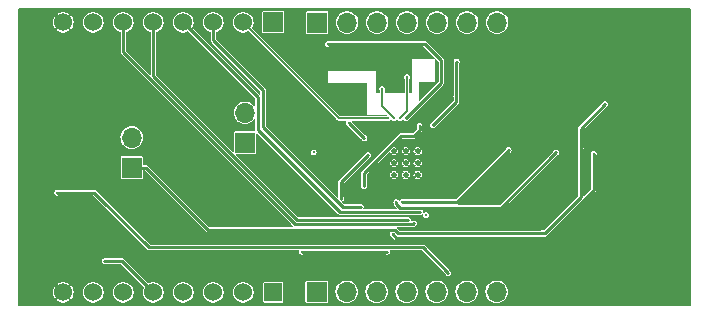
<source format=gbr>
%TF.GenerationSoftware,KiCad,Pcbnew,(6.0.8)*%
%TF.CreationDate,2023-04-10T13:30:07+02:00*%
%TF.ProjectId,LR1120_Mikrobus,4c523131-3230-45f4-9d69-6b726f627573,rev?*%
%TF.SameCoordinates,Original*%
%TF.FileFunction,Copper,L3,Inr*%
%TF.FilePolarity,Positive*%
%FSLAX46Y46*%
G04 Gerber Fmt 4.6, Leading zero omitted, Abs format (unit mm)*
G04 Created by KiCad (PCBNEW (6.0.8)) date 2023-04-10 13:30:07*
%MOMM*%
%LPD*%
G01*
G04 APERTURE LIST*
%TA.AperFunction,ComponentPad*%
%ADD10R,1.676400X1.676400*%
%TD*%
%TA.AperFunction,ComponentPad*%
%ADD11C,1.524000*%
%TD*%
%TA.AperFunction,ComponentPad*%
%ADD12R,1.524000X1.524000*%
%TD*%
%TA.AperFunction,ComponentPad*%
%ADD13R,1.700000X1.700000*%
%TD*%
%TA.AperFunction,ComponentPad*%
%ADD14O,1.700000X1.700000*%
%TD*%
%TA.AperFunction,ComponentPad*%
%ADD15C,0.500000*%
%TD*%
%TA.AperFunction,ViaPad*%
%ADD16C,0.300000*%
%TD*%
%TA.AperFunction,Conductor*%
%ADD17C,0.250000*%
%TD*%
%TA.AperFunction,Conductor*%
%ADD18C,0.200000*%
%TD*%
G04 APERTURE END LIST*
D10*
%TO.N,unconnected-(CON1-PadP1)*%
%TO.C,CON1*%
X121685000Y-101285000D03*
D11*
%TO.N,/LR_NRESET*%
X119145000Y-101285000D03*
%TO.N,/NSS*%
X116605000Y-101285000D03*
%TO.N,/SCK*%
X114065000Y-101285000D03*
%TO.N,/MISO*%
X111525000Y-101285000D03*
%TO.N,/MOSI*%
X108985000Y-101285000D03*
%TO.N,/VDD_MBED*%
X106445000Y-101285000D03*
%TO.N,GND*%
X103905000Y-101285000D03*
X103905000Y-124145000D03*
%TO.N,/VUSB_5V*%
X106445000Y-124145000D03*
%TO.N,/I2C_SDA*%
X108985000Y-124145000D03*
%TO.N,/I2C_SCL*%
X111525000Y-124145000D03*
%TO.N,unconnected-(CON1-PadP13)*%
X114065000Y-124145000D03*
%TO.N,unconnected-(CON1-PadP14)*%
X116605000Y-124145000D03*
%TO.N,unconnected-(CON1-PadP15)*%
X119145000Y-124145000D03*
D12*
%TO.N,unconnected-(CON1-PadP16)*%
X121685000Y-124145000D03*
%TD*%
D13*
%TO.N,/DIO9*%
%TO.C,J1*%
X125400000Y-101300000D03*
D14*
%TO.N,/DISP_RESET*%
X127940000Y-101300000D03*
%TO.N,/SNIFFING*%
X130480000Y-101300000D03*
%TO.N,/F_CS*%
X133020000Y-101300000D03*
%TO.N,/T_IRQ*%
X135560000Y-101300000D03*
%TO.N,/TFT_D{slash}C*%
X138100000Y-101300000D03*
%TO.N,/TFT_CS*%
X140640000Y-101300000D03*
%TD*%
D13*
%TO.N,/VDD_RF_SW*%
%TO.C,VDD_RF_SW1*%
X109700000Y-113575000D03*
D14*
%TO.N,/VDD_3V3*%
X109700000Y-111035000D03*
%TD*%
D13*
%TO.N,/VDD_RADIO*%
%TO.C,VDD_RADIO1*%
X119300000Y-111475000D03*
D14*
%TO.N,/VDD_MBED*%
X119300000Y-108935000D03*
%TD*%
D13*
%TO.N,/LED_RX*%
%TO.C,J2*%
X125360000Y-124100000D03*
D14*
%TO.N,/LED_TX*%
X127900000Y-124100000D03*
%TO.N,/LNA_CTRL_MCU*%
X130440000Y-124100000D03*
%TO.N,/LR112x*%
X132980000Y-124100000D03*
%TO.N,/32k_OUT*%
X135520000Y-124100000D03*
%TO.N,/ACC_INT1*%
X138060000Y-124100000D03*
%TO.N,/BUSY*%
X140600000Y-124100000D03*
%TD*%
D15*
%TO.N,GND*%
%TO.C,U1*%
X132900000Y-114200000D03*
X132900000Y-112200000D03*
X131900000Y-114200000D03*
X131900000Y-113200000D03*
X132900000Y-113200000D03*
X131900000Y-112200000D03*
X133900000Y-112200000D03*
X133900000Y-114200000D03*
X133900000Y-113200000D03*
%TD*%
D16*
%TO.N,GND*%
X131000000Y-119750000D03*
X131500000Y-119750000D03*
X137750000Y-106750000D03*
X138125000Y-107000000D03*
X137875000Y-107375000D03*
X146125000Y-109000000D03*
X145375000Y-109000000D03*
X145750000Y-109250000D03*
X128625000Y-112250000D03*
X143000000Y-109375000D03*
X142500000Y-109000000D03*
X143375000Y-109000000D03*
X127000000Y-104250000D03*
X127750000Y-104250000D03*
X127375000Y-104625000D03*
X125625000Y-108375000D03*
X134875000Y-108750000D03*
X135500000Y-108750000D03*
X135250000Y-108500000D03*
X134500000Y-108500000D03*
X128000000Y-116375000D03*
X128625000Y-116375000D03*
X112250000Y-119875000D03*
X108375000Y-119875000D03*
X108000000Y-120125000D03*
X106000000Y-118000000D03*
X105125000Y-117625000D03*
X105625000Y-109125000D03*
X105250000Y-109500000D03*
X105625000Y-109875000D03*
X114500000Y-110875000D03*
X113500000Y-110875000D03*
X114000000Y-111375000D03*
X115250000Y-110625000D03*
X123250000Y-109375000D03*
X123625000Y-109750000D03*
X122750000Y-109750000D03*
X125625000Y-110250000D03*
X125250000Y-110625000D03*
X125625000Y-110875000D03*
X135750000Y-117375000D03*
X152375000Y-123875000D03*
X152375000Y-103500000D03*
X151500000Y-104000000D03*
X150500000Y-107250000D03*
X150750000Y-107625000D03*
X150250000Y-107625000D03*
X139000000Y-111625000D03*
X139250000Y-112000000D03*
X139000000Y-112375000D03*
X141250000Y-110875000D03*
X141000000Y-110500000D03*
X141000000Y-111250000D03*
X140500000Y-109000000D03*
X140125000Y-109375000D03*
X139750000Y-109000000D03*
X140625000Y-105250000D03*
X140250000Y-104875000D03*
X139875000Y-105250000D03*
X147500000Y-104625000D03*
X147125000Y-105000000D03*
X147500000Y-105375000D03*
X146250000Y-105250000D03*
X145750000Y-104875000D03*
X145375000Y-105250000D03*
X143375000Y-105250000D03*
X142625000Y-105250000D03*
X143000000Y-104875000D03*
X147125000Y-111750000D03*
X146750000Y-112125000D03*
X144500000Y-112750000D03*
X144000000Y-112500000D03*
X143750000Y-112750000D03*
X143500000Y-112500000D03*
X144250000Y-114625000D03*
X144625000Y-114250000D03*
X140000000Y-114250000D03*
X138625000Y-115625000D03*
X102000000Y-121000000D03*
X103000000Y-122000000D03*
X101000000Y-121000000D03*
X102000000Y-122000000D03*
X102000000Y-120000000D03*
X101000000Y-120000000D03*
X103000000Y-121000000D03*
X101000000Y-122000000D03*
X115000000Y-111000000D03*
X106000000Y-106000000D03*
X106000000Y-103000000D03*
X106000000Y-104000000D03*
X107000000Y-105000000D03*
X108000000Y-106000000D03*
X108000000Y-105000000D03*
X107000000Y-106000000D03*
X107000000Y-103000000D03*
X107000000Y-104000000D03*
X106000000Y-105000000D03*
X108000000Y-104000000D03*
X109000000Y-105000000D03*
X143000000Y-114000000D03*
%TO.N,/I2C_SCL*%
X107500000Y-121500000D03*
%TO.N,GND*%
X149125000Y-104250000D03*
X147875000Y-104000000D03*
X153000000Y-102000000D03*
X153000000Y-103500000D03*
X152000000Y-103500000D03*
X151000000Y-103500000D03*
X150000000Y-103500000D03*
X149250000Y-103500000D03*
X139125000Y-112625000D03*
X140000000Y-112625000D03*
X143000000Y-112625000D03*
X142000000Y-112625000D03*
X146000000Y-112875000D03*
X151000000Y-112625000D03*
X150000000Y-112625000D03*
X152000000Y-112625000D03*
X152875000Y-112625000D03*
X152875000Y-113750000D03*
X152000000Y-113750000D03*
X148250000Y-113750000D03*
X147000000Y-113750000D03*
X136750000Y-114875000D03*
X138875000Y-117375000D03*
X138000000Y-116500000D03*
X136625000Y-117375000D03*
X137250000Y-117875000D03*
X138000000Y-118625000D03*
X139000000Y-118750000D03*
X140000000Y-118750000D03*
X141000000Y-118750000D03*
X142000000Y-118750000D03*
X142000000Y-117375000D03*
X143000000Y-117375000D03*
X144000000Y-117375000D03*
X143000000Y-118750000D03*
X144750000Y-118250000D03*
X144000000Y-118750000D03*
X145625000Y-120250000D03*
X146250000Y-119750000D03*
X147125000Y-120625000D03*
X146500000Y-121125000D03*
X148000000Y-123000000D03*
X147375000Y-122000000D03*
X148000000Y-121500000D03*
X148625000Y-122125000D03*
X148000000Y-122625000D03*
X149000000Y-124000000D03*
X149000000Y-123375000D03*
X153000000Y-123375000D03*
X152000000Y-123375000D03*
X151000000Y-123375000D03*
X150000000Y-123375000D03*
X149000000Y-122500000D03*
X150000000Y-122500000D03*
X151000000Y-122500000D03*
X152000000Y-122500000D03*
X153000000Y-122500000D03*
X101000000Y-100250000D03*
X102000000Y-100250000D03*
X103000000Y-100250000D03*
X104000000Y-100250000D03*
X105000000Y-100250000D03*
X106000000Y-100250000D03*
X107000000Y-100250000D03*
X108000000Y-100250000D03*
X109000000Y-100250000D03*
X110000000Y-100250000D03*
X111000000Y-100250000D03*
X112000000Y-100250000D03*
X113000000Y-100250000D03*
X114000000Y-100250000D03*
X115000000Y-100250000D03*
X116000000Y-100250000D03*
X117000000Y-100250000D03*
X118000000Y-100250000D03*
X119000000Y-100250000D03*
X120000000Y-100250000D03*
X123000000Y-100250000D03*
X124000000Y-100250000D03*
X127000000Y-100250000D03*
X129000000Y-100250000D03*
X130000000Y-100250000D03*
X131000000Y-100250000D03*
X132000000Y-100250000D03*
X134000000Y-100250000D03*
X135000000Y-100250000D03*
X136000000Y-100250000D03*
X137000000Y-100250000D03*
X139000000Y-100250000D03*
X140000000Y-100250000D03*
X141000000Y-100250000D03*
X142000000Y-100250000D03*
X143000000Y-100250000D03*
X144000000Y-100250000D03*
X145000000Y-100250000D03*
X146000000Y-100250000D03*
X147000000Y-100250000D03*
X148000000Y-100250000D03*
X149000000Y-100250000D03*
X150000000Y-100250000D03*
X151000000Y-100250000D03*
X152000000Y-100250000D03*
X153000000Y-100250000D03*
X154000000Y-100250000D03*
X155000000Y-100250000D03*
X156000000Y-100250000D03*
X157000000Y-100250000D03*
X157000000Y-101000000D03*
X157000000Y-102000000D03*
X157000000Y-103000000D03*
X157000000Y-104000000D03*
X157000000Y-105000000D03*
X157000000Y-106000000D03*
X157000000Y-107000000D03*
X157000000Y-108000000D03*
X157000000Y-109000000D03*
X157000000Y-110000000D03*
X157000000Y-111000000D03*
X157000000Y-112000000D03*
X157000000Y-113000000D03*
X157000000Y-114000000D03*
X157000000Y-115000000D03*
X157000000Y-116000000D03*
X157000000Y-117000000D03*
X157000000Y-119000000D03*
X157000000Y-118000000D03*
X157000000Y-120000000D03*
X157000000Y-121000000D03*
X157000000Y-122000000D03*
X157000000Y-123000000D03*
X157000000Y-124000000D03*
X157000000Y-125000000D03*
X156000000Y-125000000D03*
X155000000Y-125000000D03*
X154000000Y-125000000D03*
X153000000Y-125000000D03*
X152000000Y-125000000D03*
X150000000Y-125000000D03*
X151000000Y-125000000D03*
X149000000Y-125000000D03*
X148000000Y-125000000D03*
X147000000Y-125000000D03*
X146000000Y-125000000D03*
X145000000Y-125000000D03*
X144000000Y-125000000D03*
X143000000Y-125000000D03*
X142000000Y-125000000D03*
X139000000Y-125000000D03*
X137000000Y-125000000D03*
X134000000Y-125000000D03*
X132000000Y-125000000D03*
X129000000Y-125000000D03*
X127000000Y-125000000D03*
X124000000Y-125000000D03*
X123000000Y-125000000D03*
X120000000Y-125000000D03*
X118000000Y-125000000D03*
X116000000Y-125000000D03*
X115000000Y-125000000D03*
X113000000Y-125000000D03*
X110000000Y-125000000D03*
X108000000Y-125000000D03*
X107000000Y-125000000D03*
X105000000Y-125000000D03*
X103000000Y-125000000D03*
X100250000Y-125000000D03*
X100250000Y-124000000D03*
X100250000Y-123000000D03*
X100250000Y-122000000D03*
X100250000Y-121000000D03*
X100250000Y-120000000D03*
X100250000Y-119000000D03*
X100250000Y-118000000D03*
X100250000Y-117000000D03*
X100250000Y-116000000D03*
X100250000Y-115000000D03*
X100250000Y-114000000D03*
X100250000Y-113000000D03*
X100250000Y-112000000D03*
X100250000Y-111000000D03*
X100250000Y-110000000D03*
X100250000Y-109000000D03*
X100250000Y-108000000D03*
X100250000Y-107000000D03*
X100250000Y-106000000D03*
X100250000Y-105000000D03*
X100250000Y-104000000D03*
X100250000Y-103000000D03*
X100250000Y-102000000D03*
X100250000Y-101000000D03*
X100250000Y-100250000D03*
X141500000Y-105000000D03*
X144500000Y-105000000D03*
X146500000Y-104000000D03*
X145500000Y-104000000D03*
X144500000Y-104000000D03*
X143500000Y-104000000D03*
X142500000Y-104000000D03*
X141500000Y-104000000D03*
X140500000Y-104000000D03*
X139500000Y-104000000D03*
X138500000Y-104000000D03*
X146500000Y-107000000D03*
X145500000Y-107000000D03*
X144500000Y-107000000D03*
X143500000Y-107000000D03*
X142500000Y-107000000D03*
X141500000Y-107000000D03*
X140500000Y-107000000D03*
X138500000Y-107000000D03*
X139500000Y-107000000D03*
X146500000Y-109000000D03*
X144500000Y-109000000D03*
X141500000Y-109000000D03*
X146500000Y-111000000D03*
X145500000Y-111000000D03*
X144500000Y-111000000D03*
X143500000Y-111000000D03*
X142500000Y-111000000D03*
X141500000Y-114500000D03*
X142000000Y-114500000D03*
X141500000Y-114000000D03*
X141500000Y-115000000D03*
X141500000Y-115500000D03*
X141000000Y-115500000D03*
X141000000Y-114500000D03*
X140500000Y-115000000D03*
X140500000Y-114000000D03*
X140500000Y-114500000D03*
X140500000Y-115500000D03*
X140500000Y-116000000D03*
X140000000Y-115500000D03*
X139500000Y-115500000D03*
X139500000Y-115000000D03*
X139500000Y-116000000D03*
X131500000Y-116500000D03*
X131000000Y-116500000D03*
X130500000Y-116500000D03*
X130000000Y-116500000D03*
X130000000Y-116000000D03*
X130500000Y-116000000D03*
X129500000Y-116000000D03*
X130000000Y-115500000D03*
X130500000Y-115500000D03*
X125500000Y-114000000D03*
X126000000Y-114500000D03*
X126500000Y-114500000D03*
X127000000Y-114500000D03*
X127000000Y-112500000D03*
X126500000Y-112500000D03*
X126000000Y-112500000D03*
X125500000Y-112500000D03*
X125500000Y-113000000D03*
X125500000Y-113500000D03*
X126500000Y-114000000D03*
X127000000Y-113500000D03*
X126500000Y-113000000D03*
X126000000Y-113500000D03*
X126500000Y-113500000D03*
X143000000Y-123000000D03*
X147000000Y-104000000D03*
X152000000Y-110000000D03*
X125000000Y-108000000D03*
X125000000Y-111000000D03*
X150000000Y-101000000D03*
X117000000Y-122000000D03*
X148000000Y-118000000D03*
X105000000Y-103000000D03*
X101000000Y-123000000D03*
X126000000Y-106500000D03*
X149000000Y-117000000D03*
X156000000Y-118000000D03*
X142000000Y-104000000D03*
X125000000Y-105500000D03*
X150000000Y-102000000D03*
X103000000Y-114000000D03*
X114000000Y-115000000D03*
X113000000Y-113000000D03*
X107000000Y-107000000D03*
X103000000Y-112000000D03*
X104000000Y-112000000D03*
X104000000Y-107000000D03*
X146000000Y-117000000D03*
X145000000Y-102000000D03*
X114000000Y-112000000D03*
X140000000Y-115000000D03*
X121000000Y-106000000D03*
X144000000Y-121000000D03*
X127000000Y-107000000D03*
X136000000Y-121000000D03*
X150000000Y-116000000D03*
X134500000Y-106500000D03*
X144000000Y-101000000D03*
X114000000Y-106000000D03*
X125500000Y-107000000D03*
X143000000Y-103000000D03*
X141000000Y-121000000D03*
X146000000Y-113750000D03*
X144000000Y-105000000D03*
X153000000Y-115000000D03*
X102000000Y-108000000D03*
X136000000Y-104000000D03*
X119000000Y-115000000D03*
X147000000Y-116000000D03*
X106000000Y-114000000D03*
X114000000Y-104000000D03*
X145000000Y-109000000D03*
X122000000Y-113000000D03*
X108000000Y-108000000D03*
X155000000Y-118000000D03*
X113000000Y-105000000D03*
X145000000Y-115000000D03*
X128000000Y-107000000D03*
X141000000Y-122000000D03*
X115000000Y-113000000D03*
X150000000Y-124000000D03*
X127000000Y-115000000D03*
X129000000Y-107500000D03*
X153000000Y-107000000D03*
X137000000Y-122000000D03*
X129000000Y-104500000D03*
X154000000Y-106000000D03*
X155000000Y-120000000D03*
X142000000Y-114000000D03*
X143000000Y-117000000D03*
X153000000Y-121000000D03*
X111000000Y-116000000D03*
X118000000Y-115000000D03*
X116000000Y-104000000D03*
X154000000Y-109000000D03*
X131000000Y-122000000D03*
X101000000Y-115000000D03*
X116000000Y-112000000D03*
X117000000Y-118000000D03*
X151000000Y-120000000D03*
X144000000Y-109000000D03*
X134000000Y-104000000D03*
X127500000Y-105000000D03*
X122000000Y-105000000D03*
X154000000Y-116000000D03*
X103000000Y-106000000D03*
X105000000Y-109000000D03*
X123000000Y-108000000D03*
X120000000Y-122000000D03*
X150000000Y-122000000D03*
X139000000Y-104000000D03*
X113000000Y-118000000D03*
X153000000Y-104000000D03*
X120000000Y-118000000D03*
X126000000Y-105500000D03*
X117000000Y-113000000D03*
X110000000Y-108000000D03*
X102000000Y-111000000D03*
X152000000Y-111000000D03*
X121000000Y-105000000D03*
X111000000Y-107000000D03*
X101000000Y-111000000D03*
X145000000Y-117000000D03*
X126000000Y-114000000D03*
X123000000Y-109000000D03*
X151000000Y-105000000D03*
X139000000Y-121000000D03*
X140000000Y-104000000D03*
X152000000Y-117000000D03*
X122000000Y-114000000D03*
X147000000Y-123000000D03*
X125500000Y-105000000D03*
X101000000Y-109000000D03*
X121000000Y-117000000D03*
X122000000Y-118000000D03*
X102000000Y-124000000D03*
X114000000Y-103000000D03*
X125000000Y-104000000D03*
X140000000Y-122000000D03*
X154000000Y-108000000D03*
X121000000Y-113000000D03*
X105000000Y-104000000D03*
X150000000Y-121000000D03*
X119000000Y-122000000D03*
X143000000Y-121000000D03*
X124000000Y-104000000D03*
X155000000Y-119000000D03*
X143000000Y-104000000D03*
X138000000Y-120000000D03*
X104000000Y-110000000D03*
X101000000Y-102000000D03*
X108000000Y-107000000D03*
X155000000Y-117000000D03*
X141000000Y-104000000D03*
X146000000Y-103000000D03*
X113000000Y-117000000D03*
X145000000Y-123000000D03*
X145000000Y-116000000D03*
X148000000Y-101000000D03*
X156000000Y-106000000D03*
X107000000Y-115000000D03*
X104000000Y-113000000D03*
X124000000Y-122000000D03*
X129500000Y-105000000D03*
X135000000Y-120000000D03*
X147000000Y-103000000D03*
X124000000Y-107000000D03*
X146000000Y-102000000D03*
X152000000Y-112000000D03*
X145000000Y-105000000D03*
X149000000Y-101000000D03*
X116000000Y-105000000D03*
X122000000Y-122000000D03*
X144000000Y-111000000D03*
X103000000Y-107000000D03*
X154000000Y-117000000D03*
X106000000Y-107000000D03*
X152000000Y-105000000D03*
X116000000Y-107000000D03*
X143000000Y-111000000D03*
X152000000Y-118000000D03*
X153000000Y-109000000D03*
X119000000Y-104000000D03*
X149000000Y-111000000D03*
X111000000Y-117000000D03*
X102000000Y-110000000D03*
X107000000Y-108000000D03*
X142000000Y-117000000D03*
X146000000Y-101000000D03*
X125000000Y-104500000D03*
X109000000Y-107000000D03*
X119000000Y-107000000D03*
X102000000Y-107000000D03*
X147000000Y-109000000D03*
X152000000Y-122000000D03*
X103000000Y-108000000D03*
X152000000Y-116000000D03*
X151000000Y-113750000D03*
X145000000Y-124000000D03*
X153000000Y-112000000D03*
X115000000Y-122000000D03*
X147000000Y-124000000D03*
X148000000Y-117000000D03*
X144000000Y-124000000D03*
X125000000Y-117000000D03*
X156000000Y-120000000D03*
X116000000Y-114000000D03*
X126000000Y-107000000D03*
X121000000Y-122000000D03*
X114000000Y-119000000D03*
X119000000Y-103000000D03*
X143000000Y-116000000D03*
X154000000Y-118000000D03*
X110000000Y-117000000D03*
X115000000Y-116000000D03*
X147000000Y-101000000D03*
X152000000Y-115000000D03*
X150000000Y-111000000D03*
X150000000Y-120000000D03*
X156000000Y-117000000D03*
X104000000Y-103000000D03*
X116000000Y-106000000D03*
X113000000Y-104000000D03*
X146000000Y-104000000D03*
X105000000Y-108000000D03*
X147000000Y-122000000D03*
X135500000Y-107500000D03*
X133500000Y-104000000D03*
X141000000Y-120000000D03*
X147000000Y-102000000D03*
X116000000Y-122000000D03*
X146000000Y-122000000D03*
X113000000Y-114000000D03*
X134500000Y-104000000D03*
X130000000Y-122000000D03*
X150000000Y-113750000D03*
X101000000Y-103000000D03*
X135000000Y-108000000D03*
X152000000Y-102000000D03*
X155000000Y-116000000D03*
X101000000Y-113000000D03*
X104000000Y-108000000D03*
X120000000Y-117000000D03*
X117000000Y-108000000D03*
X103000000Y-111000000D03*
X102000000Y-112000000D03*
X101000000Y-107000000D03*
X110000000Y-107000000D03*
X142000000Y-107000000D03*
X103000000Y-105000000D03*
X139000000Y-116000000D03*
X144000000Y-123000000D03*
X144000000Y-122000000D03*
X149000000Y-119000000D03*
X143000000Y-107000000D03*
X144000000Y-120000000D03*
X108000000Y-115000000D03*
X140000000Y-121000000D03*
X123000000Y-115000000D03*
X147000000Y-119000000D03*
X105000000Y-112000000D03*
X144000000Y-116000000D03*
X122000000Y-106000000D03*
X117000000Y-105000000D03*
X153000000Y-108000000D03*
X128000000Y-105000000D03*
X151000000Y-111000000D03*
X115000000Y-103000000D03*
X117000000Y-117000000D03*
X154000000Y-110000000D03*
X147000000Y-115000000D03*
X152000000Y-120000000D03*
X141000000Y-115000000D03*
X141000000Y-105000000D03*
X104000000Y-105000000D03*
X114000000Y-114000000D03*
X126000000Y-106000000D03*
X128500000Y-107000000D03*
X126500000Y-105000000D03*
X116000000Y-117000000D03*
X117000000Y-106000000D03*
X122000000Y-108000000D03*
X148000000Y-121000000D03*
X101000000Y-110000000D03*
X125000000Y-105000000D03*
X136500000Y-104500000D03*
X142000000Y-121000000D03*
X155000000Y-108000000D03*
X153000000Y-117000000D03*
X143000000Y-124000000D03*
X125500000Y-106000000D03*
X106000000Y-115000000D03*
X155000000Y-110000000D03*
X151000000Y-101000000D03*
X123000000Y-103000000D03*
X127000000Y-105000000D03*
X127000000Y-113000000D03*
X103000000Y-110000000D03*
X148000000Y-103000000D03*
X156000000Y-109000000D03*
X138000000Y-104000000D03*
X151000000Y-119000000D03*
X148000000Y-124000000D03*
X108000000Y-114000000D03*
X114000000Y-107000000D03*
X142000000Y-109000000D03*
X148000000Y-120000000D03*
X116000000Y-115000000D03*
X150000000Y-106000000D03*
X101000000Y-124000000D03*
X118000000Y-107000000D03*
X140000000Y-120000000D03*
X115000000Y-106000000D03*
X119000000Y-117000000D03*
X111000000Y-108000000D03*
X150000000Y-118000000D03*
X156000000Y-107000000D03*
X105000000Y-107000000D03*
X153000000Y-118000000D03*
X103000000Y-103000000D03*
X114000000Y-113000000D03*
X149000000Y-102000000D03*
X152000000Y-119000000D03*
X103000000Y-113000000D03*
X114000000Y-105000000D03*
X129000000Y-122000000D03*
X120000000Y-105000000D03*
X145000000Y-101000000D03*
X101000000Y-112000000D03*
X124000000Y-117000000D03*
X124000000Y-116000000D03*
X151000000Y-122000000D03*
X123000000Y-106000000D03*
X110000000Y-116000000D03*
X154000000Y-120000000D03*
X152000000Y-107000000D03*
X129000000Y-107000000D03*
X105000000Y-110000000D03*
X105000000Y-106000000D03*
X151000000Y-121000000D03*
X118000000Y-117000000D03*
X104000000Y-111000000D03*
X120000000Y-116000000D03*
X126500000Y-107000000D03*
X152000000Y-101000000D03*
X143000000Y-120000000D03*
X140000000Y-107000000D03*
X125000000Y-110000000D03*
X122000000Y-107000000D03*
X146000000Y-121000000D03*
X145000000Y-122000000D03*
X109000000Y-115000000D03*
X104000000Y-106000000D03*
X150000000Y-105000000D03*
X139000000Y-120000000D03*
X112000000Y-117000000D03*
X103000000Y-104000000D03*
X152000000Y-121000000D03*
X112000000Y-118000000D03*
X154000000Y-119000000D03*
X135000000Y-106500000D03*
X149000000Y-121000000D03*
X145000000Y-104000000D03*
X111000000Y-119000000D03*
X102000000Y-104000000D03*
X113000000Y-106000000D03*
X109000000Y-116000000D03*
X118000000Y-116000000D03*
X115000000Y-112000000D03*
X119000000Y-118000000D03*
X118000000Y-103000000D03*
X140000000Y-116000000D03*
X140000000Y-112000000D03*
X124000000Y-112000000D03*
X146000000Y-115000000D03*
X144000000Y-104000000D03*
X153000000Y-120000000D03*
X136500000Y-105000000D03*
X142000000Y-122000000D03*
X123000000Y-107000000D03*
X129000000Y-108000000D03*
X142000000Y-111000000D03*
X125000000Y-106000000D03*
X151000000Y-106000000D03*
X117000000Y-115000000D03*
X149000000Y-116000000D03*
X113000000Y-122000000D03*
X102000000Y-114000000D03*
X115000000Y-108000000D03*
X149000000Y-120000000D03*
X145000000Y-111000000D03*
X101000000Y-125000000D03*
X110000000Y-106000000D03*
X116000000Y-116000000D03*
X116000000Y-108000000D03*
X156000000Y-110000000D03*
X124000000Y-110000000D03*
X105000000Y-115000000D03*
X149000000Y-118000000D03*
X126000000Y-117000000D03*
X141000000Y-114000000D03*
X152000000Y-108000000D03*
X147000000Y-111000000D03*
X103000000Y-109000000D03*
X127500000Y-107000000D03*
X105000000Y-111000000D03*
X110000000Y-118000000D03*
X144000000Y-107000000D03*
X135000000Y-122000000D03*
X143000000Y-122000000D03*
X116000000Y-113000000D03*
X146000000Y-123000000D03*
X109000000Y-117000000D03*
X155000000Y-107000000D03*
X110000000Y-115000000D03*
X102000000Y-123000000D03*
X118000000Y-118000000D03*
X117000000Y-116000000D03*
X148000000Y-102000000D03*
X121000000Y-114000000D03*
X114000000Y-122000000D03*
X145000000Y-103000000D03*
X149000000Y-122000000D03*
X141000000Y-109000000D03*
X145000000Y-121000000D03*
X154000000Y-107000000D03*
X143000000Y-101000000D03*
X152000000Y-109000000D03*
X124000000Y-109000000D03*
X113000000Y-115000000D03*
X153000000Y-111000000D03*
X121000000Y-118000000D03*
X115000000Y-114000000D03*
X156000000Y-116000000D03*
X153000000Y-101000000D03*
X102000000Y-102000000D03*
X121000000Y-104000000D03*
X148000000Y-119000000D03*
X139000000Y-107000000D03*
X150000000Y-117000000D03*
X118000000Y-106000000D03*
X125000000Y-116000000D03*
X126000000Y-110000000D03*
X126000000Y-105000000D03*
X120000000Y-103000000D03*
X150000000Y-112000000D03*
X104000000Y-104000000D03*
X101000000Y-114000000D03*
X156000000Y-119000000D03*
X144000000Y-115000000D03*
X113000000Y-119000000D03*
X150000000Y-104000000D03*
X123000000Y-104000000D03*
X142000000Y-120000000D03*
X146000000Y-107000000D03*
X151000000Y-118000000D03*
X153000000Y-116000000D03*
X115000000Y-115000000D03*
X127000000Y-114000000D03*
X141000000Y-112000000D03*
X120000000Y-104000000D03*
X156000000Y-108000000D03*
X102000000Y-103000000D03*
X146000000Y-116000000D03*
X125500000Y-106500000D03*
X124000000Y-115000000D03*
X102000000Y-109000000D03*
X105000000Y-114000000D03*
X101000000Y-101000000D03*
X155000000Y-109000000D03*
X102000000Y-106000000D03*
X151000000Y-102000000D03*
X141000000Y-107000000D03*
X101000000Y-104000000D03*
X147000000Y-120000000D03*
X109000000Y-108000000D03*
X134500000Y-107000000D03*
X106000000Y-108000000D03*
X125000000Y-106500000D03*
X108000000Y-116000000D03*
X102000000Y-101000000D03*
X126000000Y-113000000D03*
X115000000Y-105000000D03*
X102000000Y-125000000D03*
X117000000Y-114000000D03*
X150000000Y-119000000D03*
X124000000Y-105000000D03*
X153000000Y-105000000D03*
X151000000Y-116000000D03*
X102000000Y-115000000D03*
X102000000Y-105000000D03*
X151000000Y-117000000D03*
X147000000Y-118000000D03*
X113000000Y-112000000D03*
X115000000Y-104000000D03*
X144000000Y-117000000D03*
X136500000Y-104000000D03*
X117000000Y-107000000D03*
X142000000Y-105000000D03*
X118000000Y-122000000D03*
X104000000Y-109000000D03*
X101000000Y-106000000D03*
X116000000Y-118000000D03*
X152000000Y-106000000D03*
X151000000Y-112000000D03*
X155000000Y-106000000D03*
X146000000Y-111000000D03*
X122000000Y-115000000D03*
X105000000Y-105000000D03*
X125500000Y-105500000D03*
X109000000Y-106000000D03*
X129000000Y-105000000D03*
X153000000Y-110000000D03*
X141000000Y-116000000D03*
X101000000Y-105000000D03*
X144000000Y-102000000D03*
X123000000Y-114000000D03*
X153000000Y-119000000D03*
X123000000Y-122000000D03*
X151000000Y-124000000D03*
X102000000Y-113000000D03*
X145000000Y-107000000D03*
X101000000Y-108000000D03*
X129500000Y-103500000D03*
X107000000Y-114000000D03*
X123000000Y-116000000D03*
X145000000Y-113750000D03*
X146000000Y-124000000D03*
X111000000Y-118000000D03*
X142000000Y-115000000D03*
X150000000Y-115000000D03*
X129500000Y-104500000D03*
X129500000Y-104000000D03*
X143000000Y-102000000D03*
X115000000Y-107000000D03*
X144000000Y-103000000D03*
X112000000Y-108000000D03*
X151000000Y-115000000D03*
X153000000Y-106000000D03*
X113000000Y-103000000D03*
%TO.N,/VDD_RADIO*%
X129350000Y-115150000D03*
X134067500Y-110032500D03*
%TO.N,/VR_PA*%
X137200000Y-104600000D03*
X137185000Y-107515000D03*
X135200000Y-110000000D03*
%TO.N,/VDD_3V3*%
X131300000Y-120700000D03*
X124100000Y-120700000D03*
%TO.N,/VDD_RF_SW*%
X149780000Y-108220000D03*
X147700000Y-111900000D03*
%TO.N,/LNA_CTRL_ON*%
X131800000Y-119200000D03*
X148800000Y-112400000D03*
%TO.N,/XTA*%
X133000000Y-105900000D03*
X132400000Y-109400000D03*
%TO.N,/VTCXO*%
X126300000Y-103100000D03*
X132900000Y-109400000D03*
%TO.N,/DIO9*%
X128100000Y-109800000D03*
X129400000Y-111100000D03*
%TO.N,/32k_OUT*%
X125100000Y-112300000D03*
%TO.N,/ACC_INT1*%
X103400000Y-115700000D03*
X136500000Y-122500000D03*
%TO.N,/XTB*%
X131900000Y-109400000D03*
X130900000Y-106900000D03*
%TO.N,/DIO5*%
X132600000Y-116500000D03*
X141600000Y-112100000D03*
%TO.N,/DIO6*%
X132100000Y-116500000D03*
X145600000Y-112300000D03*
%TO.N,/DIO7*%
X129700000Y-112500000D03*
X127400000Y-116200000D03*
%TO.N,/LR_NRESET*%
X131400000Y-109400000D03*
%TO.N,/MISO*%
X133100000Y-118000000D03*
%TO.N,/MOSI*%
X133600000Y-118300000D03*
%TO.N,/SCK*%
X134100000Y-117344500D03*
%TO.N,/NSS*%
X129100000Y-116900000D03*
X134600000Y-117600000D03*
%TD*%
D17*
%TO.N,/I2C_SCL*%
X108880000Y-121500000D02*
X111525000Y-124145000D01*
X107375000Y-121500000D02*
X108880000Y-121500000D01*
%TO.N,/LNA_CTRL_ON*%
X144800000Y-119500000D02*
X144500000Y-119500000D01*
X148800000Y-115500000D02*
X144800000Y-119500000D01*
X148800000Y-112400000D02*
X148800000Y-115500000D01*
%TO.N,/VDD_RF_SW*%
X147700000Y-116100000D02*
X144675000Y-119125000D01*
X147700000Y-111900000D02*
X147700000Y-116100000D01*
X144675000Y-119125000D02*
X144375000Y-119125000D01*
X110875000Y-113575000D02*
X109700000Y-113575000D01*
X131955331Y-118825000D02*
X116125000Y-118825000D01*
X132280331Y-119150000D02*
X131955331Y-118825000D01*
X116125000Y-118825000D02*
X110875000Y-113575000D01*
X144324695Y-119150000D02*
X132280331Y-119150000D01*
%TO.N,/LNA_CTRL_ON*%
X132100000Y-119500000D02*
X131800000Y-119200000D01*
X144469669Y-119500000D02*
X132100000Y-119500000D01*
D18*
%TO.N,/XTA*%
X133000000Y-108800000D02*
X133000000Y-105900000D01*
X132400000Y-109400000D02*
X133000000Y-108800000D01*
%TO.N,/XTB*%
X130900000Y-108400000D02*
X130900000Y-106900000D01*
X131900000Y-109400000D02*
X130900000Y-108400000D01*
D17*
%TO.N,/VDD_RADIO*%
X129350000Y-115150000D02*
X129350000Y-114050000D01*
X134067500Y-110432500D02*
X134067500Y-110032500D01*
X132500000Y-110900000D02*
X133600000Y-110900000D01*
X133600000Y-110900000D02*
X134067500Y-110432500D01*
X129350000Y-114050000D02*
X132500000Y-110900000D01*
%TO.N,/VR_PA*%
X135200000Y-110000000D02*
X137185000Y-108015000D01*
X137185000Y-108015000D02*
X137185000Y-107515000D01*
X137185000Y-107515000D02*
X137185000Y-104615000D01*
X137185000Y-104615000D02*
X137200000Y-104600000D01*
%TO.N,/VDD_3V3*%
X124100000Y-120700000D02*
X131300000Y-120700000D01*
%TO.N,/VDD_RF_SW*%
X147700000Y-110300000D02*
X149780000Y-108220000D01*
X147700000Y-111900000D02*
X147700000Y-110300000D01*
%TO.N,/VTCXO*%
X134500000Y-103100000D02*
X126300000Y-103100000D01*
X135900000Y-106400000D02*
X135900000Y-104500000D01*
X132900000Y-109400000D02*
X135900000Y-106400000D01*
X135900000Y-104500000D02*
X134500000Y-103100000D01*
%TO.N,/DIO9*%
X129400000Y-111100000D02*
X128100000Y-109800000D01*
%TO.N,/ACC_INT1*%
X106500000Y-115700000D02*
X103400000Y-115700000D01*
X134325000Y-120325000D02*
X111125000Y-120325000D01*
X136500000Y-122500000D02*
X134325000Y-120325000D01*
X111125000Y-120325000D02*
X107000000Y-116200000D01*
X107000000Y-116200000D02*
X106500000Y-115700000D01*
%TO.N,/DIO5*%
X137200000Y-116500000D02*
X141600000Y-112100000D01*
X132600000Y-116500000D02*
X137200000Y-116500000D01*
%TO.N,/DIO6*%
X132405319Y-116970000D02*
X140930000Y-116970000D01*
X140930000Y-116970000D02*
X145600000Y-112300000D01*
X132100000Y-116664681D02*
X132405319Y-116970000D01*
X132100000Y-116500000D02*
X132100000Y-116664681D01*
%TO.N,/DIO7*%
X127400000Y-114800000D02*
X129700000Y-112500000D01*
X127400000Y-116200000D02*
X127400000Y-114800000D01*
D18*
%TO.N,/LR_NRESET*%
X131400000Y-109400000D02*
X127260000Y-109400000D01*
X127260000Y-109400000D02*
X119145000Y-101285000D01*
D17*
%TO.N,/MISO*%
X111525000Y-105850000D02*
X111525000Y-101285000D01*
X133100000Y-118000000D02*
X123675000Y-118000000D01*
X123675000Y-118000000D02*
X111525000Y-105850000D01*
%TO.N,/MOSI*%
X108985000Y-103804974D02*
X108985000Y-101285000D01*
X133520000Y-118380000D02*
X123500000Y-118380000D01*
X123500000Y-118319974D02*
X108985000Y-103804974D01*
X133600000Y-118300000D02*
X133520000Y-118380000D01*
X123500000Y-118380000D02*
X123500000Y-118319974D01*
%TO.N,/SCK*%
X134100000Y-117344500D02*
X127319500Y-117344500D01*
X127319500Y-117344500D02*
X120375000Y-110400000D01*
X120375000Y-107595000D02*
X114065000Y-101285000D01*
X120375000Y-110400000D02*
X120375000Y-107595000D01*
%TO.N,/NSS*%
X116605000Y-102805000D02*
X116605000Y-101285000D01*
X120800000Y-107000000D02*
X116605000Y-102805000D01*
X127569669Y-116900000D02*
X120800000Y-110130331D01*
X129100000Y-116900000D02*
X127569669Y-116900000D01*
X120800000Y-110130331D02*
X120800000Y-107000000D01*
%TD*%
%TA.AperFunction,Conductor*%
%TO.N,GND*%
G36*
X157035148Y-100114852D02*
G01*
X157049500Y-100149500D01*
X157049500Y-125250500D01*
X157035148Y-125285148D01*
X157000500Y-125299500D01*
X100149500Y-125299500D01*
X100114852Y-125285148D01*
X100100500Y-125250500D01*
X100100500Y-124791880D01*
X103332869Y-124791880D01*
X103334607Y-124796076D01*
X103469546Y-124894115D01*
X103473973Y-124896671D01*
X103634818Y-124968283D01*
X103639669Y-124969859D01*
X103811891Y-125006467D01*
X103816964Y-125007000D01*
X103993036Y-125007000D01*
X103998109Y-125006467D01*
X104170331Y-124969859D01*
X104175182Y-124968283D01*
X104336027Y-124896671D01*
X104340454Y-124894115D01*
X104473283Y-124797609D01*
X104477182Y-124791248D01*
X104476122Y-124786833D01*
X103911893Y-124222604D01*
X103905000Y-124219749D01*
X103898107Y-124222604D01*
X103335724Y-124784987D01*
X103332869Y-124791880D01*
X100100500Y-124791880D01*
X100100500Y-124147550D01*
X103038520Y-124147550D01*
X103056925Y-124322656D01*
X103057986Y-124327647D01*
X103112393Y-124495096D01*
X103114471Y-124499764D01*
X103202501Y-124652237D01*
X103205504Y-124656370D01*
X103254614Y-124710912D01*
X103260664Y-124713797D01*
X103268500Y-124710789D01*
X103827396Y-124151893D01*
X103830251Y-124145000D01*
X103979749Y-124145000D01*
X103982604Y-124151893D01*
X104541972Y-124711261D01*
X104548167Y-124713828D01*
X104555834Y-124710414D01*
X104604496Y-124656370D01*
X104607499Y-124652237D01*
X104695529Y-124499764D01*
X104697607Y-124495096D01*
X104752014Y-124327647D01*
X104753075Y-124322656D01*
X104771480Y-124147550D01*
X104771480Y-124145000D01*
X105577749Y-124145000D01*
X105578017Y-124147550D01*
X105580742Y-124173480D01*
X105596701Y-124325312D01*
X105652727Y-124497743D01*
X105654011Y-124499968D01*
X105654012Y-124499969D01*
X105739748Y-124648468D01*
X105743379Y-124654757D01*
X105745100Y-124656669D01*
X105745102Y-124656671D01*
X105862980Y-124787588D01*
X105862984Y-124787591D01*
X105864696Y-124789493D01*
X105866765Y-124790996D01*
X105866767Y-124790998D01*
X106009298Y-124894553D01*
X106011374Y-124896061D01*
X106177005Y-124969805D01*
X106265676Y-124988652D01*
X106351839Y-125006967D01*
X106351842Y-125006967D01*
X106354348Y-125007500D01*
X106535652Y-125007500D01*
X106538158Y-125006967D01*
X106538161Y-125006967D01*
X106624324Y-124988652D01*
X106712995Y-124969805D01*
X106878626Y-124896061D01*
X106880702Y-124894553D01*
X107023233Y-124790998D01*
X107023235Y-124790996D01*
X107025304Y-124789493D01*
X107027016Y-124787591D01*
X107027020Y-124787588D01*
X107144898Y-124656671D01*
X107144900Y-124656669D01*
X107146621Y-124654757D01*
X107150252Y-124648468D01*
X107235988Y-124499969D01*
X107235989Y-124499968D01*
X107237273Y-124497743D01*
X107293299Y-124325312D01*
X107309258Y-124173480D01*
X107311983Y-124147550D01*
X107312251Y-124145000D01*
X108117749Y-124145000D01*
X108118017Y-124147550D01*
X108120742Y-124173480D01*
X108136701Y-124325312D01*
X108192727Y-124497743D01*
X108194011Y-124499968D01*
X108194012Y-124499969D01*
X108279748Y-124648468D01*
X108283379Y-124654757D01*
X108285100Y-124656669D01*
X108285102Y-124656671D01*
X108402980Y-124787588D01*
X108402984Y-124787591D01*
X108404696Y-124789493D01*
X108406765Y-124790996D01*
X108406767Y-124790998D01*
X108549298Y-124894553D01*
X108551374Y-124896061D01*
X108717005Y-124969805D01*
X108805676Y-124988652D01*
X108891839Y-125006967D01*
X108891842Y-125006967D01*
X108894348Y-125007500D01*
X109075652Y-125007500D01*
X109078158Y-125006967D01*
X109078161Y-125006967D01*
X109164324Y-124988652D01*
X109252995Y-124969805D01*
X109418626Y-124896061D01*
X109420702Y-124894553D01*
X109563233Y-124790998D01*
X109563235Y-124790996D01*
X109565304Y-124789493D01*
X109567016Y-124787591D01*
X109567020Y-124787588D01*
X109684898Y-124656671D01*
X109684900Y-124656669D01*
X109686621Y-124654757D01*
X109690252Y-124648468D01*
X109775988Y-124499969D01*
X109775989Y-124499968D01*
X109777273Y-124497743D01*
X109833299Y-124325312D01*
X109849258Y-124173480D01*
X109851983Y-124147550D01*
X109852251Y-124145000D01*
X109851527Y-124138107D01*
X109833567Y-123967239D01*
X109833299Y-123964688D01*
X109777273Y-123792257D01*
X109686621Y-123635243D01*
X109684898Y-123633329D01*
X109567020Y-123502412D01*
X109567016Y-123502409D01*
X109565304Y-123500507D01*
X109562889Y-123498752D01*
X109420702Y-123395447D01*
X109420700Y-123395446D01*
X109418626Y-123393939D01*
X109252995Y-123320195D01*
X109156554Y-123299696D01*
X109078161Y-123283033D01*
X109078158Y-123283033D01*
X109075652Y-123282500D01*
X108894348Y-123282500D01*
X108891842Y-123283033D01*
X108891839Y-123283033D01*
X108813446Y-123299696D01*
X108717005Y-123320195D01*
X108551375Y-123393939D01*
X108549296Y-123395449D01*
X108549295Y-123395450D01*
X108407112Y-123498752D01*
X108404696Y-123500507D01*
X108337139Y-123575536D01*
X108333831Y-123579211D01*
X108283379Y-123635243D01*
X108192727Y-123792257D01*
X108136701Y-123964688D01*
X108136433Y-123967239D01*
X108118474Y-124138107D01*
X108117749Y-124145000D01*
X107312251Y-124145000D01*
X107311527Y-124138107D01*
X107293567Y-123967239D01*
X107293299Y-123964688D01*
X107237273Y-123792257D01*
X107146621Y-123635243D01*
X107144898Y-123633329D01*
X107027020Y-123502412D01*
X107027016Y-123502409D01*
X107025304Y-123500507D01*
X107022889Y-123498752D01*
X106880702Y-123395447D01*
X106880700Y-123395446D01*
X106878626Y-123393939D01*
X106712995Y-123320195D01*
X106616554Y-123299696D01*
X106538161Y-123283033D01*
X106538158Y-123283033D01*
X106535652Y-123282500D01*
X106354348Y-123282500D01*
X106351842Y-123283033D01*
X106351839Y-123283033D01*
X106273446Y-123299696D01*
X106177005Y-123320195D01*
X106011375Y-123393939D01*
X106009296Y-123395449D01*
X106009295Y-123395450D01*
X105867112Y-123498752D01*
X105864696Y-123500507D01*
X105797139Y-123575536D01*
X105793831Y-123579211D01*
X105743379Y-123635243D01*
X105652727Y-123792257D01*
X105596701Y-123964688D01*
X105596433Y-123967239D01*
X105578474Y-124138107D01*
X105577749Y-124145000D01*
X104771480Y-124145000D01*
X104771480Y-124142450D01*
X104753075Y-123967344D01*
X104752014Y-123962353D01*
X104697607Y-123794904D01*
X104695529Y-123790236D01*
X104607499Y-123637763D01*
X104604496Y-123633630D01*
X104555386Y-123579088D01*
X104549336Y-123576203D01*
X104541500Y-123579211D01*
X103982604Y-124138107D01*
X103979749Y-124145000D01*
X103830251Y-124145000D01*
X103827396Y-124138107D01*
X103268028Y-123578739D01*
X103261833Y-123576172D01*
X103254166Y-123579586D01*
X103205504Y-123633630D01*
X103202501Y-123637763D01*
X103114471Y-123790236D01*
X103112393Y-123794904D01*
X103057986Y-123962353D01*
X103056925Y-123967344D01*
X103038520Y-124142450D01*
X103038520Y-124147550D01*
X100100500Y-124147550D01*
X100100500Y-123498752D01*
X103332818Y-123498752D01*
X103333878Y-123503167D01*
X103898107Y-124067396D01*
X103905000Y-124070251D01*
X103911893Y-124067396D01*
X104474276Y-123505013D01*
X104477131Y-123498120D01*
X104475393Y-123493924D01*
X104340454Y-123395885D01*
X104336027Y-123393329D01*
X104175182Y-123321717D01*
X104170331Y-123320141D01*
X103998109Y-123283533D01*
X103993036Y-123283000D01*
X103816964Y-123283000D01*
X103811891Y-123283533D01*
X103639669Y-123320141D01*
X103634818Y-123321717D01*
X103473973Y-123393329D01*
X103469546Y-123395885D01*
X103336717Y-123492391D01*
X103332818Y-123498752D01*
X100100500Y-123498752D01*
X100100500Y-121524098D01*
X107145725Y-121524098D01*
X107175348Y-121615269D01*
X107178794Y-121619096D01*
X107178795Y-121619098D01*
X107236045Y-121682680D01*
X107239493Y-121686509D01*
X107327068Y-121725500D01*
X107371733Y-121725500D01*
X107393513Y-121732106D01*
X107393790Y-121731438D01*
X107398245Y-121733284D01*
X107402260Y-121735966D01*
X107406994Y-121736908D01*
X107406995Y-121736908D01*
X107495264Y-121754466D01*
X107500000Y-121755408D01*
X107504736Y-121754466D01*
X107593005Y-121736908D01*
X107593006Y-121736908D01*
X107597740Y-121735966D01*
X107601755Y-121733284D01*
X107606210Y-121731438D01*
X107606487Y-121732106D01*
X107628267Y-121725500D01*
X108766298Y-121725500D01*
X108800946Y-121739852D01*
X110750292Y-123689198D01*
X110764644Y-123723846D01*
X110758079Y-123748345D01*
X110732727Y-123792257D01*
X110676701Y-123964688D01*
X110676433Y-123967239D01*
X110658474Y-124138107D01*
X110657749Y-124145000D01*
X110658017Y-124147550D01*
X110660742Y-124173480D01*
X110676701Y-124325312D01*
X110732727Y-124497743D01*
X110734011Y-124499968D01*
X110734012Y-124499969D01*
X110819748Y-124648468D01*
X110823379Y-124654757D01*
X110825100Y-124656669D01*
X110825102Y-124656671D01*
X110942980Y-124787588D01*
X110942984Y-124787591D01*
X110944696Y-124789493D01*
X110946765Y-124790996D01*
X110946767Y-124790998D01*
X111089298Y-124894553D01*
X111091374Y-124896061D01*
X111257005Y-124969805D01*
X111345676Y-124988652D01*
X111431839Y-125006967D01*
X111431842Y-125006967D01*
X111434348Y-125007500D01*
X111615652Y-125007500D01*
X111618158Y-125006967D01*
X111618161Y-125006967D01*
X111704324Y-124988652D01*
X111792995Y-124969805D01*
X111958626Y-124896061D01*
X111960702Y-124894553D01*
X112103233Y-124790998D01*
X112103235Y-124790996D01*
X112105304Y-124789493D01*
X112107016Y-124787591D01*
X112107020Y-124787588D01*
X112224898Y-124656671D01*
X112224900Y-124656669D01*
X112226621Y-124654757D01*
X112230252Y-124648468D01*
X112315988Y-124499969D01*
X112315989Y-124499968D01*
X112317273Y-124497743D01*
X112373299Y-124325312D01*
X112389258Y-124173480D01*
X112391983Y-124147550D01*
X112392251Y-124145000D01*
X113197749Y-124145000D01*
X113198017Y-124147550D01*
X113200742Y-124173480D01*
X113216701Y-124325312D01*
X113272727Y-124497743D01*
X113274011Y-124499968D01*
X113274012Y-124499969D01*
X113359748Y-124648468D01*
X113363379Y-124654757D01*
X113365100Y-124656669D01*
X113365102Y-124656671D01*
X113482980Y-124787588D01*
X113482984Y-124787591D01*
X113484696Y-124789493D01*
X113486765Y-124790996D01*
X113486767Y-124790998D01*
X113629298Y-124894553D01*
X113631374Y-124896061D01*
X113797005Y-124969805D01*
X113885676Y-124988652D01*
X113971839Y-125006967D01*
X113971842Y-125006967D01*
X113974348Y-125007500D01*
X114155652Y-125007500D01*
X114158158Y-125006967D01*
X114158161Y-125006967D01*
X114244324Y-124988652D01*
X114332995Y-124969805D01*
X114498626Y-124896061D01*
X114500702Y-124894553D01*
X114643233Y-124790998D01*
X114643235Y-124790996D01*
X114645304Y-124789493D01*
X114647016Y-124787591D01*
X114647020Y-124787588D01*
X114764898Y-124656671D01*
X114764900Y-124656669D01*
X114766621Y-124654757D01*
X114770252Y-124648468D01*
X114855988Y-124499969D01*
X114855989Y-124499968D01*
X114857273Y-124497743D01*
X114913299Y-124325312D01*
X114929258Y-124173480D01*
X114931983Y-124147550D01*
X114932251Y-124145000D01*
X115737749Y-124145000D01*
X115738017Y-124147550D01*
X115740742Y-124173480D01*
X115756701Y-124325312D01*
X115812727Y-124497743D01*
X115814011Y-124499968D01*
X115814012Y-124499969D01*
X115899748Y-124648468D01*
X115903379Y-124654757D01*
X115905100Y-124656669D01*
X115905102Y-124656671D01*
X116022980Y-124787588D01*
X116022984Y-124787591D01*
X116024696Y-124789493D01*
X116026765Y-124790996D01*
X116026767Y-124790998D01*
X116169298Y-124894553D01*
X116171374Y-124896061D01*
X116337005Y-124969805D01*
X116425676Y-124988652D01*
X116511839Y-125006967D01*
X116511842Y-125006967D01*
X116514348Y-125007500D01*
X116695652Y-125007500D01*
X116698158Y-125006967D01*
X116698161Y-125006967D01*
X116784324Y-124988652D01*
X116872995Y-124969805D01*
X117038626Y-124896061D01*
X117040702Y-124894553D01*
X117183233Y-124790998D01*
X117183235Y-124790996D01*
X117185304Y-124789493D01*
X117187016Y-124787591D01*
X117187020Y-124787588D01*
X117304898Y-124656671D01*
X117304900Y-124656669D01*
X117306621Y-124654757D01*
X117310252Y-124648468D01*
X117395988Y-124499969D01*
X117395989Y-124499968D01*
X117397273Y-124497743D01*
X117453299Y-124325312D01*
X117469258Y-124173480D01*
X117471983Y-124147550D01*
X117472251Y-124145000D01*
X118277749Y-124145000D01*
X118278017Y-124147550D01*
X118280742Y-124173480D01*
X118296701Y-124325312D01*
X118352727Y-124497743D01*
X118354011Y-124499968D01*
X118354012Y-124499969D01*
X118439748Y-124648468D01*
X118443379Y-124654757D01*
X118445100Y-124656669D01*
X118445102Y-124656671D01*
X118562980Y-124787588D01*
X118562984Y-124787591D01*
X118564696Y-124789493D01*
X118566765Y-124790996D01*
X118566767Y-124790998D01*
X118709298Y-124894553D01*
X118711374Y-124896061D01*
X118877005Y-124969805D01*
X118965676Y-124988652D01*
X119051839Y-125006967D01*
X119051842Y-125006967D01*
X119054348Y-125007500D01*
X119235652Y-125007500D01*
X119238158Y-125006967D01*
X119238161Y-125006967D01*
X119324324Y-124988652D01*
X119412995Y-124969805D01*
X119578626Y-124896061D01*
X119580702Y-124894553D01*
X119723233Y-124790998D01*
X119723235Y-124790996D01*
X119725304Y-124789493D01*
X119727016Y-124787591D01*
X119727020Y-124787588D01*
X119844898Y-124656671D01*
X119844900Y-124656669D01*
X119846621Y-124654757D01*
X119850252Y-124648468D01*
X119935988Y-124499969D01*
X119935989Y-124499968D01*
X119937273Y-124497743D01*
X119993299Y-124325312D01*
X120009258Y-124173480D01*
X120011983Y-124147550D01*
X120012251Y-124145000D01*
X120011527Y-124138107D01*
X119993567Y-123967239D01*
X119993299Y-123964688D01*
X119937273Y-123792257D01*
X119846621Y-123635243D01*
X119844898Y-123633329D01*
X119727020Y-123502412D01*
X119727016Y-123502409D01*
X119725304Y-123500507D01*
X119722889Y-123498752D01*
X119580702Y-123395447D01*
X119580700Y-123395446D01*
X119578626Y-123393939D01*
X119537236Y-123375511D01*
X120822500Y-123375511D01*
X120822501Y-124145958D01*
X120822501Y-124916898D01*
X120828331Y-124946213D01*
X120831012Y-124950225D01*
X120831012Y-124950226D01*
X120837475Y-124959899D01*
X120850543Y-124979457D01*
X120854554Y-124982137D01*
X120871151Y-124993226D01*
X120883787Y-125001669D01*
X120888521Y-125002611D01*
X120888522Y-125002611D01*
X120894550Y-125003810D01*
X120913101Y-125007500D01*
X120915511Y-125007500D01*
X121685962Y-125007499D01*
X122456898Y-125007499D01*
X122486213Y-125001669D01*
X122498850Y-124993226D01*
X122515446Y-124982137D01*
X122519457Y-124979457D01*
X122532525Y-124959899D01*
X122538988Y-124950226D01*
X122538988Y-124950225D01*
X122541669Y-124946213D01*
X122547500Y-124916899D01*
X122547500Y-124145000D01*
X122547499Y-123375506D01*
X122547499Y-123373102D01*
X122541669Y-123343787D01*
X122519457Y-123310543D01*
X122514226Y-123307048D01*
X122490226Y-123291012D01*
X122490225Y-123291012D01*
X122486213Y-123288331D01*
X122481479Y-123287389D01*
X122481478Y-123287389D01*
X122475450Y-123286190D01*
X122456899Y-123282500D01*
X122454489Y-123282500D01*
X121684038Y-123282501D01*
X120913102Y-123282501D01*
X120883787Y-123288331D01*
X120879775Y-123291012D01*
X120879774Y-123291012D01*
X120855774Y-123307048D01*
X120850543Y-123310543D01*
X120828331Y-123343787D01*
X120822500Y-123373101D01*
X120822500Y-123375511D01*
X119537236Y-123375511D01*
X119412995Y-123320195D01*
X119316554Y-123299696D01*
X119238161Y-123283033D01*
X119238158Y-123283033D01*
X119235652Y-123282500D01*
X119054348Y-123282500D01*
X119051842Y-123283033D01*
X119051839Y-123283033D01*
X118973446Y-123299696D01*
X118877005Y-123320195D01*
X118711375Y-123393939D01*
X118709296Y-123395449D01*
X118709295Y-123395450D01*
X118567112Y-123498752D01*
X118564696Y-123500507D01*
X118497139Y-123575536D01*
X118493831Y-123579211D01*
X118443379Y-123635243D01*
X118352727Y-123792257D01*
X118296701Y-123964688D01*
X118296433Y-123967239D01*
X118278474Y-124138107D01*
X118277749Y-124145000D01*
X117472251Y-124145000D01*
X117471527Y-124138107D01*
X117453567Y-123967239D01*
X117453299Y-123964688D01*
X117397273Y-123792257D01*
X117306621Y-123635243D01*
X117304898Y-123633329D01*
X117187020Y-123502412D01*
X117187016Y-123502409D01*
X117185304Y-123500507D01*
X117182889Y-123498752D01*
X117040702Y-123395447D01*
X117040700Y-123395446D01*
X117038626Y-123393939D01*
X116872995Y-123320195D01*
X116776554Y-123299696D01*
X116698161Y-123283033D01*
X116698158Y-123283033D01*
X116695652Y-123282500D01*
X116514348Y-123282500D01*
X116511842Y-123283033D01*
X116511839Y-123283033D01*
X116433446Y-123299696D01*
X116337005Y-123320195D01*
X116171375Y-123393939D01*
X116169296Y-123395449D01*
X116169295Y-123395450D01*
X116027112Y-123498752D01*
X116024696Y-123500507D01*
X115957139Y-123575536D01*
X115953831Y-123579211D01*
X115903379Y-123635243D01*
X115812727Y-123792257D01*
X115756701Y-123964688D01*
X115756433Y-123967239D01*
X115738474Y-124138107D01*
X115737749Y-124145000D01*
X114932251Y-124145000D01*
X114931527Y-124138107D01*
X114913567Y-123967239D01*
X114913299Y-123964688D01*
X114857273Y-123792257D01*
X114766621Y-123635243D01*
X114764898Y-123633329D01*
X114647020Y-123502412D01*
X114647016Y-123502409D01*
X114645304Y-123500507D01*
X114642889Y-123498752D01*
X114500702Y-123395447D01*
X114500700Y-123395446D01*
X114498626Y-123393939D01*
X114332995Y-123320195D01*
X114236554Y-123299696D01*
X114158161Y-123283033D01*
X114158158Y-123283033D01*
X114155652Y-123282500D01*
X113974348Y-123282500D01*
X113971842Y-123283033D01*
X113971839Y-123283033D01*
X113893446Y-123299696D01*
X113797005Y-123320195D01*
X113631375Y-123393939D01*
X113629296Y-123395449D01*
X113629295Y-123395450D01*
X113487112Y-123498752D01*
X113484696Y-123500507D01*
X113417139Y-123575536D01*
X113413831Y-123579211D01*
X113363379Y-123635243D01*
X113272727Y-123792257D01*
X113216701Y-123964688D01*
X113216433Y-123967239D01*
X113198474Y-124138107D01*
X113197749Y-124145000D01*
X112392251Y-124145000D01*
X112391527Y-124138107D01*
X112373567Y-123967239D01*
X112373299Y-123964688D01*
X112317273Y-123792257D01*
X112226621Y-123635243D01*
X112224898Y-123633329D01*
X112107020Y-123502412D01*
X112107016Y-123502409D01*
X112105304Y-123500507D01*
X112102889Y-123498752D01*
X111960702Y-123395447D01*
X111960700Y-123395446D01*
X111958626Y-123393939D01*
X111792995Y-123320195D01*
X111696554Y-123299696D01*
X111618161Y-123283033D01*
X111618158Y-123283033D01*
X111615652Y-123282500D01*
X111434348Y-123282500D01*
X111431842Y-123283033D01*
X111431839Y-123283033D01*
X111353446Y-123299696D01*
X111257005Y-123320195D01*
X111123155Y-123379789D01*
X111085666Y-123380771D01*
X111068578Y-123369673D01*
X110941416Y-123242511D01*
X124409500Y-123242511D01*
X124409501Y-124101068D01*
X124409501Y-124959898D01*
X124415331Y-124989213D01*
X124437543Y-125022457D01*
X124441554Y-125025137D01*
X124464681Y-125040589D01*
X124470787Y-125044669D01*
X124475521Y-125045611D01*
X124475522Y-125045611D01*
X124481550Y-125046810D01*
X124500101Y-125050500D01*
X124502511Y-125050500D01*
X125361071Y-125050499D01*
X126219898Y-125050499D01*
X126249213Y-125044669D01*
X126255320Y-125040589D01*
X126278446Y-125025137D01*
X126282457Y-125022457D01*
X126304669Y-124989213D01*
X126310500Y-124959899D01*
X126310500Y-124100000D01*
X126310500Y-124086665D01*
X126944994Y-124086665D01*
X126945194Y-124089047D01*
X126945194Y-124089051D01*
X126950107Y-124147550D01*
X126960592Y-124272414D01*
X127011971Y-124451595D01*
X127013065Y-124453724D01*
X127013066Y-124453726D01*
X127036727Y-124499764D01*
X127097176Y-124617385D01*
X127098662Y-124619260D01*
X127098664Y-124619263D01*
X127173615Y-124713828D01*
X127212959Y-124763468D01*
X127214785Y-124765022D01*
X127214786Y-124765023D01*
X127245601Y-124791248D01*
X127354912Y-124884279D01*
X127517627Y-124975217D01*
X127560702Y-124989213D01*
X127692625Y-125032078D01*
X127692629Y-125032079D01*
X127694907Y-125032819D01*
X127879998Y-125054890D01*
X127972924Y-125047740D01*
X128063466Y-125040773D01*
X128063471Y-125040772D01*
X128065851Y-125040589D01*
X128245387Y-124990462D01*
X128247516Y-124989387D01*
X128247520Y-124989385D01*
X128409628Y-124907498D01*
X128411768Y-124906417D01*
X128558655Y-124791656D01*
X128675171Y-124656671D01*
X128678892Y-124652360D01*
X128678894Y-124652358D01*
X128680454Y-124650550D01*
X128698228Y-124619263D01*
X128771341Y-124490560D01*
X128772526Y-124488474D01*
X128785560Y-124449294D01*
X128826803Y-124325312D01*
X128831364Y-124311601D01*
X128854727Y-124126668D01*
X128855099Y-124100000D01*
X128853791Y-124086665D01*
X129484994Y-124086665D01*
X129485194Y-124089047D01*
X129485194Y-124089051D01*
X129490107Y-124147550D01*
X129500592Y-124272414D01*
X129551971Y-124451595D01*
X129553065Y-124453724D01*
X129553066Y-124453726D01*
X129576727Y-124499764D01*
X129637176Y-124617385D01*
X129638662Y-124619260D01*
X129638664Y-124619263D01*
X129713615Y-124713828D01*
X129752959Y-124763468D01*
X129754785Y-124765022D01*
X129754786Y-124765023D01*
X129785601Y-124791248D01*
X129894912Y-124884279D01*
X130057627Y-124975217D01*
X130100702Y-124989213D01*
X130232625Y-125032078D01*
X130232629Y-125032079D01*
X130234907Y-125032819D01*
X130419998Y-125054890D01*
X130512924Y-125047740D01*
X130603466Y-125040773D01*
X130603471Y-125040772D01*
X130605851Y-125040589D01*
X130785387Y-124990462D01*
X130787516Y-124989387D01*
X130787520Y-124989385D01*
X130949628Y-124907498D01*
X130951768Y-124906417D01*
X131098655Y-124791656D01*
X131215171Y-124656671D01*
X131218892Y-124652360D01*
X131218894Y-124652358D01*
X131220454Y-124650550D01*
X131238228Y-124619263D01*
X131311341Y-124490560D01*
X131312526Y-124488474D01*
X131325560Y-124449294D01*
X131366803Y-124325312D01*
X131371364Y-124311601D01*
X131394727Y-124126668D01*
X131395099Y-124100000D01*
X131393791Y-124086665D01*
X132024994Y-124086665D01*
X132025194Y-124089047D01*
X132025194Y-124089051D01*
X132030107Y-124147550D01*
X132040592Y-124272414D01*
X132091971Y-124451595D01*
X132093065Y-124453724D01*
X132093066Y-124453726D01*
X132116727Y-124499764D01*
X132177176Y-124617385D01*
X132178662Y-124619260D01*
X132178664Y-124619263D01*
X132253615Y-124713828D01*
X132292959Y-124763468D01*
X132294785Y-124765022D01*
X132294786Y-124765023D01*
X132325601Y-124791248D01*
X132434912Y-124884279D01*
X132597627Y-124975217D01*
X132640702Y-124989213D01*
X132772625Y-125032078D01*
X132772629Y-125032079D01*
X132774907Y-125032819D01*
X132959998Y-125054890D01*
X133052924Y-125047740D01*
X133143466Y-125040773D01*
X133143471Y-125040772D01*
X133145851Y-125040589D01*
X133325387Y-124990462D01*
X133327516Y-124989387D01*
X133327520Y-124989385D01*
X133489628Y-124907498D01*
X133491768Y-124906417D01*
X133638655Y-124791656D01*
X133755171Y-124656671D01*
X133758892Y-124652360D01*
X133758894Y-124652358D01*
X133760454Y-124650550D01*
X133778228Y-124619263D01*
X133851341Y-124490560D01*
X133852526Y-124488474D01*
X133865560Y-124449294D01*
X133906803Y-124325312D01*
X133911364Y-124311601D01*
X133934727Y-124126668D01*
X133935099Y-124100000D01*
X133933791Y-124086665D01*
X134564994Y-124086665D01*
X134565194Y-124089047D01*
X134565194Y-124089051D01*
X134570107Y-124147550D01*
X134580592Y-124272414D01*
X134631971Y-124451595D01*
X134633065Y-124453724D01*
X134633066Y-124453726D01*
X134656727Y-124499764D01*
X134717176Y-124617385D01*
X134718662Y-124619260D01*
X134718664Y-124619263D01*
X134793615Y-124713828D01*
X134832959Y-124763468D01*
X134834785Y-124765022D01*
X134834786Y-124765023D01*
X134865601Y-124791248D01*
X134974912Y-124884279D01*
X135137627Y-124975217D01*
X135180702Y-124989213D01*
X135312625Y-125032078D01*
X135312629Y-125032079D01*
X135314907Y-125032819D01*
X135499998Y-125054890D01*
X135592924Y-125047740D01*
X135683466Y-125040773D01*
X135683471Y-125040772D01*
X135685851Y-125040589D01*
X135865387Y-124990462D01*
X135867516Y-124989387D01*
X135867520Y-124989385D01*
X136029628Y-124907498D01*
X136031768Y-124906417D01*
X136178655Y-124791656D01*
X136295171Y-124656671D01*
X136298892Y-124652360D01*
X136298894Y-124652358D01*
X136300454Y-124650550D01*
X136318228Y-124619263D01*
X136391341Y-124490560D01*
X136392526Y-124488474D01*
X136405560Y-124449294D01*
X136446803Y-124325312D01*
X136451364Y-124311601D01*
X136474727Y-124126668D01*
X136475099Y-124100000D01*
X136473791Y-124086665D01*
X137104994Y-124086665D01*
X137105194Y-124089047D01*
X137105194Y-124089051D01*
X137110107Y-124147550D01*
X137120592Y-124272414D01*
X137171971Y-124451595D01*
X137173065Y-124453724D01*
X137173066Y-124453726D01*
X137196727Y-124499764D01*
X137257176Y-124617385D01*
X137258662Y-124619260D01*
X137258664Y-124619263D01*
X137333615Y-124713828D01*
X137372959Y-124763468D01*
X137374785Y-124765022D01*
X137374786Y-124765023D01*
X137405601Y-124791248D01*
X137514912Y-124884279D01*
X137677627Y-124975217D01*
X137720702Y-124989213D01*
X137852625Y-125032078D01*
X137852629Y-125032079D01*
X137854907Y-125032819D01*
X138039998Y-125054890D01*
X138132924Y-125047740D01*
X138223466Y-125040773D01*
X138223471Y-125040772D01*
X138225851Y-125040589D01*
X138405387Y-124990462D01*
X138407516Y-124989387D01*
X138407520Y-124989385D01*
X138569628Y-124907498D01*
X138571768Y-124906417D01*
X138718655Y-124791656D01*
X138835171Y-124656671D01*
X138838892Y-124652360D01*
X138838894Y-124652358D01*
X138840454Y-124650550D01*
X138858228Y-124619263D01*
X138931341Y-124490560D01*
X138932526Y-124488474D01*
X138945560Y-124449294D01*
X138986803Y-124325312D01*
X138991364Y-124311601D01*
X139014727Y-124126668D01*
X139015099Y-124100000D01*
X139013791Y-124086665D01*
X139644994Y-124086665D01*
X139645194Y-124089047D01*
X139645194Y-124089051D01*
X139650107Y-124147550D01*
X139660592Y-124272414D01*
X139711971Y-124451595D01*
X139713065Y-124453724D01*
X139713066Y-124453726D01*
X139736727Y-124499764D01*
X139797176Y-124617385D01*
X139798662Y-124619260D01*
X139798664Y-124619263D01*
X139873615Y-124713828D01*
X139912959Y-124763468D01*
X139914785Y-124765022D01*
X139914786Y-124765023D01*
X139945601Y-124791248D01*
X140054912Y-124884279D01*
X140217627Y-124975217D01*
X140260702Y-124989213D01*
X140392625Y-125032078D01*
X140392629Y-125032079D01*
X140394907Y-125032819D01*
X140579998Y-125054890D01*
X140672924Y-125047740D01*
X140763466Y-125040773D01*
X140763471Y-125040772D01*
X140765851Y-125040589D01*
X140945387Y-124990462D01*
X140947516Y-124989387D01*
X140947520Y-124989385D01*
X141109628Y-124907498D01*
X141111768Y-124906417D01*
X141258655Y-124791656D01*
X141375171Y-124656671D01*
X141378892Y-124652360D01*
X141378894Y-124652358D01*
X141380454Y-124650550D01*
X141398228Y-124619263D01*
X141471341Y-124490560D01*
X141472526Y-124488474D01*
X141485560Y-124449294D01*
X141526803Y-124325312D01*
X141531364Y-124311601D01*
X141554727Y-124126668D01*
X141555099Y-124100000D01*
X141542092Y-123967344D01*
X141537143Y-123916871D01*
X141537143Y-123916869D01*
X141536909Y-123914487D01*
X141499334Y-123790031D01*
X141483727Y-123738337D01*
X141483725Y-123738332D01*
X141483033Y-123736040D01*
X141395522Y-123571456D01*
X141277710Y-123427005D01*
X141134085Y-123308187D01*
X140970116Y-123219529D01*
X140967831Y-123218822D01*
X140967827Y-123218820D01*
X140794336Y-123165117D01*
X140794337Y-123165117D01*
X140792049Y-123164409D01*
X140731188Y-123158012D01*
X140609051Y-123145174D01*
X140609046Y-123145174D01*
X140606668Y-123144924D01*
X140604283Y-123145141D01*
X140604278Y-123145141D01*
X140513850Y-123153371D01*
X140421032Y-123161818D01*
X140319284Y-123191765D01*
X140244513Y-123213771D01*
X140244510Y-123213772D01*
X140242214Y-123214448D01*
X140077023Y-123300807D01*
X140075159Y-123302306D01*
X140075157Y-123302307D01*
X139933617Y-123416108D01*
X139933614Y-123416111D01*
X139931752Y-123417608D01*
X139930213Y-123419442D01*
X139930212Y-123419443D01*
X139885666Y-123472532D01*
X139811935Y-123560401D01*
X139722135Y-123723746D01*
X139665772Y-123901424D01*
X139644994Y-124086665D01*
X139013791Y-124086665D01*
X139002092Y-123967344D01*
X138997143Y-123916871D01*
X138997143Y-123916869D01*
X138996909Y-123914487D01*
X138959334Y-123790031D01*
X138943727Y-123738337D01*
X138943725Y-123738332D01*
X138943033Y-123736040D01*
X138855522Y-123571456D01*
X138737710Y-123427005D01*
X138594085Y-123308187D01*
X138430116Y-123219529D01*
X138427831Y-123218822D01*
X138427827Y-123218820D01*
X138254336Y-123165117D01*
X138254337Y-123165117D01*
X138252049Y-123164409D01*
X138191188Y-123158012D01*
X138069051Y-123145174D01*
X138069046Y-123145174D01*
X138066668Y-123144924D01*
X138064283Y-123145141D01*
X138064278Y-123145141D01*
X137973850Y-123153371D01*
X137881032Y-123161818D01*
X137779284Y-123191765D01*
X137704513Y-123213771D01*
X137704510Y-123213772D01*
X137702214Y-123214448D01*
X137537023Y-123300807D01*
X137535159Y-123302306D01*
X137535157Y-123302307D01*
X137393617Y-123416108D01*
X137393614Y-123416111D01*
X137391752Y-123417608D01*
X137390213Y-123419442D01*
X137390212Y-123419443D01*
X137345666Y-123472532D01*
X137271935Y-123560401D01*
X137182135Y-123723746D01*
X137125772Y-123901424D01*
X137104994Y-124086665D01*
X136473791Y-124086665D01*
X136462092Y-123967344D01*
X136457143Y-123916871D01*
X136457143Y-123916869D01*
X136456909Y-123914487D01*
X136419334Y-123790031D01*
X136403727Y-123738337D01*
X136403725Y-123738332D01*
X136403033Y-123736040D01*
X136315522Y-123571456D01*
X136197710Y-123427005D01*
X136054085Y-123308187D01*
X135890116Y-123219529D01*
X135887831Y-123218822D01*
X135887827Y-123218820D01*
X135714336Y-123165117D01*
X135714337Y-123165117D01*
X135712049Y-123164409D01*
X135651188Y-123158012D01*
X135529051Y-123145174D01*
X135529046Y-123145174D01*
X135526668Y-123144924D01*
X135524283Y-123145141D01*
X135524278Y-123145141D01*
X135433850Y-123153371D01*
X135341032Y-123161818D01*
X135239284Y-123191765D01*
X135164513Y-123213771D01*
X135164510Y-123213772D01*
X135162214Y-123214448D01*
X134997023Y-123300807D01*
X134995159Y-123302306D01*
X134995157Y-123302307D01*
X134853617Y-123416108D01*
X134853614Y-123416111D01*
X134851752Y-123417608D01*
X134850213Y-123419442D01*
X134850212Y-123419443D01*
X134805666Y-123472532D01*
X134731935Y-123560401D01*
X134642135Y-123723746D01*
X134585772Y-123901424D01*
X134564994Y-124086665D01*
X133933791Y-124086665D01*
X133922092Y-123967344D01*
X133917143Y-123916871D01*
X133917143Y-123916869D01*
X133916909Y-123914487D01*
X133879334Y-123790031D01*
X133863727Y-123738337D01*
X133863725Y-123738332D01*
X133863033Y-123736040D01*
X133775522Y-123571456D01*
X133657710Y-123427005D01*
X133514085Y-123308187D01*
X133350116Y-123219529D01*
X133347831Y-123218822D01*
X133347827Y-123218820D01*
X133174336Y-123165117D01*
X133174337Y-123165117D01*
X133172049Y-123164409D01*
X133111188Y-123158012D01*
X132989051Y-123145174D01*
X132989046Y-123145174D01*
X132986668Y-123144924D01*
X132984283Y-123145141D01*
X132984278Y-123145141D01*
X132893850Y-123153371D01*
X132801032Y-123161818D01*
X132699284Y-123191765D01*
X132624513Y-123213771D01*
X132624510Y-123213772D01*
X132622214Y-123214448D01*
X132457023Y-123300807D01*
X132455159Y-123302306D01*
X132455157Y-123302307D01*
X132313617Y-123416108D01*
X132313614Y-123416111D01*
X132311752Y-123417608D01*
X132310213Y-123419442D01*
X132310212Y-123419443D01*
X132265666Y-123472532D01*
X132191935Y-123560401D01*
X132102135Y-123723746D01*
X132045772Y-123901424D01*
X132024994Y-124086665D01*
X131393791Y-124086665D01*
X131382092Y-123967344D01*
X131377143Y-123916871D01*
X131377143Y-123916869D01*
X131376909Y-123914487D01*
X131339334Y-123790031D01*
X131323727Y-123738337D01*
X131323725Y-123738332D01*
X131323033Y-123736040D01*
X131235522Y-123571456D01*
X131117710Y-123427005D01*
X130974085Y-123308187D01*
X130810116Y-123219529D01*
X130807831Y-123218822D01*
X130807827Y-123218820D01*
X130634336Y-123165117D01*
X130634337Y-123165117D01*
X130632049Y-123164409D01*
X130571188Y-123158012D01*
X130449051Y-123145174D01*
X130449046Y-123145174D01*
X130446668Y-123144924D01*
X130444283Y-123145141D01*
X130444278Y-123145141D01*
X130353850Y-123153371D01*
X130261032Y-123161818D01*
X130159284Y-123191765D01*
X130084513Y-123213771D01*
X130084510Y-123213772D01*
X130082214Y-123214448D01*
X129917023Y-123300807D01*
X129915159Y-123302306D01*
X129915157Y-123302307D01*
X129773617Y-123416108D01*
X129773614Y-123416111D01*
X129771752Y-123417608D01*
X129770213Y-123419442D01*
X129770212Y-123419443D01*
X129725666Y-123472532D01*
X129651935Y-123560401D01*
X129562135Y-123723746D01*
X129505772Y-123901424D01*
X129484994Y-124086665D01*
X128853791Y-124086665D01*
X128842092Y-123967344D01*
X128837143Y-123916871D01*
X128837143Y-123916869D01*
X128836909Y-123914487D01*
X128799334Y-123790031D01*
X128783727Y-123738337D01*
X128783725Y-123738332D01*
X128783033Y-123736040D01*
X128695522Y-123571456D01*
X128577710Y-123427005D01*
X128434085Y-123308187D01*
X128270116Y-123219529D01*
X128267831Y-123218822D01*
X128267827Y-123218820D01*
X128094336Y-123165117D01*
X128094337Y-123165117D01*
X128092049Y-123164409D01*
X128031188Y-123158012D01*
X127909051Y-123145174D01*
X127909046Y-123145174D01*
X127906668Y-123144924D01*
X127904283Y-123145141D01*
X127904278Y-123145141D01*
X127813850Y-123153371D01*
X127721032Y-123161818D01*
X127619284Y-123191765D01*
X127544513Y-123213771D01*
X127544510Y-123213772D01*
X127542214Y-123214448D01*
X127377023Y-123300807D01*
X127375159Y-123302306D01*
X127375157Y-123302307D01*
X127233617Y-123416108D01*
X127233614Y-123416111D01*
X127231752Y-123417608D01*
X127230213Y-123419442D01*
X127230212Y-123419443D01*
X127185666Y-123472532D01*
X127111935Y-123560401D01*
X127022135Y-123723746D01*
X126965772Y-123901424D01*
X126944994Y-124086665D01*
X126310500Y-124086665D01*
X126310499Y-123242506D01*
X126310499Y-123240102D01*
X126304669Y-123210787D01*
X126282457Y-123177543D01*
X126278446Y-123174863D01*
X126253226Y-123158012D01*
X126253225Y-123158012D01*
X126249213Y-123155331D01*
X126244479Y-123154389D01*
X126244478Y-123154389D01*
X126238450Y-123153190D01*
X126219899Y-123149500D01*
X126217489Y-123149500D01*
X125358929Y-123149501D01*
X124500102Y-123149501D01*
X124470787Y-123155331D01*
X124466775Y-123158012D01*
X124466774Y-123158012D01*
X124441554Y-123174863D01*
X124437543Y-123177543D01*
X124415331Y-123210787D01*
X124414390Y-123215520D01*
X124414389Y-123215522D01*
X124413190Y-123221550D01*
X124409500Y-123240101D01*
X124409500Y-123242511D01*
X110941416Y-123242511D01*
X109044540Y-121345635D01*
X109042774Y-121343774D01*
X109018955Y-121317320D01*
X109018954Y-121317319D01*
X109015507Y-121313491D01*
X108991454Y-121302782D01*
X108984704Y-121299117D01*
X108962618Y-121284774D01*
X108957531Y-121283968D01*
X108957530Y-121283968D01*
X108950968Y-121282929D01*
X108938701Y-121279295D01*
X108932638Y-121276595D01*
X108932637Y-121276595D01*
X108927932Y-121274500D01*
X108901607Y-121274500D01*
X108893942Y-121273897D01*
X108891566Y-121273521D01*
X108867935Y-121269778D01*
X108862961Y-121271111D01*
X108862958Y-121271111D01*
X108856545Y-121272830D01*
X108843863Y-121274500D01*
X107628267Y-121274500D01*
X107606487Y-121267894D01*
X107606210Y-121268562D01*
X107601755Y-121266716D01*
X107597740Y-121264034D01*
X107593006Y-121263092D01*
X107593005Y-121263092D01*
X107504736Y-121245534D01*
X107500000Y-121244592D01*
X107495264Y-121245534D01*
X107406995Y-121263092D01*
X107406994Y-121263092D01*
X107402260Y-121264034D01*
X107398245Y-121266716D01*
X107393790Y-121268562D01*
X107393513Y-121267894D01*
X107371733Y-121274500D01*
X107351298Y-121274500D01*
X107348792Y-121275033D01*
X107348789Y-121275033D01*
X107302963Y-121284774D01*
X107281232Y-121289393D01*
X107277065Y-121292421D01*
X107277064Y-121292421D01*
X107250947Y-121311396D01*
X107203677Y-121345740D01*
X107155745Y-121428760D01*
X107145725Y-121524098D01*
X100100500Y-121524098D01*
X100100500Y-115700000D01*
X103144592Y-115700000D01*
X103164034Y-115797740D01*
X103219399Y-115880601D01*
X103302260Y-115935966D01*
X103400000Y-115955408D01*
X103404736Y-115954466D01*
X103493005Y-115936908D01*
X103493006Y-115936908D01*
X103497740Y-115935966D01*
X103501755Y-115933284D01*
X103506210Y-115931438D01*
X103506487Y-115932106D01*
X103528267Y-115925500D01*
X106386298Y-115925500D01*
X106420946Y-115939852D01*
X106806654Y-116325560D01*
X110960460Y-120479365D01*
X110962226Y-120481226D01*
X110989493Y-120511509D01*
X110994199Y-120513604D01*
X111013546Y-120522218D01*
X111020296Y-120525883D01*
X111042382Y-120540226D01*
X111047469Y-120541032D01*
X111047470Y-120541032D01*
X111054032Y-120542071D01*
X111066299Y-120545705D01*
X111072362Y-120548405D01*
X111072363Y-120548405D01*
X111077068Y-120550500D01*
X111103393Y-120550500D01*
X111111058Y-120551103D01*
X111137065Y-120555222D01*
X111142039Y-120553889D01*
X111142042Y-120553889D01*
X111148455Y-120552170D01*
X111161137Y-120550500D01*
X123814623Y-120550500D01*
X123849271Y-120564852D01*
X123863623Y-120599500D01*
X123862681Y-120609059D01*
X123845534Y-120695263D01*
X123844592Y-120700000D01*
X123864034Y-120797740D01*
X123919399Y-120880601D01*
X124002260Y-120935966D01*
X124100000Y-120955408D01*
X124104736Y-120954466D01*
X124193005Y-120936908D01*
X124193006Y-120936908D01*
X124197740Y-120935966D01*
X124201755Y-120933284D01*
X124206210Y-120931438D01*
X124206487Y-120932106D01*
X124228267Y-120925500D01*
X131171733Y-120925500D01*
X131193513Y-120932106D01*
X131193790Y-120931438D01*
X131198245Y-120933284D01*
X131202260Y-120935966D01*
X131206994Y-120936908D01*
X131206995Y-120936908D01*
X131295264Y-120954466D01*
X131300000Y-120955408D01*
X131397740Y-120935966D01*
X131480601Y-120880601D01*
X131535966Y-120797740D01*
X131555408Y-120700000D01*
X131554466Y-120695263D01*
X131537319Y-120609059D01*
X131544635Y-120572277D01*
X131575818Y-120551442D01*
X131585377Y-120550500D01*
X134211298Y-120550500D01*
X134245946Y-120564852D01*
X136249848Y-122568753D01*
X136260575Y-122588824D01*
X136261245Y-122588547D01*
X136263093Y-122593008D01*
X136264034Y-122597740D01*
X136319399Y-122680601D01*
X136402260Y-122735966D01*
X136500000Y-122755408D01*
X136597740Y-122735966D01*
X136680601Y-122680601D01*
X136735966Y-122597740D01*
X136755408Y-122500000D01*
X136735966Y-122402260D01*
X136680601Y-122319399D01*
X136672877Y-122314238D01*
X136601753Y-122266715D01*
X136601752Y-122266714D01*
X136597740Y-122264034D01*
X136593008Y-122263093D01*
X136588547Y-122261245D01*
X136588824Y-122260575D01*
X136568753Y-122249848D01*
X134489540Y-120170635D01*
X134487774Y-120168774D01*
X134463955Y-120142320D01*
X134463954Y-120142319D01*
X134460507Y-120138491D01*
X134436454Y-120127782D01*
X134429704Y-120124117D01*
X134407618Y-120109774D01*
X134402531Y-120108968D01*
X134402530Y-120108968D01*
X134395968Y-120107929D01*
X134383701Y-120104295D01*
X134377638Y-120101595D01*
X134377637Y-120101595D01*
X134372932Y-120099500D01*
X134346607Y-120099500D01*
X134338942Y-120098897D01*
X134336566Y-120098521D01*
X134312935Y-120094778D01*
X134307961Y-120096111D01*
X134307958Y-120096111D01*
X134301545Y-120097830D01*
X134288863Y-120099500D01*
X111238701Y-120099500D01*
X111204053Y-120085148D01*
X106664540Y-115545635D01*
X106662774Y-115543774D01*
X106638955Y-115517320D01*
X106638954Y-115517319D01*
X106635507Y-115513491D01*
X106611454Y-115502782D01*
X106604704Y-115499117D01*
X106582618Y-115484774D01*
X106577531Y-115483968D01*
X106577530Y-115483968D01*
X106570968Y-115482929D01*
X106558701Y-115479295D01*
X106552638Y-115476595D01*
X106552637Y-115476595D01*
X106547932Y-115474500D01*
X106521607Y-115474500D01*
X106513942Y-115473897D01*
X106511566Y-115473521D01*
X106487935Y-115469778D01*
X106482961Y-115471111D01*
X106482958Y-115471111D01*
X106476545Y-115472830D01*
X106463863Y-115474500D01*
X103528267Y-115474500D01*
X103506487Y-115467894D01*
X103506210Y-115468562D01*
X103501755Y-115466716D01*
X103497740Y-115464034D01*
X103493006Y-115463092D01*
X103493005Y-115463092D01*
X103404736Y-115445534D01*
X103400000Y-115444592D01*
X103302260Y-115464034D01*
X103219399Y-115519399D01*
X103164034Y-115602260D01*
X103144592Y-115700000D01*
X100100500Y-115700000D01*
X100100500Y-111021665D01*
X108744994Y-111021665D01*
X108745194Y-111024047D01*
X108745194Y-111024051D01*
X108751013Y-111093346D01*
X108760592Y-111207414D01*
X108811971Y-111386595D01*
X108897176Y-111552385D01*
X108898662Y-111554260D01*
X108898664Y-111554263D01*
X108999261Y-111681185D01*
X109012959Y-111698468D01*
X109014785Y-111700022D01*
X109014786Y-111700023D01*
X109134915Y-111802260D01*
X109154912Y-111819279D01*
X109317627Y-111910217D01*
X109337638Y-111916719D01*
X109492625Y-111967078D01*
X109492629Y-111967079D01*
X109494907Y-111967819D01*
X109679998Y-111989890D01*
X109772925Y-111982739D01*
X109863466Y-111975773D01*
X109863471Y-111975772D01*
X109865851Y-111975589D01*
X110045387Y-111925462D01*
X110047516Y-111924387D01*
X110047520Y-111924385D01*
X110209628Y-111842498D01*
X110211768Y-111841417D01*
X110358655Y-111726656D01*
X110480454Y-111585550D01*
X110498228Y-111554263D01*
X110571341Y-111425560D01*
X110572526Y-111423474D01*
X110585560Y-111384294D01*
X110630608Y-111248873D01*
X110631364Y-111246601D01*
X110654727Y-111061668D01*
X110655099Y-111035000D01*
X110638598Y-110866715D01*
X110637143Y-110851871D01*
X110637143Y-110851869D01*
X110636909Y-110849487D01*
X110611734Y-110766102D01*
X110583727Y-110673337D01*
X110583725Y-110673332D01*
X110583033Y-110671040D01*
X110495522Y-110506456D01*
X110377710Y-110362005D01*
X110234085Y-110243187D01*
X110070116Y-110154529D01*
X110067831Y-110153822D01*
X110067827Y-110153820D01*
X109894336Y-110100117D01*
X109894337Y-110100117D01*
X109892049Y-110099409D01*
X109844652Y-110094427D01*
X109709051Y-110080174D01*
X109709046Y-110080174D01*
X109706668Y-110079924D01*
X109704283Y-110080141D01*
X109704278Y-110080141D01*
X109613850Y-110088371D01*
X109521032Y-110096818D01*
X109423564Y-110125505D01*
X109344513Y-110148771D01*
X109344510Y-110148772D01*
X109342214Y-110149448D01*
X109177023Y-110235807D01*
X109175159Y-110237306D01*
X109175157Y-110237307D01*
X109033617Y-110351108D01*
X109033614Y-110351111D01*
X109031752Y-110352608D01*
X109030213Y-110354442D01*
X109030212Y-110354443D01*
X109009561Y-110379054D01*
X108911935Y-110495401D01*
X108910780Y-110497502D01*
X108846129Y-110615102D01*
X108822135Y-110658746D01*
X108821411Y-110661027D01*
X108821411Y-110661028D01*
X108816010Y-110678053D01*
X108765772Y-110836424D01*
X108744994Y-111021665D01*
X100100500Y-111021665D01*
X100100500Y-101931880D01*
X103332869Y-101931880D01*
X103334607Y-101936076D01*
X103469546Y-102034115D01*
X103473973Y-102036671D01*
X103634818Y-102108283D01*
X103639669Y-102109859D01*
X103811891Y-102146467D01*
X103816964Y-102147000D01*
X103993036Y-102147000D01*
X103998109Y-102146467D01*
X104170331Y-102109859D01*
X104175182Y-102108283D01*
X104336027Y-102036671D01*
X104340454Y-102034115D01*
X104473283Y-101937609D01*
X104477182Y-101931248D01*
X104476122Y-101926833D01*
X103911893Y-101362604D01*
X103905000Y-101359749D01*
X103898107Y-101362604D01*
X103335724Y-101924987D01*
X103332869Y-101931880D01*
X100100500Y-101931880D01*
X100100500Y-101287550D01*
X103038520Y-101287550D01*
X103056925Y-101462656D01*
X103057986Y-101467647D01*
X103112393Y-101635096D01*
X103114471Y-101639764D01*
X103202501Y-101792237D01*
X103205504Y-101796370D01*
X103254614Y-101850912D01*
X103260664Y-101853797D01*
X103268500Y-101850789D01*
X103827396Y-101291893D01*
X103830251Y-101285000D01*
X103979749Y-101285000D01*
X103982604Y-101291893D01*
X104541972Y-101851261D01*
X104548167Y-101853828D01*
X104555834Y-101850414D01*
X104604496Y-101796370D01*
X104607499Y-101792237D01*
X104695529Y-101639764D01*
X104697607Y-101635096D01*
X104752014Y-101467647D01*
X104753075Y-101462656D01*
X104771480Y-101287550D01*
X104771480Y-101285000D01*
X105577749Y-101285000D01*
X105578017Y-101287550D01*
X105579182Y-101298636D01*
X105596701Y-101465312D01*
X105652727Y-101637743D01*
X105654011Y-101639968D01*
X105654012Y-101639969D01*
X105683221Y-101690560D01*
X105743379Y-101794757D01*
X105745100Y-101796669D01*
X105745102Y-101796671D01*
X105862980Y-101927588D01*
X105862984Y-101927591D01*
X105864696Y-101929493D01*
X105866765Y-101930996D01*
X105866767Y-101930998D01*
X106009298Y-102034553D01*
X106011374Y-102036061D01*
X106177005Y-102109805D01*
X106219498Y-102118837D01*
X106351839Y-102146967D01*
X106351842Y-102146967D01*
X106354348Y-102147500D01*
X106535652Y-102147500D01*
X106538158Y-102146967D01*
X106538161Y-102146967D01*
X106670502Y-102118837D01*
X106712995Y-102109805D01*
X106878626Y-102036061D01*
X106880702Y-102034553D01*
X107023233Y-101930998D01*
X107023235Y-101930996D01*
X107025304Y-101929493D01*
X107027016Y-101927591D01*
X107027020Y-101927588D01*
X107144898Y-101796671D01*
X107144900Y-101796669D01*
X107146621Y-101794757D01*
X107206779Y-101690560D01*
X107235988Y-101639969D01*
X107235989Y-101639968D01*
X107237273Y-101637743D01*
X107293299Y-101465312D01*
X107310818Y-101298636D01*
X107311983Y-101287550D01*
X107312251Y-101285000D01*
X108117749Y-101285000D01*
X108118017Y-101287550D01*
X108119182Y-101298636D01*
X108136701Y-101465312D01*
X108192727Y-101637743D01*
X108194011Y-101639968D01*
X108194012Y-101639969D01*
X108223221Y-101690560D01*
X108283379Y-101794757D01*
X108285100Y-101796669D01*
X108285102Y-101796671D01*
X108402980Y-101927588D01*
X108402984Y-101927591D01*
X108404696Y-101929493D01*
X108406765Y-101930996D01*
X108406767Y-101930998D01*
X108549298Y-102034553D01*
X108551374Y-102036061D01*
X108553719Y-102037105D01*
X108714657Y-102108760D01*
X108714660Y-102108761D01*
X108717005Y-102109805D01*
X108719519Y-102110339D01*
X108719524Y-102110341D01*
X108720692Y-102110589D01*
X108721053Y-102110837D01*
X108721957Y-102111131D01*
X108721870Y-102111399D01*
X108751597Y-102131834D01*
X108759500Y-102158517D01*
X108759500Y-103797773D01*
X108759433Y-103800337D01*
X108757300Y-103841038D01*
X108766736Y-103865619D01*
X108768919Y-103872990D01*
X108774393Y-103898742D01*
X108781244Y-103908171D01*
X108781324Y-103908282D01*
X108787426Y-103919520D01*
X108791654Y-103930534D01*
X108810272Y-103949152D01*
X108815262Y-103954993D01*
X108830740Y-103976297D01*
X108835202Y-103978873D01*
X108840952Y-103982193D01*
X108851100Y-103989980D01*
X123265057Y-118403937D01*
X123277011Y-118423444D01*
X123281093Y-118436008D01*
X123282420Y-118440962D01*
X123289393Y-118473768D01*
X123292422Y-118477937D01*
X123293271Y-118479844D01*
X123297723Y-118488581D01*
X123298757Y-118490372D01*
X123300348Y-118495269D01*
X123320558Y-118517714D01*
X123333076Y-118553064D01*
X123316931Y-118586914D01*
X123284143Y-118599500D01*
X116238701Y-118599500D01*
X116204053Y-118585148D01*
X111039540Y-113420635D01*
X111037774Y-113418774D01*
X111013955Y-113392320D01*
X111013954Y-113392319D01*
X111010507Y-113388491D01*
X110986454Y-113377782D01*
X110979704Y-113374117D01*
X110957618Y-113359774D01*
X110952531Y-113358968D01*
X110952530Y-113358968D01*
X110945968Y-113357929D01*
X110933701Y-113354295D01*
X110927638Y-113351595D01*
X110927637Y-113351595D01*
X110922932Y-113349500D01*
X110896607Y-113349500D01*
X110888942Y-113348897D01*
X110886566Y-113348521D01*
X110862935Y-113344778D01*
X110857961Y-113346111D01*
X110857958Y-113346111D01*
X110851545Y-113347830D01*
X110838863Y-113349500D01*
X110699499Y-113349500D01*
X110664851Y-113335148D01*
X110650499Y-113300500D01*
X110650499Y-112715102D01*
X110644669Y-112685787D01*
X110622457Y-112652543D01*
X110589213Y-112630331D01*
X110584479Y-112629389D01*
X110584478Y-112629389D01*
X110578450Y-112628190D01*
X110559899Y-112624500D01*
X110557489Y-112624500D01*
X109698929Y-112624501D01*
X108840102Y-112624501D01*
X108810787Y-112630331D01*
X108777543Y-112652543D01*
X108755331Y-112685787D01*
X108749500Y-112715101D01*
X108749501Y-114434898D01*
X108755331Y-114464213D01*
X108758012Y-114468225D01*
X108758012Y-114468226D01*
X108771517Y-114488438D01*
X108777543Y-114497457D01*
X108810787Y-114519669D01*
X108815521Y-114520611D01*
X108815522Y-114520611D01*
X108821550Y-114521810D01*
X108840101Y-114525500D01*
X108842511Y-114525500D01*
X109701071Y-114525499D01*
X110559898Y-114525499D01*
X110589213Y-114519669D01*
X110622457Y-114497457D01*
X110628483Y-114488438D01*
X110641988Y-114468226D01*
X110641988Y-114468225D01*
X110644669Y-114464213D01*
X110650500Y-114434899D01*
X110650500Y-113849500D01*
X110664852Y-113814852D01*
X110699500Y-113800500D01*
X110761298Y-113800500D01*
X110795946Y-113814852D01*
X115960460Y-118979365D01*
X115962226Y-118981226D01*
X115989493Y-119011509D01*
X115994195Y-119013603D01*
X115994197Y-119013604D01*
X116013550Y-119022220D01*
X116020295Y-119025882D01*
X116042382Y-119040225D01*
X116054030Y-119042070D01*
X116066293Y-119045703D01*
X116077068Y-119050500D01*
X116103394Y-119050500D01*
X116111060Y-119051103D01*
X116137065Y-119055222D01*
X116148456Y-119052170D01*
X116161137Y-119050500D01*
X131514623Y-119050500D01*
X131549271Y-119064852D01*
X131563623Y-119099500D01*
X131562681Y-119109059D01*
X131545534Y-119195263D01*
X131544592Y-119200000D01*
X131564034Y-119297740D01*
X131619399Y-119380601D01*
X131702260Y-119435966D01*
X131706993Y-119436908D01*
X131711451Y-119438754D01*
X131711174Y-119439423D01*
X131731245Y-119450151D01*
X131935460Y-119654365D01*
X131937226Y-119656226D01*
X131964493Y-119686509D01*
X131969199Y-119688604D01*
X131988546Y-119697218D01*
X131995296Y-119700883D01*
X132017382Y-119715226D01*
X132022469Y-119716032D01*
X132022470Y-119716032D01*
X132029032Y-119717071D01*
X132041299Y-119720705D01*
X132047362Y-119723405D01*
X132047363Y-119723405D01*
X132052068Y-119725500D01*
X132078393Y-119725500D01*
X132086058Y-119726103D01*
X132112065Y-119730222D01*
X132117039Y-119728889D01*
X132117042Y-119728889D01*
X132123455Y-119727170D01*
X132136137Y-119725500D01*
X144792799Y-119725500D01*
X144795363Y-119725567D01*
X144830923Y-119727431D01*
X144830925Y-119727431D01*
X144836064Y-119727700D01*
X144860648Y-119718263D01*
X144868016Y-119716081D01*
X144888729Y-119711678D01*
X144893768Y-119710607D01*
X144903308Y-119703676D01*
X144914546Y-119697574D01*
X144920754Y-119695191D01*
X144925560Y-119693346D01*
X144944178Y-119674728D01*
X144950019Y-119669738D01*
X144971323Y-119654260D01*
X144977219Y-119644048D01*
X144985006Y-119633900D01*
X148954365Y-115664540D01*
X148956226Y-115662774D01*
X148986509Y-115635507D01*
X148988603Y-115630805D01*
X148988604Y-115630803D01*
X148997220Y-115611450D01*
X149000882Y-115604705D01*
X149015225Y-115582618D01*
X149017070Y-115570970D01*
X149020703Y-115558706D01*
X149025500Y-115547932D01*
X149025500Y-115521606D01*
X149026103Y-115513940D01*
X149027870Y-115502782D01*
X149030222Y-115487935D01*
X149027170Y-115476544D01*
X149025500Y-115463863D01*
X149025500Y-112528267D01*
X149032106Y-112506487D01*
X149031438Y-112506210D01*
X149033284Y-112501755D01*
X149035966Y-112497740D01*
X149049193Y-112431247D01*
X149054466Y-112404736D01*
X149055408Y-112400000D01*
X149035966Y-112302260D01*
X148980601Y-112219399D01*
X148897740Y-112164034D01*
X148800000Y-112144592D01*
X148702260Y-112164034D01*
X148619399Y-112219399D01*
X148564034Y-112302260D01*
X148544592Y-112400000D01*
X148545534Y-112404736D01*
X148550808Y-112431247D01*
X148564034Y-112497740D01*
X148566716Y-112501755D01*
X148568562Y-112506210D01*
X148567894Y-112506487D01*
X148574500Y-112528267D01*
X148574500Y-115386299D01*
X148560148Y-115420947D01*
X148009148Y-115971947D01*
X147974500Y-115986299D01*
X147939852Y-115971947D01*
X147925500Y-115937299D01*
X147925500Y-112028267D01*
X147932106Y-112006487D01*
X147931438Y-112006210D01*
X147933284Y-112001755D01*
X147935966Y-111997740D01*
X147937127Y-111991906D01*
X147954466Y-111904736D01*
X147955408Y-111900000D01*
X147944574Y-111845534D01*
X147936908Y-111806995D01*
X147936908Y-111806994D01*
X147935966Y-111802260D01*
X147933284Y-111798245D01*
X147931438Y-111793790D01*
X147932106Y-111793513D01*
X147925500Y-111771733D01*
X147925500Y-110413702D01*
X147939852Y-110379054D01*
X149848753Y-108470152D01*
X149868824Y-108459425D01*
X149868547Y-108458755D01*
X149873008Y-108456907D01*
X149877740Y-108455966D01*
X149881752Y-108453286D01*
X149881753Y-108453285D01*
X149956590Y-108403281D01*
X149960601Y-108400601D01*
X150015966Y-108317740D01*
X150035408Y-108220000D01*
X150015966Y-108122260D01*
X149960601Y-108039399D01*
X149877740Y-107984034D01*
X149780000Y-107964592D01*
X149682260Y-107984034D01*
X149599399Y-108039399D01*
X149596719Y-108043410D01*
X149563899Y-108092530D01*
X149544034Y-108122260D01*
X149543093Y-108126992D01*
X149541245Y-108131453D01*
X149540575Y-108131176D01*
X149529848Y-108151247D01*
X147545635Y-110135460D01*
X147543774Y-110137226D01*
X147525345Y-110153820D01*
X147513491Y-110164493D01*
X147511396Y-110169199D01*
X147502782Y-110188546D01*
X147499117Y-110195296D01*
X147484774Y-110217382D01*
X147483968Y-110222469D01*
X147483968Y-110222470D01*
X147482929Y-110229032D01*
X147479295Y-110241298D01*
X147474500Y-110252068D01*
X147474500Y-110278393D01*
X147473897Y-110286058D01*
X147469778Y-110312065D01*
X147471111Y-110317039D01*
X147471111Y-110317042D01*
X147472830Y-110323455D01*
X147474500Y-110336137D01*
X147474500Y-111771733D01*
X147467894Y-111793513D01*
X147468562Y-111793790D01*
X147466716Y-111798245D01*
X147464034Y-111802260D01*
X147463092Y-111806994D01*
X147463092Y-111806995D01*
X147455426Y-111845534D01*
X147444592Y-111900000D01*
X147445534Y-111904736D01*
X147462874Y-111991906D01*
X147464034Y-111997740D01*
X147466716Y-112001755D01*
X147468562Y-112006210D01*
X147467894Y-112006487D01*
X147474500Y-112028267D01*
X147474500Y-115986298D01*
X147460148Y-116020946D01*
X144595947Y-118885148D01*
X144561299Y-118899500D01*
X144351298Y-118899500D01*
X144348792Y-118900033D01*
X144348789Y-118900033D01*
X144286268Y-118913322D01*
X144286266Y-118913323D01*
X144281232Y-118914393D01*
X144277068Y-118917418D01*
X144272359Y-118919515D01*
X144271649Y-118917921D01*
X144251399Y-118924500D01*
X132394032Y-118924500D01*
X132359384Y-118910148D01*
X132138384Y-118689148D01*
X132124032Y-118654500D01*
X132138384Y-118619852D01*
X132173032Y-118605500D01*
X133512799Y-118605500D01*
X133515363Y-118605567D01*
X133550923Y-118607431D01*
X133550925Y-118607431D01*
X133556064Y-118607700D01*
X133580648Y-118598263D01*
X133588016Y-118596081D01*
X133608729Y-118591678D01*
X133613768Y-118590607D01*
X133623308Y-118583676D01*
X133634546Y-118577574D01*
X133640752Y-118575192D01*
X133640753Y-118575191D01*
X133645560Y-118573346D01*
X133664177Y-118554728D01*
X133670022Y-118549736D01*
X133676975Y-118544684D01*
X133688853Y-118539487D01*
X133688549Y-118538754D01*
X133693006Y-118536908D01*
X133697740Y-118535966D01*
X133780601Y-118480601D01*
X133835966Y-118397740D01*
X133855408Y-118300000D01*
X133835966Y-118202260D01*
X133780601Y-118119399D01*
X133697740Y-118064034D01*
X133600000Y-118044592D01*
X133502260Y-118064034D01*
X133419399Y-118119399D01*
X133418759Y-118118441D01*
X133389112Y-118130721D01*
X133354464Y-118116369D01*
X133340112Y-118081721D01*
X133341054Y-118072161D01*
X133354466Y-118004736D01*
X133355408Y-118000000D01*
X133335966Y-117902260D01*
X133280601Y-117819399D01*
X133197740Y-117764034D01*
X133100000Y-117744592D01*
X133095264Y-117745534D01*
X133006995Y-117763092D01*
X133006994Y-117763092D01*
X133002260Y-117764034D01*
X132998245Y-117766716D01*
X132993790Y-117768562D01*
X132993513Y-117767894D01*
X132971733Y-117774500D01*
X123788701Y-117774500D01*
X123754053Y-117760148D01*
X118503053Y-112509148D01*
X118488701Y-112474500D01*
X118503053Y-112439852D01*
X118537701Y-112425500D01*
X120118556Y-112425499D01*
X120159898Y-112425499D01*
X120189213Y-112419669D01*
X120201925Y-112411176D01*
X120218446Y-112400137D01*
X120222457Y-112397457D01*
X120244669Y-112364213D01*
X120250500Y-112334899D01*
X120250499Y-110712701D01*
X120264851Y-110678053D01*
X120299499Y-110663701D01*
X120334147Y-110678053D01*
X127154960Y-117498865D01*
X127156726Y-117500726D01*
X127183993Y-117531009D01*
X127188699Y-117533104D01*
X127208046Y-117541718D01*
X127214796Y-117545383D01*
X127236882Y-117559726D01*
X127241969Y-117560532D01*
X127241970Y-117560532D01*
X127248532Y-117561571D01*
X127260799Y-117565205D01*
X127266862Y-117567905D01*
X127266863Y-117567905D01*
X127271568Y-117570000D01*
X127297893Y-117570000D01*
X127305558Y-117570603D01*
X127331565Y-117574722D01*
X127336539Y-117573389D01*
X127336542Y-117573389D01*
X127342955Y-117571670D01*
X127355637Y-117570000D01*
X133971733Y-117570000D01*
X133993513Y-117576606D01*
X133993790Y-117575938D01*
X133998245Y-117577784D01*
X134002260Y-117580466D01*
X134006994Y-117581408D01*
X134006995Y-117581408D01*
X134095264Y-117598966D01*
X134100000Y-117599908D01*
X134197740Y-117580466D01*
X134253386Y-117543285D01*
X134273223Y-117530031D01*
X134310006Y-117522715D01*
X134341188Y-117543550D01*
X134348504Y-117580332D01*
X134348290Y-117581407D01*
X134344592Y-117600000D01*
X134364034Y-117697740D01*
X134419399Y-117780601D01*
X134502260Y-117835966D01*
X134600000Y-117855408D01*
X134697740Y-117835966D01*
X134780601Y-117780601D01*
X134835966Y-117697740D01*
X134855408Y-117600000D01*
X134835966Y-117502260D01*
X134780601Y-117419399D01*
X134697740Y-117364034D01*
X134600000Y-117344592D01*
X134502260Y-117364034D01*
X134498248Y-117366715D01*
X134426777Y-117414469D01*
X134389994Y-117421785D01*
X134358812Y-117400950D01*
X134351496Y-117364168D01*
X134354466Y-117349237D01*
X134354466Y-117349236D01*
X134355408Y-117344500D01*
X134337418Y-117254060D01*
X134344734Y-117217277D01*
X134375916Y-117196442D01*
X134385476Y-117195500D01*
X140922799Y-117195500D01*
X140925363Y-117195567D01*
X140960923Y-117197431D01*
X140960925Y-117197431D01*
X140966064Y-117197700D01*
X140990648Y-117188263D01*
X140998016Y-117186081D01*
X141018729Y-117181678D01*
X141023768Y-117180607D01*
X141033308Y-117173676D01*
X141044546Y-117167574D01*
X141050754Y-117165191D01*
X141055560Y-117163346D01*
X141074178Y-117144728D01*
X141080019Y-117139738D01*
X141101323Y-117124260D01*
X141107219Y-117114048D01*
X141115006Y-117103900D01*
X145668753Y-112550152D01*
X145688824Y-112539425D01*
X145688547Y-112538755D01*
X145693008Y-112536907D01*
X145697740Y-112535966D01*
X145701752Y-112533286D01*
X145701753Y-112533285D01*
X145776590Y-112483281D01*
X145780601Y-112480601D01*
X145835966Y-112397740D01*
X145855408Y-112300000D01*
X145835966Y-112202260D01*
X145780601Y-112119399D01*
X145697740Y-112064034D01*
X145600000Y-112044592D01*
X145502260Y-112064034D01*
X145419399Y-112119399D01*
X145416719Y-112123410D01*
X145368088Y-112196193D01*
X145364034Y-112202260D01*
X145363093Y-112206992D01*
X145361245Y-112211453D01*
X145360575Y-112211176D01*
X145349848Y-112231247D01*
X140850947Y-116730148D01*
X140816299Y-116744500D01*
X137397925Y-116744500D01*
X137363277Y-116730148D01*
X137348925Y-116695500D01*
X137363277Y-116660852D01*
X137366174Y-116658377D01*
X137367153Y-116657290D01*
X137371323Y-116654260D01*
X137377219Y-116644048D01*
X137385006Y-116633900D01*
X141668755Y-112350151D01*
X141688826Y-112339423D01*
X141688549Y-112338754D01*
X141693007Y-112336908D01*
X141697740Y-112335966D01*
X141780601Y-112280601D01*
X141835966Y-112197740D01*
X141855408Y-112100000D01*
X141835966Y-112002260D01*
X141780601Y-111919399D01*
X141697740Y-111864034D01*
X141600000Y-111844592D01*
X141502260Y-111864034D01*
X141419399Y-111919399D01*
X141416719Y-111923410D01*
X141369045Y-111994761D01*
X141364034Y-112002260D01*
X141363093Y-112006992D01*
X141361245Y-112011453D01*
X141360575Y-112011176D01*
X141349848Y-112031247D01*
X137120947Y-116260148D01*
X137086299Y-116274500D01*
X132728267Y-116274500D01*
X132706487Y-116267894D01*
X132706210Y-116268562D01*
X132701755Y-116266716D01*
X132697740Y-116264034D01*
X132693006Y-116263092D01*
X132693005Y-116263092D01*
X132604736Y-116245534D01*
X132600000Y-116244592D01*
X132502260Y-116264034D01*
X132419399Y-116319399D01*
X132416719Y-116323410D01*
X132390742Y-116362288D01*
X132359560Y-116383123D01*
X132322777Y-116375807D01*
X132309258Y-116362288D01*
X132283281Y-116323410D01*
X132280601Y-116319399D01*
X132197740Y-116264034D01*
X132100000Y-116244592D01*
X132002260Y-116264034D01*
X131919399Y-116319399D01*
X131864034Y-116402260D01*
X131844592Y-116500000D01*
X131864034Y-116597740D01*
X131866716Y-116601755D01*
X131868562Y-116606210D01*
X131867894Y-116606487D01*
X131874500Y-116628267D01*
X131874500Y-116657480D01*
X131874433Y-116660044D01*
X131872575Y-116695500D01*
X131872300Y-116700745D01*
X131881736Y-116725326D01*
X131883919Y-116732697D01*
X131889393Y-116758449D01*
X131896244Y-116767878D01*
X131896324Y-116767989D01*
X131902426Y-116779227D01*
X131906654Y-116790241D01*
X131925272Y-116808859D01*
X131930262Y-116814700D01*
X131945740Y-116836004D01*
X131950202Y-116838580D01*
X131955952Y-116841900D01*
X131966100Y-116849687D01*
X132151766Y-117035352D01*
X132166118Y-117070000D01*
X132151766Y-117104648D01*
X132117118Y-117119000D01*
X129346616Y-117119000D01*
X129311968Y-117104648D01*
X129297616Y-117070000D01*
X129305874Y-117042778D01*
X129333284Y-117001755D01*
X129333285Y-117001752D01*
X129335966Y-116997740D01*
X129355408Y-116900000D01*
X129335966Y-116802260D01*
X129280601Y-116719399D01*
X129197740Y-116664034D01*
X129100000Y-116644592D01*
X129095264Y-116645534D01*
X129006995Y-116663092D01*
X129006994Y-116663092D01*
X129002260Y-116664034D01*
X128998245Y-116666716D01*
X128993790Y-116668562D01*
X128993513Y-116667894D01*
X128971733Y-116674500D01*
X127683370Y-116674500D01*
X127648722Y-116660148D01*
X127496079Y-116507505D01*
X127481727Y-116472857D01*
X127496079Y-116438209D01*
X127503504Y-116432115D01*
X127576590Y-116383281D01*
X127580601Y-116380601D01*
X127635966Y-116297740D01*
X127655408Y-116200000D01*
X127648111Y-116163315D01*
X127636908Y-116106995D01*
X127636908Y-116106994D01*
X127635966Y-116102260D01*
X127633284Y-116098245D01*
X127631438Y-116093790D01*
X127632106Y-116093513D01*
X127625500Y-116071733D01*
X127625500Y-115150000D01*
X129094592Y-115150000D01*
X129114034Y-115247740D01*
X129169399Y-115330601D01*
X129252260Y-115385966D01*
X129350000Y-115405408D01*
X129447740Y-115385966D01*
X129530601Y-115330601D01*
X129585966Y-115247740D01*
X129605408Y-115150000D01*
X129585966Y-115052260D01*
X129583284Y-115048245D01*
X129581438Y-115043790D01*
X129582106Y-115043513D01*
X129575500Y-115021733D01*
X129575500Y-114482843D01*
X131691906Y-114482843D01*
X131693824Y-114487475D01*
X131695149Y-114488438D01*
X131787058Y-114535267D01*
X131794305Y-114537622D01*
X131896193Y-114553760D01*
X131903807Y-114553760D01*
X132005695Y-114537622D01*
X132012942Y-114535267D01*
X132104851Y-114488438D01*
X132106176Y-114487475D01*
X132108094Y-114482843D01*
X132691906Y-114482843D01*
X132693824Y-114487475D01*
X132695149Y-114488438D01*
X132787058Y-114535267D01*
X132794305Y-114537622D01*
X132896193Y-114553760D01*
X132903807Y-114553760D01*
X133005695Y-114537622D01*
X133012942Y-114535267D01*
X133104851Y-114488438D01*
X133106176Y-114487475D01*
X133108094Y-114482843D01*
X133691906Y-114482843D01*
X133693824Y-114487475D01*
X133695149Y-114488438D01*
X133787058Y-114535267D01*
X133794305Y-114537622D01*
X133896193Y-114553760D01*
X133903807Y-114553760D01*
X134005695Y-114537622D01*
X134012942Y-114535267D01*
X134104851Y-114488438D01*
X134106176Y-114487475D01*
X134108094Y-114482843D01*
X134105239Y-114475950D01*
X133906893Y-114277604D01*
X133900000Y-114274749D01*
X133893107Y-114277604D01*
X133694761Y-114475950D01*
X133691906Y-114482843D01*
X133108094Y-114482843D01*
X133105239Y-114475950D01*
X132906893Y-114277604D01*
X132900000Y-114274749D01*
X132893107Y-114277604D01*
X132694761Y-114475950D01*
X132691906Y-114482843D01*
X132108094Y-114482843D01*
X132105239Y-114475950D01*
X131906893Y-114277604D01*
X131900000Y-114274749D01*
X131893107Y-114277604D01*
X131694761Y-114475950D01*
X131691906Y-114482843D01*
X129575500Y-114482843D01*
X129575500Y-114203807D01*
X131546240Y-114203807D01*
X131562378Y-114305695D01*
X131564733Y-114312942D01*
X131611562Y-114404851D01*
X131612525Y-114406176D01*
X131617157Y-114408094D01*
X131624050Y-114405239D01*
X131822396Y-114206893D01*
X131825251Y-114200000D01*
X131974749Y-114200000D01*
X131977604Y-114206893D01*
X132175950Y-114405239D01*
X132182843Y-114408094D01*
X132187475Y-114406176D01*
X132188438Y-114404851D01*
X132235267Y-114312942D01*
X132237622Y-114305695D01*
X132253760Y-114203807D01*
X132546240Y-114203807D01*
X132562378Y-114305695D01*
X132564733Y-114312942D01*
X132611562Y-114404851D01*
X132612525Y-114406176D01*
X132617157Y-114408094D01*
X132624050Y-114405239D01*
X132822396Y-114206893D01*
X132825251Y-114200000D01*
X132974749Y-114200000D01*
X132977604Y-114206893D01*
X133175950Y-114405239D01*
X133182843Y-114408094D01*
X133187475Y-114406176D01*
X133188438Y-114404851D01*
X133235267Y-114312942D01*
X133237622Y-114305695D01*
X133253760Y-114203807D01*
X133546240Y-114203807D01*
X133562378Y-114305695D01*
X133564733Y-114312942D01*
X133611562Y-114404851D01*
X133612525Y-114406176D01*
X133617157Y-114408094D01*
X133624050Y-114405239D01*
X133822396Y-114206893D01*
X133825251Y-114200000D01*
X133974749Y-114200000D01*
X133977604Y-114206893D01*
X134175950Y-114405239D01*
X134182843Y-114408094D01*
X134187475Y-114406176D01*
X134188438Y-114404851D01*
X134235267Y-114312942D01*
X134237622Y-114305695D01*
X134253760Y-114203807D01*
X134253760Y-114196193D01*
X134237622Y-114094305D01*
X134235267Y-114087058D01*
X134188438Y-113995149D01*
X134187475Y-113993824D01*
X134182843Y-113991906D01*
X134175950Y-113994761D01*
X133977604Y-114193107D01*
X133974749Y-114200000D01*
X133825251Y-114200000D01*
X133822396Y-114193107D01*
X133624050Y-113994761D01*
X133617157Y-113991906D01*
X133612525Y-113993824D01*
X133611562Y-113995149D01*
X133564733Y-114087058D01*
X133562378Y-114094305D01*
X133546240Y-114196193D01*
X133546240Y-114203807D01*
X133253760Y-114203807D01*
X133253760Y-114196193D01*
X133237622Y-114094305D01*
X133235267Y-114087058D01*
X133188438Y-113995149D01*
X133187475Y-113993824D01*
X133182843Y-113991906D01*
X133175950Y-113994761D01*
X132977604Y-114193107D01*
X132974749Y-114200000D01*
X132825251Y-114200000D01*
X132822396Y-114193107D01*
X132624050Y-113994761D01*
X132617157Y-113991906D01*
X132612525Y-113993824D01*
X132611562Y-113995149D01*
X132564733Y-114087058D01*
X132562378Y-114094305D01*
X132546240Y-114196193D01*
X132546240Y-114203807D01*
X132253760Y-114203807D01*
X132253760Y-114196193D01*
X132237622Y-114094305D01*
X132235267Y-114087058D01*
X132188438Y-113995149D01*
X132187475Y-113993824D01*
X132182843Y-113991906D01*
X132175950Y-113994761D01*
X131977604Y-114193107D01*
X131974749Y-114200000D01*
X131825251Y-114200000D01*
X131822396Y-114193107D01*
X131624050Y-113994761D01*
X131617157Y-113991906D01*
X131612525Y-113993824D01*
X131611562Y-113995149D01*
X131564733Y-114087058D01*
X131562378Y-114094305D01*
X131546240Y-114196193D01*
X131546240Y-114203807D01*
X129575500Y-114203807D01*
X129575500Y-114163702D01*
X129589852Y-114129054D01*
X129801749Y-113917157D01*
X131691906Y-113917157D01*
X131694761Y-113924050D01*
X131893107Y-114122396D01*
X131900000Y-114125251D01*
X131906893Y-114122396D01*
X132105239Y-113924050D01*
X132108094Y-113917157D01*
X132691906Y-113917157D01*
X132694761Y-113924050D01*
X132893107Y-114122396D01*
X132900000Y-114125251D01*
X132906893Y-114122396D01*
X133105239Y-113924050D01*
X133108094Y-113917157D01*
X133691906Y-113917157D01*
X133694761Y-113924050D01*
X133893107Y-114122396D01*
X133900000Y-114125251D01*
X133906893Y-114122396D01*
X134105239Y-113924050D01*
X134108094Y-113917157D01*
X134106176Y-113912525D01*
X134104851Y-113911562D01*
X134012942Y-113864733D01*
X134005695Y-113862378D01*
X133903807Y-113846240D01*
X133896193Y-113846240D01*
X133794305Y-113862378D01*
X133787058Y-113864733D01*
X133695149Y-113911562D01*
X133693824Y-113912525D01*
X133691906Y-113917157D01*
X133108094Y-113917157D01*
X133106176Y-113912525D01*
X133104851Y-113911562D01*
X133012942Y-113864733D01*
X133005695Y-113862378D01*
X132903807Y-113846240D01*
X132896193Y-113846240D01*
X132794305Y-113862378D01*
X132787058Y-113864733D01*
X132695149Y-113911562D01*
X132693824Y-113912525D01*
X132691906Y-113917157D01*
X132108094Y-113917157D01*
X132106176Y-113912525D01*
X132104851Y-113911562D01*
X132012942Y-113864733D01*
X132005695Y-113862378D01*
X131903807Y-113846240D01*
X131896193Y-113846240D01*
X131794305Y-113862378D01*
X131787058Y-113864733D01*
X131695149Y-113911562D01*
X131693824Y-113912525D01*
X131691906Y-113917157D01*
X129801749Y-113917157D01*
X130236063Y-113482843D01*
X131691906Y-113482843D01*
X131693824Y-113487475D01*
X131695149Y-113488438D01*
X131787058Y-113535267D01*
X131794305Y-113537622D01*
X131896193Y-113553760D01*
X131903807Y-113553760D01*
X132005695Y-113537622D01*
X132012942Y-113535267D01*
X132104851Y-113488438D01*
X132106176Y-113487475D01*
X132108094Y-113482843D01*
X132691906Y-113482843D01*
X132693824Y-113487475D01*
X132695149Y-113488438D01*
X132787058Y-113535267D01*
X132794305Y-113537622D01*
X132896193Y-113553760D01*
X132903807Y-113553760D01*
X133005695Y-113537622D01*
X133012942Y-113535267D01*
X133104851Y-113488438D01*
X133106176Y-113487475D01*
X133108094Y-113482843D01*
X133691906Y-113482843D01*
X133693824Y-113487475D01*
X133695149Y-113488438D01*
X133787058Y-113535267D01*
X133794305Y-113537622D01*
X133896193Y-113553760D01*
X133903807Y-113553760D01*
X134005695Y-113537622D01*
X134012942Y-113535267D01*
X134104851Y-113488438D01*
X134106176Y-113487475D01*
X134108094Y-113482843D01*
X134105239Y-113475950D01*
X133906893Y-113277604D01*
X133900000Y-113274749D01*
X133893107Y-113277604D01*
X133694761Y-113475950D01*
X133691906Y-113482843D01*
X133108094Y-113482843D01*
X133105239Y-113475950D01*
X132906893Y-113277604D01*
X132900000Y-113274749D01*
X132893107Y-113277604D01*
X132694761Y-113475950D01*
X132691906Y-113482843D01*
X132108094Y-113482843D01*
X132105239Y-113475950D01*
X131906893Y-113277604D01*
X131900000Y-113274749D01*
X131893107Y-113277604D01*
X131694761Y-113475950D01*
X131691906Y-113482843D01*
X130236063Y-113482843D01*
X130515099Y-113203807D01*
X131546240Y-113203807D01*
X131562378Y-113305695D01*
X131564733Y-113312942D01*
X131611562Y-113404851D01*
X131612525Y-113406176D01*
X131617157Y-113408094D01*
X131624050Y-113405239D01*
X131822396Y-113206893D01*
X131825251Y-113200000D01*
X131974749Y-113200000D01*
X131977604Y-113206893D01*
X132175950Y-113405239D01*
X132182843Y-113408094D01*
X132187475Y-113406176D01*
X132188438Y-113404851D01*
X132235267Y-113312942D01*
X132237622Y-113305695D01*
X132253760Y-113203807D01*
X132546240Y-113203807D01*
X132562378Y-113305695D01*
X132564733Y-113312942D01*
X132611562Y-113404851D01*
X132612525Y-113406176D01*
X132617157Y-113408094D01*
X132624050Y-113405239D01*
X132822396Y-113206893D01*
X132825251Y-113200000D01*
X132974749Y-113200000D01*
X132977604Y-113206893D01*
X133175950Y-113405239D01*
X133182843Y-113408094D01*
X133187475Y-113406176D01*
X133188438Y-113404851D01*
X133235267Y-113312942D01*
X133237622Y-113305695D01*
X133253760Y-113203807D01*
X133546240Y-113203807D01*
X133562378Y-113305695D01*
X133564733Y-113312942D01*
X133611562Y-113404851D01*
X133612525Y-113406176D01*
X133617157Y-113408094D01*
X133624050Y-113405239D01*
X133822396Y-113206893D01*
X133825251Y-113200000D01*
X133974749Y-113200000D01*
X133977604Y-113206893D01*
X134175950Y-113405239D01*
X134182843Y-113408094D01*
X134187475Y-113406176D01*
X134188438Y-113404851D01*
X134235267Y-113312942D01*
X134237622Y-113305695D01*
X134253760Y-113203807D01*
X134253760Y-113196193D01*
X134237622Y-113094305D01*
X134235267Y-113087058D01*
X134188438Y-112995149D01*
X134187475Y-112993824D01*
X134182843Y-112991906D01*
X134175950Y-112994761D01*
X133977604Y-113193107D01*
X133974749Y-113200000D01*
X133825251Y-113200000D01*
X133822396Y-113193107D01*
X133624050Y-112994761D01*
X133617157Y-112991906D01*
X133612525Y-112993824D01*
X133611562Y-112995149D01*
X133564733Y-113087058D01*
X133562378Y-113094305D01*
X133546240Y-113196193D01*
X133546240Y-113203807D01*
X133253760Y-113203807D01*
X133253760Y-113196193D01*
X133237622Y-113094305D01*
X133235267Y-113087058D01*
X133188438Y-112995149D01*
X133187475Y-112993824D01*
X133182843Y-112991906D01*
X133175950Y-112994761D01*
X132977604Y-113193107D01*
X132974749Y-113200000D01*
X132825251Y-113200000D01*
X132822396Y-113193107D01*
X132624050Y-112994761D01*
X132617157Y-112991906D01*
X132612525Y-112993824D01*
X132611562Y-112995149D01*
X132564733Y-113087058D01*
X132562378Y-113094305D01*
X132546240Y-113196193D01*
X132546240Y-113203807D01*
X132253760Y-113203807D01*
X132253760Y-113196193D01*
X132237622Y-113094305D01*
X132235267Y-113087058D01*
X132188438Y-112995149D01*
X132187475Y-112993824D01*
X132182843Y-112991906D01*
X132175950Y-112994761D01*
X131977604Y-113193107D01*
X131974749Y-113200000D01*
X131825251Y-113200000D01*
X131822396Y-113193107D01*
X131624050Y-112994761D01*
X131617157Y-112991906D01*
X131612525Y-112993824D01*
X131611562Y-112995149D01*
X131564733Y-113087058D01*
X131562378Y-113094305D01*
X131546240Y-113196193D01*
X131546240Y-113203807D01*
X130515099Y-113203807D01*
X130801749Y-112917157D01*
X131691906Y-112917157D01*
X131694761Y-112924050D01*
X131893107Y-113122396D01*
X131900000Y-113125251D01*
X131906893Y-113122396D01*
X132105239Y-112924050D01*
X132108094Y-112917157D01*
X132691906Y-112917157D01*
X132694761Y-112924050D01*
X132893107Y-113122396D01*
X132900000Y-113125251D01*
X132906893Y-113122396D01*
X133105239Y-112924050D01*
X133108094Y-112917157D01*
X133691906Y-112917157D01*
X133694761Y-112924050D01*
X133893107Y-113122396D01*
X133900000Y-113125251D01*
X133906893Y-113122396D01*
X134105239Y-112924050D01*
X134108094Y-112917157D01*
X134106176Y-112912525D01*
X134104851Y-112911562D01*
X134012942Y-112864733D01*
X134005695Y-112862378D01*
X133903807Y-112846240D01*
X133896193Y-112846240D01*
X133794305Y-112862378D01*
X133787058Y-112864733D01*
X133695149Y-112911562D01*
X133693824Y-112912525D01*
X133691906Y-112917157D01*
X133108094Y-112917157D01*
X133106176Y-112912525D01*
X133104851Y-112911562D01*
X133012942Y-112864733D01*
X133005695Y-112862378D01*
X132903807Y-112846240D01*
X132896193Y-112846240D01*
X132794305Y-112862378D01*
X132787058Y-112864733D01*
X132695149Y-112911562D01*
X132693824Y-112912525D01*
X132691906Y-112917157D01*
X132108094Y-112917157D01*
X132106176Y-112912525D01*
X132104851Y-112911562D01*
X132012942Y-112864733D01*
X132005695Y-112862378D01*
X131903807Y-112846240D01*
X131896193Y-112846240D01*
X131794305Y-112862378D01*
X131787058Y-112864733D01*
X131695149Y-112911562D01*
X131693824Y-112912525D01*
X131691906Y-112917157D01*
X130801749Y-112917157D01*
X131236063Y-112482843D01*
X131691906Y-112482843D01*
X131693824Y-112487475D01*
X131695149Y-112488438D01*
X131787058Y-112535267D01*
X131794305Y-112537622D01*
X131896193Y-112553760D01*
X131903807Y-112553760D01*
X132005695Y-112537622D01*
X132012942Y-112535267D01*
X132104851Y-112488438D01*
X132106176Y-112487475D01*
X132108094Y-112482843D01*
X132691906Y-112482843D01*
X132693824Y-112487475D01*
X132695149Y-112488438D01*
X132787058Y-112535267D01*
X132794305Y-112537622D01*
X132896193Y-112553760D01*
X132903807Y-112553760D01*
X133005695Y-112537622D01*
X133012942Y-112535267D01*
X133104851Y-112488438D01*
X133106176Y-112487475D01*
X133108094Y-112482843D01*
X133691906Y-112482843D01*
X133693824Y-112487475D01*
X133695149Y-112488438D01*
X133787058Y-112535267D01*
X133794305Y-112537622D01*
X133896193Y-112553760D01*
X133903807Y-112553760D01*
X134005695Y-112537622D01*
X134012942Y-112535267D01*
X134104851Y-112488438D01*
X134106176Y-112487475D01*
X134108094Y-112482843D01*
X134105239Y-112475950D01*
X133906893Y-112277604D01*
X133900000Y-112274749D01*
X133893107Y-112277604D01*
X133694761Y-112475950D01*
X133691906Y-112482843D01*
X133108094Y-112482843D01*
X133105239Y-112475950D01*
X132906893Y-112277604D01*
X132900000Y-112274749D01*
X132893107Y-112277604D01*
X132694761Y-112475950D01*
X132691906Y-112482843D01*
X132108094Y-112482843D01*
X132105239Y-112475950D01*
X131906893Y-112277604D01*
X131900000Y-112274749D01*
X131893107Y-112277604D01*
X131694761Y-112475950D01*
X131691906Y-112482843D01*
X131236063Y-112482843D01*
X131473981Y-112244925D01*
X131508629Y-112230573D01*
X131543277Y-112244925D01*
X131557026Y-112271907D01*
X131562378Y-112305696D01*
X131564733Y-112312942D01*
X131611562Y-112404851D01*
X131612525Y-112406176D01*
X131617157Y-112408094D01*
X131624050Y-112405239D01*
X131829289Y-112200000D01*
X131974749Y-112200000D01*
X131977604Y-112206893D01*
X132175950Y-112405239D01*
X132182843Y-112408094D01*
X132187475Y-112406176D01*
X132188438Y-112404851D01*
X132235267Y-112312942D01*
X132237622Y-112305695D01*
X132253760Y-112203807D01*
X132546240Y-112203807D01*
X132562378Y-112305695D01*
X132564733Y-112312942D01*
X132611562Y-112404851D01*
X132612525Y-112406176D01*
X132617157Y-112408094D01*
X132624050Y-112405239D01*
X132822396Y-112206893D01*
X132825251Y-112200000D01*
X132974749Y-112200000D01*
X132977604Y-112206893D01*
X133175950Y-112405239D01*
X133182843Y-112408094D01*
X133187475Y-112406176D01*
X133188438Y-112404851D01*
X133235267Y-112312942D01*
X133237622Y-112305695D01*
X133253760Y-112203807D01*
X133546240Y-112203807D01*
X133562378Y-112305695D01*
X133564733Y-112312942D01*
X133611562Y-112404851D01*
X133612525Y-112406176D01*
X133617157Y-112408094D01*
X133624050Y-112405239D01*
X133822396Y-112206893D01*
X133825251Y-112200000D01*
X133974749Y-112200000D01*
X133977604Y-112206893D01*
X134175950Y-112405239D01*
X134182843Y-112408094D01*
X134187475Y-112406176D01*
X134188438Y-112404851D01*
X134235267Y-112312942D01*
X134237622Y-112305695D01*
X134253760Y-112203807D01*
X134253760Y-112196193D01*
X134237622Y-112094305D01*
X134235267Y-112087058D01*
X134188438Y-111995149D01*
X134187475Y-111993824D01*
X134182843Y-111991906D01*
X134175950Y-111994761D01*
X133977604Y-112193107D01*
X133974749Y-112200000D01*
X133825251Y-112200000D01*
X133822396Y-112193107D01*
X133624050Y-111994761D01*
X133617157Y-111991906D01*
X133612525Y-111993824D01*
X133611562Y-111995149D01*
X133564733Y-112087058D01*
X133562378Y-112094305D01*
X133546240Y-112196193D01*
X133546240Y-112203807D01*
X133253760Y-112203807D01*
X133253760Y-112196193D01*
X133237622Y-112094305D01*
X133235267Y-112087058D01*
X133188438Y-111995149D01*
X133187475Y-111993824D01*
X133182843Y-111991906D01*
X133175950Y-111994761D01*
X132977604Y-112193107D01*
X132974749Y-112200000D01*
X132825251Y-112200000D01*
X132822396Y-112193107D01*
X132624050Y-111994761D01*
X132617157Y-111991906D01*
X132612525Y-111993824D01*
X132611562Y-111995149D01*
X132564733Y-112087058D01*
X132562378Y-112094305D01*
X132546240Y-112196193D01*
X132546240Y-112203807D01*
X132253760Y-112203807D01*
X132253760Y-112196193D01*
X132237622Y-112094305D01*
X132235267Y-112087058D01*
X132188438Y-111995149D01*
X132187475Y-111993824D01*
X132182843Y-111991906D01*
X132175950Y-111994761D01*
X131977604Y-112193107D01*
X131974749Y-112200000D01*
X131829289Y-112200000D01*
X132105239Y-111924050D01*
X132108094Y-111917157D01*
X132691906Y-111917157D01*
X132694761Y-111924050D01*
X132893107Y-112122396D01*
X132900000Y-112125251D01*
X132906893Y-112122396D01*
X133105239Y-111924050D01*
X133108094Y-111917157D01*
X133691906Y-111917157D01*
X133694761Y-111924050D01*
X133893107Y-112122396D01*
X133900000Y-112125251D01*
X133906893Y-112122396D01*
X134105239Y-111924050D01*
X134108094Y-111917157D01*
X134106176Y-111912525D01*
X134104851Y-111911562D01*
X134012942Y-111864733D01*
X134005695Y-111862378D01*
X133903807Y-111846240D01*
X133896193Y-111846240D01*
X133794305Y-111862378D01*
X133787058Y-111864733D01*
X133695149Y-111911562D01*
X133693824Y-111912525D01*
X133691906Y-111917157D01*
X133108094Y-111917157D01*
X133106176Y-111912525D01*
X133104851Y-111911562D01*
X133012942Y-111864733D01*
X133005695Y-111862378D01*
X132903807Y-111846240D01*
X132896193Y-111846240D01*
X132794305Y-111862378D01*
X132787058Y-111864733D01*
X132695149Y-111911562D01*
X132693824Y-111912525D01*
X132691906Y-111917157D01*
X132108094Y-111917157D01*
X132106176Y-111912525D01*
X132104851Y-111911562D01*
X132012942Y-111864733D01*
X132005696Y-111862378D01*
X131971907Y-111857026D01*
X131939931Y-111837430D01*
X131931176Y-111800963D01*
X131944925Y-111773981D01*
X132579054Y-111139852D01*
X132613702Y-111125500D01*
X133592799Y-111125500D01*
X133595363Y-111125567D01*
X133630923Y-111127431D01*
X133630925Y-111127431D01*
X133636064Y-111127700D01*
X133660648Y-111118263D01*
X133668016Y-111116081D01*
X133688729Y-111111678D01*
X133693768Y-111110607D01*
X133703308Y-111103676D01*
X133714546Y-111097574D01*
X133720754Y-111095191D01*
X133725560Y-111093346D01*
X133744178Y-111074728D01*
X133750019Y-111069738D01*
X133771323Y-111054260D01*
X133777219Y-111044048D01*
X133785006Y-111033900D01*
X134221875Y-110597031D01*
X134223736Y-110595265D01*
X134250182Y-110571453D01*
X134254009Y-110568007D01*
X134264720Y-110543950D01*
X134268384Y-110537203D01*
X134271106Y-110533012D01*
X134282726Y-110515118D01*
X134284571Y-110503468D01*
X134288205Y-110491201D01*
X134290905Y-110485138D01*
X134290905Y-110485137D01*
X134293000Y-110480432D01*
X134293000Y-110454107D01*
X134293603Y-110446442D01*
X134296916Y-110425522D01*
X134297722Y-110420435D01*
X134296389Y-110415461D01*
X134296389Y-110415458D01*
X134294670Y-110409045D01*
X134293000Y-110396363D01*
X134293000Y-110160767D01*
X134299606Y-110138987D01*
X134298938Y-110138710D01*
X134300784Y-110134255D01*
X134303466Y-110130240D01*
X134309649Y-110099159D01*
X134321966Y-110037236D01*
X134322908Y-110032500D01*
X134316443Y-110000000D01*
X134944592Y-110000000D01*
X134964034Y-110097740D01*
X135019399Y-110180601D01*
X135102260Y-110235966D01*
X135200000Y-110255408D01*
X135297740Y-110235966D01*
X135380601Y-110180601D01*
X135435966Y-110097740D01*
X135436908Y-110093007D01*
X135438754Y-110088549D01*
X135439423Y-110088826D01*
X135450151Y-110068755D01*
X137339365Y-108179540D01*
X137341226Y-108177774D01*
X137367680Y-108153955D01*
X137367681Y-108153954D01*
X137371509Y-108150507D01*
X137382218Y-108126454D01*
X137385883Y-108119704D01*
X137400226Y-108097618D01*
X137402071Y-108085968D01*
X137405705Y-108073701D01*
X137408405Y-108067638D01*
X137408405Y-108067637D01*
X137410500Y-108062932D01*
X137410500Y-108036607D01*
X137411103Y-108028942D01*
X137414416Y-108008022D01*
X137415222Y-108002935D01*
X137413889Y-107997961D01*
X137413889Y-107997958D01*
X137412170Y-107991545D01*
X137410500Y-107978863D01*
X137410500Y-107643267D01*
X137417106Y-107621487D01*
X137416438Y-107621210D01*
X137418284Y-107616755D01*
X137420966Y-107612740D01*
X137440408Y-107515000D01*
X137427100Y-107448098D01*
X137421908Y-107421995D01*
X137421908Y-107421994D01*
X137420966Y-107417260D01*
X137418284Y-107413245D01*
X137416438Y-107408790D01*
X137417106Y-107408513D01*
X137410500Y-107386733D01*
X137410500Y-104750717D01*
X137418758Y-104723494D01*
X137433285Y-104701752D01*
X137435966Y-104697740D01*
X137455408Y-104600000D01*
X137435966Y-104502260D01*
X137380601Y-104419399D01*
X137297740Y-104364034D01*
X137200000Y-104344592D01*
X137102260Y-104364034D01*
X137019399Y-104419399D01*
X136964034Y-104502260D01*
X136944592Y-104600000D01*
X136945534Y-104604736D01*
X136958558Y-104670210D01*
X136959500Y-104679770D01*
X136959500Y-107386733D01*
X136952894Y-107408513D01*
X136953562Y-107408790D01*
X136951716Y-107413245D01*
X136949034Y-107417260D01*
X136948092Y-107421994D01*
X136948092Y-107421995D01*
X136942900Y-107448098D01*
X136929592Y-107515000D01*
X136949034Y-107612740D01*
X136951716Y-107616755D01*
X136953562Y-107621210D01*
X136952894Y-107621487D01*
X136959500Y-107643267D01*
X136959500Y-107901299D01*
X136945148Y-107935947D01*
X135131247Y-109749848D01*
X135111176Y-109760575D01*
X135111453Y-109761245D01*
X135106992Y-109763093D01*
X135102260Y-109764034D01*
X135098248Y-109766714D01*
X135098247Y-109766715D01*
X135082717Y-109777092D01*
X135019399Y-109819399D01*
X134964034Y-109902260D01*
X134944592Y-110000000D01*
X134316443Y-110000000D01*
X134303466Y-109934760D01*
X134248101Y-109851899D01*
X134165240Y-109796534D01*
X134067500Y-109777092D01*
X133969760Y-109796534D01*
X133886899Y-109851899D01*
X133831534Y-109934760D01*
X133812092Y-110032500D01*
X133813034Y-110037236D01*
X133825352Y-110099159D01*
X133831534Y-110130240D01*
X133834216Y-110134255D01*
X133836062Y-110138710D01*
X133835394Y-110138987D01*
X133842000Y-110160767D01*
X133842000Y-110318799D01*
X133827648Y-110353447D01*
X133520947Y-110660148D01*
X133486299Y-110674500D01*
X132507201Y-110674500D01*
X132504637Y-110674433D01*
X132469077Y-110672569D01*
X132469075Y-110672569D01*
X132463936Y-110672300D01*
X132439349Y-110681738D01*
X132431986Y-110683919D01*
X132419782Y-110686513D01*
X132411270Y-110688322D01*
X132411269Y-110688322D01*
X132406232Y-110689393D01*
X132396688Y-110696327D01*
X132385450Y-110702428D01*
X132374441Y-110706654D01*
X132355828Y-110725267D01*
X132349981Y-110730261D01*
X132332843Y-110742712D01*
X132332840Y-110742715D01*
X132328677Y-110745740D01*
X132326103Y-110750199D01*
X132322780Y-110755954D01*
X132314993Y-110766102D01*
X129195635Y-113885460D01*
X129193774Y-113887226D01*
X129163491Y-113914493D01*
X129161396Y-113919199D01*
X129152782Y-113938546D01*
X129149117Y-113945296D01*
X129134774Y-113967382D01*
X129133968Y-113972469D01*
X129133968Y-113972470D01*
X129132929Y-113979032D01*
X129129295Y-113991298D01*
X129124500Y-114002068D01*
X129124500Y-114028393D01*
X129123897Y-114036058D01*
X129119778Y-114062065D01*
X129121111Y-114067039D01*
X129121111Y-114067042D01*
X129122830Y-114073455D01*
X129124500Y-114086137D01*
X129124500Y-115021733D01*
X129117894Y-115043513D01*
X129118562Y-115043790D01*
X129116716Y-115048245D01*
X129114034Y-115052260D01*
X129094592Y-115150000D01*
X127625500Y-115150000D01*
X127625500Y-114913702D01*
X127639852Y-114879054D01*
X129768753Y-112750152D01*
X129788824Y-112739425D01*
X129788547Y-112738755D01*
X129793008Y-112736907D01*
X129797740Y-112735966D01*
X129801752Y-112733286D01*
X129801753Y-112733285D01*
X129876590Y-112683281D01*
X129880601Y-112680601D01*
X129935966Y-112597740D01*
X129955408Y-112500000D01*
X129935966Y-112402260D01*
X129880601Y-112319399D01*
X129797740Y-112264034D01*
X129700000Y-112244592D01*
X129602260Y-112264034D01*
X129519399Y-112319399D01*
X129516719Y-112323410D01*
X129470217Y-112393007D01*
X129464034Y-112402260D01*
X129463093Y-112406992D01*
X129461245Y-112411453D01*
X129460575Y-112411176D01*
X129449848Y-112431247D01*
X127245635Y-114635460D01*
X127243774Y-114637226D01*
X127213491Y-114664493D01*
X127211396Y-114669199D01*
X127202782Y-114688546D01*
X127199117Y-114695296D01*
X127184774Y-114717382D01*
X127183968Y-114722469D01*
X127183968Y-114722470D01*
X127182929Y-114729032D01*
X127179295Y-114741298D01*
X127174500Y-114752068D01*
X127174500Y-114778393D01*
X127173897Y-114786058D01*
X127169778Y-114812065D01*
X127171111Y-114817039D01*
X127171111Y-114817042D01*
X127172830Y-114823455D01*
X127174500Y-114836137D01*
X127174500Y-116067630D01*
X127160148Y-116102278D01*
X127125500Y-116116630D01*
X127090852Y-116102278D01*
X123288574Y-112300000D01*
X124844592Y-112300000D01*
X124864034Y-112397740D01*
X124919399Y-112480601D01*
X125002260Y-112535966D01*
X125100000Y-112555408D01*
X125197740Y-112535966D01*
X125280601Y-112480601D01*
X125335966Y-112397740D01*
X125355408Y-112300000D01*
X125335966Y-112202260D01*
X125280601Y-112119399D01*
X125197740Y-112064034D01*
X125100000Y-112044592D01*
X125002260Y-112064034D01*
X124919399Y-112119399D01*
X124864034Y-112202260D01*
X124844592Y-112300000D01*
X123288574Y-112300000D01*
X121039852Y-110051278D01*
X121025500Y-110016630D01*
X121025500Y-107007201D01*
X121025567Y-107004637D01*
X121027431Y-106969077D01*
X121027431Y-106969075D01*
X121027700Y-106963936D01*
X121018262Y-106939349D01*
X121016080Y-106931983D01*
X121011678Y-106911270D01*
X121011678Y-106911269D01*
X121010607Y-106906232D01*
X121003673Y-106896688D01*
X120997572Y-106885450D01*
X120995192Y-106879251D01*
X120993346Y-106874441D01*
X120974733Y-106855828D01*
X120969739Y-106849981D01*
X120957288Y-106832843D01*
X120957285Y-106832840D01*
X120954260Y-106828677D01*
X120944046Y-106822780D01*
X120933898Y-106814993D01*
X116844852Y-102725947D01*
X116830500Y-102691299D01*
X116830500Y-102158517D01*
X116844852Y-102123869D01*
X116868083Y-102111254D01*
X116868043Y-102111131D01*
X116868707Y-102110915D01*
X116869308Y-102110589D01*
X116870476Y-102110341D01*
X116870481Y-102110339D01*
X116872995Y-102109805D01*
X116875340Y-102108761D01*
X116875343Y-102108760D01*
X117036281Y-102037105D01*
X117038626Y-102036061D01*
X117040702Y-102034553D01*
X117183233Y-101930998D01*
X117183235Y-101930996D01*
X117185304Y-101929493D01*
X117187016Y-101927591D01*
X117187020Y-101927588D01*
X117304898Y-101796671D01*
X117304900Y-101796669D01*
X117306621Y-101794757D01*
X117366779Y-101690560D01*
X117395988Y-101639969D01*
X117395989Y-101639968D01*
X117397273Y-101637743D01*
X117453299Y-101465312D01*
X117470818Y-101298636D01*
X117471983Y-101287550D01*
X117472251Y-101285000D01*
X118277749Y-101285000D01*
X118278017Y-101287550D01*
X118279182Y-101298636D01*
X118296701Y-101465312D01*
X118352727Y-101637743D01*
X118354011Y-101639968D01*
X118354012Y-101639969D01*
X118383221Y-101690560D01*
X118443379Y-101794757D01*
X118445100Y-101796669D01*
X118445102Y-101796671D01*
X118562980Y-101927588D01*
X118562984Y-101927591D01*
X118564696Y-101929493D01*
X118566765Y-101930996D01*
X118566767Y-101930998D01*
X118709298Y-102034553D01*
X118711374Y-102036061D01*
X118877005Y-102109805D01*
X118919498Y-102118837D01*
X119051839Y-102146967D01*
X119051842Y-102146967D01*
X119054348Y-102147500D01*
X119235652Y-102147500D01*
X119238158Y-102146967D01*
X119238161Y-102146967D01*
X119370502Y-102118837D01*
X119412995Y-102109805D01*
X119571309Y-102039319D01*
X119608797Y-102038337D01*
X119625885Y-102049435D01*
X127088136Y-109511686D01*
X127093166Y-109518784D01*
X127093230Y-109518733D01*
X127096663Y-109523049D01*
X127099052Y-109528024D01*
X127103361Y-109531470D01*
X127124007Y-109547981D01*
X127128051Y-109551601D01*
X127134208Y-109557758D01*
X127136535Y-109559221D01*
X127136538Y-109559223D01*
X127141311Y-109562223D01*
X127145838Y-109565440D01*
X127170492Y-109585156D01*
X127175872Y-109586393D01*
X127180836Y-109588793D01*
X127180828Y-109588809D01*
X127182142Y-109589355D01*
X127182148Y-109589339D01*
X127187356Y-109591163D01*
X127192028Y-109594099D01*
X127197512Y-109594719D01*
X127223400Y-109597646D01*
X127228872Y-109598581D01*
X127230736Y-109599009D01*
X127237219Y-109600500D01*
X127245891Y-109600500D01*
X127251396Y-109600810D01*
X127282924Y-109604374D01*
X127288133Y-109602555D01*
X127293617Y-109601940D01*
X127293621Y-109601977D01*
X127302328Y-109600500D01*
X127840355Y-109600500D01*
X127875003Y-109614852D01*
X127889355Y-109649500D01*
X127881097Y-109676723D01*
X127864034Y-109702260D01*
X127844592Y-109800000D01*
X127845534Y-109804736D01*
X127847643Y-109815340D01*
X127864034Y-109897740D01*
X127919399Y-109980601D01*
X128002260Y-110035966D01*
X128006993Y-110036908D01*
X128011451Y-110038754D01*
X128011174Y-110039423D01*
X128031245Y-110050151D01*
X129149848Y-111168753D01*
X129160575Y-111188824D01*
X129161245Y-111188547D01*
X129163093Y-111193008D01*
X129164034Y-111197740D01*
X129219399Y-111280601D01*
X129302260Y-111335966D01*
X129400000Y-111355408D01*
X129497740Y-111335966D01*
X129580601Y-111280601D01*
X129635966Y-111197740D01*
X129655408Y-111100000D01*
X129635966Y-111002260D01*
X129580601Y-110919399D01*
X129572877Y-110914238D01*
X129501753Y-110866715D01*
X129501752Y-110866714D01*
X129497740Y-110864034D01*
X129493008Y-110863093D01*
X129488547Y-110861245D01*
X129488824Y-110860575D01*
X129468753Y-110849848D01*
X128350152Y-109731247D01*
X128339425Y-109711176D01*
X128338755Y-109711453D01*
X128336907Y-109706992D01*
X128335966Y-109702260D01*
X128318903Y-109676723D01*
X128311587Y-109639940D01*
X128332422Y-109608758D01*
X128359645Y-109600500D01*
X131234317Y-109600500D01*
X131261540Y-109608758D01*
X131302260Y-109635966D01*
X131306994Y-109636908D01*
X131306995Y-109636908D01*
X131395264Y-109654466D01*
X131400000Y-109655408D01*
X131497740Y-109635966D01*
X131580601Y-109580601D01*
X131609258Y-109537712D01*
X131640440Y-109516877D01*
X131677223Y-109524193D01*
X131690742Y-109537712D01*
X131719399Y-109580601D01*
X131802260Y-109635966D01*
X131900000Y-109655408D01*
X131997740Y-109635966D01*
X132080601Y-109580601D01*
X132109258Y-109537712D01*
X132140440Y-109516877D01*
X132177223Y-109524193D01*
X132190742Y-109537712D01*
X132219399Y-109580601D01*
X132302260Y-109635966D01*
X132400000Y-109655408D01*
X132497740Y-109635966D01*
X132580601Y-109580601D01*
X132609258Y-109537712D01*
X132640440Y-109516877D01*
X132677223Y-109524193D01*
X132690742Y-109537712D01*
X132719399Y-109580601D01*
X132802260Y-109635966D01*
X132900000Y-109655408D01*
X132997740Y-109635966D01*
X133080601Y-109580601D01*
X133135966Y-109497740D01*
X133136908Y-109493007D01*
X133138754Y-109488549D01*
X133139423Y-109488826D01*
X133150151Y-109468755D01*
X136054375Y-106564531D01*
X136056236Y-106562765D01*
X136082680Y-106538955D01*
X136082681Y-106538954D01*
X136086509Y-106535507D01*
X136097217Y-106511456D01*
X136100887Y-106504697D01*
X136112422Y-106486935D01*
X136112422Y-106486934D01*
X136115226Y-106482617D01*
X136117071Y-106470969D01*
X136120704Y-106458706D01*
X136123406Y-106452637D01*
X136123407Y-106452634D01*
X136125500Y-106447932D01*
X136125500Y-106421606D01*
X136126103Y-106413941D01*
X136129416Y-106393021D01*
X136130222Y-106387934D01*
X136128889Y-106382960D01*
X136128889Y-106382957D01*
X136127170Y-106376544D01*
X136125500Y-106363862D01*
X136125500Y-104507201D01*
X136125567Y-104504637D01*
X136127431Y-104469077D01*
X136127431Y-104469075D01*
X136127700Y-104463936D01*
X136118263Y-104439352D01*
X136116081Y-104431984D01*
X136111678Y-104411271D01*
X136110607Y-104406232D01*
X136103676Y-104396692D01*
X136097574Y-104385454D01*
X136095191Y-104379246D01*
X136093346Y-104374440D01*
X136074728Y-104355822D01*
X136069738Y-104349981D01*
X136054260Y-104328677D01*
X136044048Y-104322781D01*
X136033900Y-104314994D01*
X134664540Y-102945635D01*
X134662774Y-102943774D01*
X134638955Y-102917320D01*
X134638954Y-102917319D01*
X134635507Y-102913491D01*
X134620365Y-102906750D01*
X134611454Y-102902782D01*
X134604704Y-102899117D01*
X134582618Y-102884774D01*
X134577531Y-102883968D01*
X134577530Y-102883968D01*
X134570968Y-102882929D01*
X134558701Y-102879295D01*
X134552638Y-102876595D01*
X134552637Y-102876595D01*
X134547932Y-102874500D01*
X134521607Y-102874500D01*
X134513942Y-102873897D01*
X134508379Y-102873016D01*
X134487935Y-102869778D01*
X134482961Y-102871111D01*
X134482958Y-102871111D01*
X134476545Y-102872830D01*
X134463863Y-102874500D01*
X126428267Y-102874500D01*
X126406487Y-102867894D01*
X126406210Y-102868562D01*
X126401755Y-102866716D01*
X126397740Y-102864034D01*
X126393006Y-102863092D01*
X126393005Y-102863092D01*
X126304736Y-102845534D01*
X126300000Y-102844592D01*
X126202260Y-102864034D01*
X126119399Y-102919399D01*
X126064034Y-103002260D01*
X126044592Y-103100000D01*
X126064034Y-103197740D01*
X126119399Y-103280601D01*
X126202260Y-103335966D01*
X126300000Y-103355408D01*
X126304736Y-103354466D01*
X126393005Y-103336908D01*
X126393006Y-103336908D01*
X126397740Y-103335966D01*
X126401755Y-103333284D01*
X126406210Y-103331438D01*
X126406487Y-103332106D01*
X126428267Y-103325500D01*
X134386298Y-103325500D01*
X134420946Y-103339852D01*
X135036093Y-103954998D01*
X135397447Y-104316352D01*
X135411799Y-104351000D01*
X135397447Y-104385648D01*
X135362799Y-104400000D01*
X133400000Y-104400000D01*
X133400000Y-107251000D01*
X133385648Y-107285648D01*
X133351000Y-107300000D01*
X133249500Y-107300000D01*
X133214852Y-107285648D01*
X133200500Y-107251000D01*
X133200500Y-106065683D01*
X133208758Y-106038461D01*
X133233283Y-106001755D01*
X133235966Y-105997740D01*
X133255408Y-105900000D01*
X133235966Y-105802260D01*
X133180601Y-105719399D01*
X133097740Y-105664034D01*
X133000000Y-105644592D01*
X132902260Y-105664034D01*
X132819399Y-105719399D01*
X132764034Y-105802260D01*
X132744592Y-105900000D01*
X132764034Y-105997740D01*
X132766717Y-106001755D01*
X132791242Y-106038461D01*
X132799500Y-106065683D01*
X132799500Y-107251000D01*
X132785148Y-107285648D01*
X132750500Y-107300000D01*
X131149500Y-107300000D01*
X131114852Y-107285648D01*
X131100500Y-107251000D01*
X131100500Y-107065683D01*
X131108758Y-107038461D01*
X131117821Y-107024896D01*
X131135966Y-106997740D01*
X131155408Y-106900000D01*
X131135966Y-106802260D01*
X131080601Y-106719399D01*
X130997740Y-106664034D01*
X130900000Y-106644592D01*
X130802260Y-106664034D01*
X130719399Y-106719399D01*
X130664034Y-106802260D01*
X130644592Y-106900000D01*
X130664034Y-106997740D01*
X130682179Y-107024896D01*
X130691242Y-107038461D01*
X130699500Y-107065683D01*
X130699500Y-107251000D01*
X130685148Y-107285648D01*
X130650500Y-107300000D01*
X130449000Y-107300000D01*
X130414352Y-107285648D01*
X130400000Y-107251000D01*
X130400000Y-105400000D01*
X126300000Y-105400000D01*
X126300000Y-106400000D01*
X129551000Y-106400000D01*
X129585648Y-106414352D01*
X129600000Y-106449000D01*
X129600000Y-109100000D01*
X131236562Y-109100000D01*
X131271210Y-109114352D01*
X131285562Y-109149000D01*
X131271210Y-109183648D01*
X131263789Y-109189739D01*
X131261537Y-109191244D01*
X131234317Y-109199500D01*
X127363345Y-109199500D01*
X127328697Y-109185148D01*
X119906767Y-101763217D01*
X119892415Y-101728569D01*
X119898980Y-101704069D01*
X119935988Y-101639969D01*
X119935989Y-101639968D01*
X119937273Y-101637743D01*
X119993299Y-101465312D01*
X120010818Y-101298636D01*
X120011983Y-101287550D01*
X120012251Y-101285000D01*
X120011527Y-101278107D01*
X120004094Y-101207396D01*
X119993299Y-101104688D01*
X119937273Y-100932257D01*
X119846621Y-100775243D01*
X119844898Y-100773329D01*
X119727020Y-100642412D01*
X119727016Y-100642409D01*
X119725304Y-100640507D01*
X119722889Y-100638752D01*
X119580702Y-100535447D01*
X119580700Y-100535446D01*
X119578626Y-100533939D01*
X119412995Y-100460195D01*
X119318459Y-100440101D01*
X119314742Y-100439311D01*
X120746300Y-100439311D01*
X120746301Y-101286054D01*
X120746301Y-102133098D01*
X120752131Y-102162413D01*
X120774343Y-102195657D01*
X120807587Y-102217869D01*
X120812321Y-102218811D01*
X120812322Y-102218811D01*
X120818350Y-102220010D01*
X120836901Y-102223700D01*
X120839311Y-102223700D01*
X121686057Y-102223699D01*
X122533098Y-102223699D01*
X122562413Y-102217869D01*
X122595657Y-102195657D01*
X122617869Y-102162413D01*
X122618848Y-102157494D01*
X122623229Y-102135465D01*
X122623700Y-102133099D01*
X122623700Y-101285000D01*
X122623699Y-100442511D01*
X124449500Y-100442511D01*
X124449501Y-101301071D01*
X124449501Y-102159898D01*
X124455331Y-102189213D01*
X124458012Y-102193225D01*
X124458012Y-102193226D01*
X124474863Y-102218446D01*
X124477543Y-102222457D01*
X124481554Y-102225137D01*
X124504681Y-102240589D01*
X124510787Y-102244669D01*
X124515521Y-102245611D01*
X124515522Y-102245611D01*
X124521550Y-102246810D01*
X124540101Y-102250500D01*
X124542511Y-102250500D01*
X125401071Y-102250499D01*
X126259898Y-102250499D01*
X126289213Y-102244669D01*
X126295320Y-102240589D01*
X126318446Y-102225137D01*
X126322457Y-102222457D01*
X126325137Y-102218446D01*
X126341988Y-102193226D01*
X126341988Y-102193225D01*
X126344669Y-102189213D01*
X126350500Y-102159899D01*
X126350500Y-101300000D01*
X126350500Y-101286665D01*
X126984994Y-101286665D01*
X126985194Y-101289047D01*
X126985194Y-101289051D01*
X126986229Y-101301371D01*
X127000592Y-101472414D01*
X127001252Y-101474715D01*
X127048579Y-101639764D01*
X127051971Y-101651595D01*
X127053065Y-101653724D01*
X127053066Y-101653726D01*
X127126376Y-101796370D01*
X127137176Y-101817385D01*
X127138662Y-101819260D01*
X127138664Y-101819263D01*
X127166060Y-101853828D01*
X127252959Y-101963468D01*
X127254785Y-101965022D01*
X127254786Y-101965023D01*
X127339483Y-102037105D01*
X127394912Y-102084279D01*
X127557627Y-102175217D01*
X127600702Y-102189213D01*
X127732625Y-102232078D01*
X127732629Y-102232079D01*
X127734907Y-102232819D01*
X127919998Y-102254890D01*
X128012924Y-102247740D01*
X128103466Y-102240773D01*
X128103471Y-102240772D01*
X128105851Y-102240589D01*
X128285387Y-102190462D01*
X128287516Y-102189387D01*
X128287520Y-102189385D01*
X128449628Y-102107498D01*
X128451768Y-102106417D01*
X128598655Y-101991656D01*
X128717625Y-101853828D01*
X128718892Y-101852360D01*
X128718894Y-101852358D01*
X128720454Y-101850550D01*
X128738228Y-101819263D01*
X128811341Y-101690560D01*
X128812526Y-101688474D01*
X128814795Y-101681655D01*
X128870608Y-101513873D01*
X128871364Y-101511601D01*
X128894727Y-101326668D01*
X128895099Y-101300000D01*
X128893791Y-101286665D01*
X129524994Y-101286665D01*
X129525194Y-101289047D01*
X129525194Y-101289051D01*
X129526229Y-101301371D01*
X129540592Y-101472414D01*
X129541252Y-101474715D01*
X129588579Y-101639764D01*
X129591971Y-101651595D01*
X129593065Y-101653724D01*
X129593066Y-101653726D01*
X129666376Y-101796370D01*
X129677176Y-101817385D01*
X129678662Y-101819260D01*
X129678664Y-101819263D01*
X129706060Y-101853828D01*
X129792959Y-101963468D01*
X129794785Y-101965022D01*
X129794786Y-101965023D01*
X129879483Y-102037105D01*
X129934912Y-102084279D01*
X130097627Y-102175217D01*
X130140702Y-102189213D01*
X130272625Y-102232078D01*
X130272629Y-102232079D01*
X130274907Y-102232819D01*
X130459998Y-102254890D01*
X130552924Y-102247740D01*
X130643466Y-102240773D01*
X130643471Y-102240772D01*
X130645851Y-102240589D01*
X130825387Y-102190462D01*
X130827516Y-102189387D01*
X130827520Y-102189385D01*
X130989628Y-102107498D01*
X130991768Y-102106417D01*
X131138655Y-101991656D01*
X131257625Y-101853828D01*
X131258892Y-101852360D01*
X131258894Y-101852358D01*
X131260454Y-101850550D01*
X131278228Y-101819263D01*
X131351341Y-101690560D01*
X131352526Y-101688474D01*
X131354795Y-101681655D01*
X131410608Y-101513873D01*
X131411364Y-101511601D01*
X131434727Y-101326668D01*
X131435099Y-101300000D01*
X131433791Y-101286665D01*
X132064994Y-101286665D01*
X132065194Y-101289047D01*
X132065194Y-101289051D01*
X132066229Y-101301371D01*
X132080592Y-101472414D01*
X132081252Y-101474715D01*
X132128579Y-101639764D01*
X132131971Y-101651595D01*
X132133065Y-101653724D01*
X132133066Y-101653726D01*
X132206376Y-101796370D01*
X132217176Y-101817385D01*
X132218662Y-101819260D01*
X132218664Y-101819263D01*
X132246060Y-101853828D01*
X132332959Y-101963468D01*
X132334785Y-101965022D01*
X132334786Y-101965023D01*
X132419483Y-102037105D01*
X132474912Y-102084279D01*
X132637627Y-102175217D01*
X132680702Y-102189213D01*
X132812625Y-102232078D01*
X132812629Y-102232079D01*
X132814907Y-102232819D01*
X132999998Y-102254890D01*
X133092924Y-102247740D01*
X133183466Y-102240773D01*
X133183471Y-102240772D01*
X133185851Y-102240589D01*
X133365387Y-102190462D01*
X133367516Y-102189387D01*
X133367520Y-102189385D01*
X133529628Y-102107498D01*
X133531768Y-102106417D01*
X133678655Y-101991656D01*
X133797625Y-101853828D01*
X133798892Y-101852360D01*
X133798894Y-101852358D01*
X133800454Y-101850550D01*
X133818228Y-101819263D01*
X133891341Y-101690560D01*
X133892526Y-101688474D01*
X133894795Y-101681655D01*
X133950608Y-101513873D01*
X133951364Y-101511601D01*
X133974727Y-101326668D01*
X133975099Y-101300000D01*
X133973791Y-101286665D01*
X134604994Y-101286665D01*
X134605194Y-101289047D01*
X134605194Y-101289051D01*
X134606229Y-101301371D01*
X134620592Y-101472414D01*
X134621252Y-101474715D01*
X134668579Y-101639764D01*
X134671971Y-101651595D01*
X134673065Y-101653724D01*
X134673066Y-101653726D01*
X134746376Y-101796370D01*
X134757176Y-101817385D01*
X134758662Y-101819260D01*
X134758664Y-101819263D01*
X134786060Y-101853828D01*
X134872959Y-101963468D01*
X134874785Y-101965022D01*
X134874786Y-101965023D01*
X134959483Y-102037105D01*
X135014912Y-102084279D01*
X135177627Y-102175217D01*
X135220702Y-102189213D01*
X135352625Y-102232078D01*
X135352629Y-102232079D01*
X135354907Y-102232819D01*
X135539998Y-102254890D01*
X135632924Y-102247740D01*
X135723466Y-102240773D01*
X135723471Y-102240772D01*
X135725851Y-102240589D01*
X135905387Y-102190462D01*
X135907516Y-102189387D01*
X135907520Y-102189385D01*
X136069628Y-102107498D01*
X136071768Y-102106417D01*
X136218655Y-101991656D01*
X136337625Y-101853828D01*
X136338892Y-101852360D01*
X136338894Y-101852358D01*
X136340454Y-101850550D01*
X136358228Y-101819263D01*
X136431341Y-101690560D01*
X136432526Y-101688474D01*
X136434795Y-101681655D01*
X136490608Y-101513873D01*
X136491364Y-101511601D01*
X136514727Y-101326668D01*
X136515099Y-101300000D01*
X136513791Y-101286665D01*
X137144994Y-101286665D01*
X137145194Y-101289047D01*
X137145194Y-101289051D01*
X137146229Y-101301371D01*
X137160592Y-101472414D01*
X137161252Y-101474715D01*
X137208579Y-101639764D01*
X137211971Y-101651595D01*
X137213065Y-101653724D01*
X137213066Y-101653726D01*
X137286376Y-101796370D01*
X137297176Y-101817385D01*
X137298662Y-101819260D01*
X137298664Y-101819263D01*
X137326060Y-101853828D01*
X137412959Y-101963468D01*
X137414785Y-101965022D01*
X137414786Y-101965023D01*
X137499483Y-102037105D01*
X137554912Y-102084279D01*
X137717627Y-102175217D01*
X137760702Y-102189213D01*
X137892625Y-102232078D01*
X137892629Y-102232079D01*
X137894907Y-102232819D01*
X138079998Y-102254890D01*
X138172924Y-102247740D01*
X138263466Y-102240773D01*
X138263471Y-102240772D01*
X138265851Y-102240589D01*
X138445387Y-102190462D01*
X138447516Y-102189387D01*
X138447520Y-102189385D01*
X138609628Y-102107498D01*
X138611768Y-102106417D01*
X138758655Y-101991656D01*
X138877625Y-101853828D01*
X138878892Y-101852360D01*
X138878894Y-101852358D01*
X138880454Y-101850550D01*
X138898228Y-101819263D01*
X138971341Y-101690560D01*
X138972526Y-101688474D01*
X138974795Y-101681655D01*
X139030608Y-101513873D01*
X139031364Y-101511601D01*
X139054727Y-101326668D01*
X139055099Y-101300000D01*
X139053791Y-101286665D01*
X139684994Y-101286665D01*
X139685194Y-101289047D01*
X139685194Y-101289051D01*
X139686229Y-101301371D01*
X139700592Y-101472414D01*
X139701252Y-101474715D01*
X139748579Y-101639764D01*
X139751971Y-101651595D01*
X139753065Y-101653724D01*
X139753066Y-101653726D01*
X139826376Y-101796370D01*
X139837176Y-101817385D01*
X139838662Y-101819260D01*
X139838664Y-101819263D01*
X139866060Y-101853828D01*
X139952959Y-101963468D01*
X139954785Y-101965022D01*
X139954786Y-101965023D01*
X140039483Y-102037105D01*
X140094912Y-102084279D01*
X140257627Y-102175217D01*
X140300702Y-102189213D01*
X140432625Y-102232078D01*
X140432629Y-102232079D01*
X140434907Y-102232819D01*
X140619998Y-102254890D01*
X140712924Y-102247740D01*
X140803466Y-102240773D01*
X140803471Y-102240772D01*
X140805851Y-102240589D01*
X140985387Y-102190462D01*
X140987516Y-102189387D01*
X140987520Y-102189385D01*
X141149628Y-102107498D01*
X141151768Y-102106417D01*
X141298655Y-101991656D01*
X141417625Y-101853828D01*
X141418892Y-101852360D01*
X141418894Y-101852358D01*
X141420454Y-101850550D01*
X141438228Y-101819263D01*
X141511341Y-101690560D01*
X141512526Y-101688474D01*
X141514795Y-101681655D01*
X141570608Y-101513873D01*
X141571364Y-101511601D01*
X141594727Y-101326668D01*
X141595099Y-101300000D01*
X141576909Y-101114487D01*
X141523033Y-100936040D01*
X141435522Y-100771456D01*
X141317710Y-100627005D01*
X141174085Y-100508187D01*
X141042245Y-100436901D01*
X141012223Y-100420668D01*
X141012221Y-100420667D01*
X141010116Y-100419529D01*
X141007831Y-100418822D01*
X141007827Y-100418820D01*
X140834336Y-100365117D01*
X140834337Y-100365117D01*
X140832049Y-100364409D01*
X140771188Y-100358012D01*
X140649051Y-100345174D01*
X140649046Y-100345174D01*
X140646668Y-100344924D01*
X140644283Y-100345141D01*
X140644278Y-100345141D01*
X140567475Y-100352131D01*
X140461032Y-100361818D01*
X140359284Y-100391765D01*
X140284513Y-100413771D01*
X140284510Y-100413772D01*
X140282214Y-100414448D01*
X140117023Y-100500807D01*
X140115159Y-100502306D01*
X140115157Y-100502307D01*
X139973617Y-100616108D01*
X139973614Y-100616111D01*
X139971752Y-100617608D01*
X139970213Y-100619442D01*
X139970212Y-100619443D01*
X139925666Y-100672532D01*
X139851935Y-100760401D01*
X139762135Y-100923746D01*
X139705772Y-101101424D01*
X139684994Y-101286665D01*
X139053791Y-101286665D01*
X139036909Y-101114487D01*
X138983033Y-100936040D01*
X138895522Y-100771456D01*
X138777710Y-100627005D01*
X138634085Y-100508187D01*
X138502245Y-100436901D01*
X138472223Y-100420668D01*
X138472221Y-100420667D01*
X138470116Y-100419529D01*
X138467831Y-100418822D01*
X138467827Y-100418820D01*
X138294336Y-100365117D01*
X138294337Y-100365117D01*
X138292049Y-100364409D01*
X138231188Y-100358012D01*
X138109051Y-100345174D01*
X138109046Y-100345174D01*
X138106668Y-100344924D01*
X138104283Y-100345141D01*
X138104278Y-100345141D01*
X138027475Y-100352131D01*
X137921032Y-100361818D01*
X137819284Y-100391765D01*
X137744513Y-100413771D01*
X137744510Y-100413772D01*
X137742214Y-100414448D01*
X137577023Y-100500807D01*
X137575159Y-100502306D01*
X137575157Y-100502307D01*
X137433617Y-100616108D01*
X137433614Y-100616111D01*
X137431752Y-100617608D01*
X137430213Y-100619442D01*
X137430212Y-100619443D01*
X137385666Y-100672532D01*
X137311935Y-100760401D01*
X137222135Y-100923746D01*
X137165772Y-101101424D01*
X137144994Y-101286665D01*
X136513791Y-101286665D01*
X136496909Y-101114487D01*
X136443033Y-100936040D01*
X136355522Y-100771456D01*
X136237710Y-100627005D01*
X136094085Y-100508187D01*
X135962245Y-100436901D01*
X135932223Y-100420668D01*
X135932221Y-100420667D01*
X135930116Y-100419529D01*
X135927831Y-100418822D01*
X135927827Y-100418820D01*
X135754336Y-100365117D01*
X135754337Y-100365117D01*
X135752049Y-100364409D01*
X135691188Y-100358012D01*
X135569051Y-100345174D01*
X135569046Y-100345174D01*
X135566668Y-100344924D01*
X135564283Y-100345141D01*
X135564278Y-100345141D01*
X135487475Y-100352131D01*
X135381032Y-100361818D01*
X135279284Y-100391765D01*
X135204513Y-100413771D01*
X135204510Y-100413772D01*
X135202214Y-100414448D01*
X135037023Y-100500807D01*
X135035159Y-100502306D01*
X135035157Y-100502307D01*
X134893617Y-100616108D01*
X134893614Y-100616111D01*
X134891752Y-100617608D01*
X134890213Y-100619442D01*
X134890212Y-100619443D01*
X134845666Y-100672532D01*
X134771935Y-100760401D01*
X134682135Y-100923746D01*
X134625772Y-101101424D01*
X134604994Y-101286665D01*
X133973791Y-101286665D01*
X133956909Y-101114487D01*
X133903033Y-100936040D01*
X133815522Y-100771456D01*
X133697710Y-100627005D01*
X133554085Y-100508187D01*
X133422245Y-100436901D01*
X133392223Y-100420668D01*
X133392221Y-100420667D01*
X133390116Y-100419529D01*
X133387831Y-100418822D01*
X133387827Y-100418820D01*
X133214336Y-100365117D01*
X133214337Y-100365117D01*
X133212049Y-100364409D01*
X133151188Y-100358012D01*
X133029051Y-100345174D01*
X133029046Y-100345174D01*
X133026668Y-100344924D01*
X133024283Y-100345141D01*
X133024278Y-100345141D01*
X132947475Y-100352131D01*
X132841032Y-100361818D01*
X132739284Y-100391765D01*
X132664513Y-100413771D01*
X132664510Y-100413772D01*
X132662214Y-100414448D01*
X132497023Y-100500807D01*
X132495159Y-100502306D01*
X132495157Y-100502307D01*
X132353617Y-100616108D01*
X132353614Y-100616111D01*
X132351752Y-100617608D01*
X132350213Y-100619442D01*
X132350212Y-100619443D01*
X132305666Y-100672532D01*
X132231935Y-100760401D01*
X132142135Y-100923746D01*
X132085772Y-101101424D01*
X132064994Y-101286665D01*
X131433791Y-101286665D01*
X131416909Y-101114487D01*
X131363033Y-100936040D01*
X131275522Y-100771456D01*
X131157710Y-100627005D01*
X131014085Y-100508187D01*
X130882245Y-100436901D01*
X130852223Y-100420668D01*
X130852221Y-100420667D01*
X130850116Y-100419529D01*
X130847831Y-100418822D01*
X130847827Y-100418820D01*
X130674336Y-100365117D01*
X130674337Y-100365117D01*
X130672049Y-100364409D01*
X130611188Y-100358012D01*
X130489051Y-100345174D01*
X130489046Y-100345174D01*
X130486668Y-100344924D01*
X130484283Y-100345141D01*
X130484278Y-100345141D01*
X130407475Y-100352131D01*
X130301032Y-100361818D01*
X130199284Y-100391765D01*
X130124513Y-100413771D01*
X130124510Y-100413772D01*
X130122214Y-100414448D01*
X129957023Y-100500807D01*
X129955159Y-100502306D01*
X129955157Y-100502307D01*
X129813617Y-100616108D01*
X129813614Y-100616111D01*
X129811752Y-100617608D01*
X129810213Y-100619442D01*
X129810212Y-100619443D01*
X129765666Y-100672532D01*
X129691935Y-100760401D01*
X129602135Y-100923746D01*
X129545772Y-101101424D01*
X129524994Y-101286665D01*
X128893791Y-101286665D01*
X128876909Y-101114487D01*
X128823033Y-100936040D01*
X128735522Y-100771456D01*
X128617710Y-100627005D01*
X128474085Y-100508187D01*
X128342245Y-100436901D01*
X128312223Y-100420668D01*
X128312221Y-100420667D01*
X128310116Y-100419529D01*
X128307831Y-100418822D01*
X128307827Y-100418820D01*
X128134336Y-100365117D01*
X128134337Y-100365117D01*
X128132049Y-100364409D01*
X128071188Y-100358012D01*
X127949051Y-100345174D01*
X127949046Y-100345174D01*
X127946668Y-100344924D01*
X127944283Y-100345141D01*
X127944278Y-100345141D01*
X127867475Y-100352131D01*
X127761032Y-100361818D01*
X127659284Y-100391765D01*
X127584513Y-100413771D01*
X127584510Y-100413772D01*
X127582214Y-100414448D01*
X127417023Y-100500807D01*
X127415159Y-100502306D01*
X127415157Y-100502307D01*
X127273617Y-100616108D01*
X127273614Y-100616111D01*
X127271752Y-100617608D01*
X127270213Y-100619442D01*
X127270212Y-100619443D01*
X127225666Y-100672532D01*
X127151935Y-100760401D01*
X127062135Y-100923746D01*
X127005772Y-101101424D01*
X126984994Y-101286665D01*
X126350500Y-101286665D01*
X126350499Y-100442506D01*
X126350499Y-100440102D01*
X126344669Y-100410787D01*
X126322457Y-100377543D01*
X126313657Y-100371663D01*
X126293226Y-100358012D01*
X126293225Y-100358012D01*
X126289213Y-100355331D01*
X126284479Y-100354389D01*
X126284478Y-100354389D01*
X126278450Y-100353190D01*
X126259899Y-100349500D01*
X126257489Y-100349500D01*
X125398929Y-100349501D01*
X124540102Y-100349501D01*
X124510787Y-100355331D01*
X124506775Y-100358012D01*
X124506774Y-100358012D01*
X124486343Y-100371663D01*
X124477543Y-100377543D01*
X124455331Y-100410787D01*
X124454390Y-100415520D01*
X124454389Y-100415522D01*
X124453190Y-100421550D01*
X124449500Y-100440101D01*
X124449500Y-100442511D01*
X122623699Y-100442511D01*
X122623699Y-100439306D01*
X122623699Y-100436902D01*
X122617869Y-100407587D01*
X122595657Y-100374343D01*
X122577926Y-100362496D01*
X122566426Y-100354812D01*
X122566425Y-100354812D01*
X122562413Y-100352131D01*
X122557679Y-100351189D01*
X122557678Y-100351189D01*
X122549186Y-100349500D01*
X122533099Y-100346300D01*
X122530689Y-100346300D01*
X121683943Y-100346301D01*
X120836902Y-100346301D01*
X120807587Y-100352131D01*
X120803575Y-100354812D01*
X120803574Y-100354812D01*
X120792074Y-100362496D01*
X120774343Y-100374343D01*
X120752131Y-100407587D01*
X120746300Y-100436901D01*
X120746300Y-100439311D01*
X119314742Y-100439311D01*
X119238161Y-100423033D01*
X119238158Y-100423033D01*
X119235652Y-100422500D01*
X119054348Y-100422500D01*
X119051842Y-100423033D01*
X119051839Y-100423033D01*
X118971541Y-100440101D01*
X118877005Y-100460195D01*
X118711375Y-100533939D01*
X118709296Y-100535449D01*
X118709295Y-100535450D01*
X118567112Y-100638752D01*
X118564696Y-100640507D01*
X118562974Y-100642420D01*
X118446789Y-100771456D01*
X118443379Y-100775243D01*
X118352727Y-100932257D01*
X118296701Y-101104688D01*
X118285906Y-101207396D01*
X118278474Y-101278107D01*
X118277749Y-101285000D01*
X117472251Y-101285000D01*
X117471527Y-101278107D01*
X117464094Y-101207396D01*
X117453299Y-101104688D01*
X117397273Y-100932257D01*
X117306621Y-100775243D01*
X117304898Y-100773329D01*
X117187020Y-100642412D01*
X117187016Y-100642409D01*
X117185304Y-100640507D01*
X117182889Y-100638752D01*
X117040702Y-100535447D01*
X117040700Y-100535446D01*
X117038626Y-100533939D01*
X116872995Y-100460195D01*
X116778459Y-100440101D01*
X116698161Y-100423033D01*
X116698158Y-100423033D01*
X116695652Y-100422500D01*
X116514348Y-100422500D01*
X116511842Y-100423033D01*
X116511839Y-100423033D01*
X116431541Y-100440101D01*
X116337005Y-100460195D01*
X116171375Y-100533939D01*
X116169296Y-100535449D01*
X116169295Y-100535450D01*
X116027112Y-100638752D01*
X116024696Y-100640507D01*
X116022974Y-100642420D01*
X115906789Y-100771456D01*
X115903379Y-100775243D01*
X115812727Y-100932257D01*
X115756701Y-101104688D01*
X115745906Y-101207396D01*
X115738474Y-101278107D01*
X115737749Y-101285000D01*
X115738017Y-101287550D01*
X115739182Y-101298636D01*
X115756701Y-101465312D01*
X115812727Y-101637743D01*
X115814011Y-101639968D01*
X115814012Y-101639969D01*
X115843221Y-101690560D01*
X115903379Y-101794757D01*
X115905100Y-101796669D01*
X115905102Y-101796671D01*
X116022980Y-101927588D01*
X116022984Y-101927591D01*
X116024696Y-101929493D01*
X116026765Y-101930996D01*
X116026767Y-101930998D01*
X116169298Y-102034553D01*
X116171374Y-102036061D01*
X116173719Y-102037105D01*
X116334657Y-102108760D01*
X116334660Y-102108761D01*
X116337005Y-102109805D01*
X116339519Y-102110339D01*
X116339524Y-102110341D01*
X116340692Y-102110589D01*
X116341053Y-102110837D01*
X116341957Y-102111131D01*
X116341870Y-102111399D01*
X116371597Y-102131834D01*
X116379500Y-102158517D01*
X116379500Y-102797799D01*
X116379433Y-102800363D01*
X116377300Y-102841064D01*
X116386736Y-102865645D01*
X116388919Y-102873016D01*
X116392015Y-102887579D01*
X116394393Y-102898768D01*
X116401244Y-102908197D01*
X116401324Y-102908308D01*
X116407426Y-102919546D01*
X116411654Y-102930560D01*
X116430272Y-102949178D01*
X116435262Y-102955019D01*
X116450740Y-102976323D01*
X116455202Y-102978899D01*
X116460952Y-102982219D01*
X116471100Y-102990006D01*
X120560148Y-107079053D01*
X120574500Y-107113701D01*
X120574500Y-107357299D01*
X120560148Y-107391947D01*
X120525500Y-107406299D01*
X120490852Y-107391947D01*
X114839708Y-101740803D01*
X114825356Y-101706155D01*
X114831921Y-101681655D01*
X114855988Y-101639969D01*
X114855989Y-101639968D01*
X114857273Y-101637743D01*
X114913299Y-101465312D01*
X114930818Y-101298636D01*
X114931983Y-101287550D01*
X114932251Y-101285000D01*
X114931527Y-101278107D01*
X114924094Y-101207396D01*
X114913299Y-101104688D01*
X114857273Y-100932257D01*
X114766621Y-100775243D01*
X114764898Y-100773329D01*
X114647020Y-100642412D01*
X114647016Y-100642409D01*
X114645304Y-100640507D01*
X114642889Y-100638752D01*
X114500702Y-100535447D01*
X114500700Y-100535446D01*
X114498626Y-100533939D01*
X114332995Y-100460195D01*
X114238459Y-100440101D01*
X114158161Y-100423033D01*
X114158158Y-100423033D01*
X114155652Y-100422500D01*
X113974348Y-100422500D01*
X113971842Y-100423033D01*
X113971839Y-100423033D01*
X113891541Y-100440101D01*
X113797005Y-100460195D01*
X113631375Y-100533939D01*
X113629296Y-100535449D01*
X113629295Y-100535450D01*
X113487112Y-100638752D01*
X113484696Y-100640507D01*
X113482974Y-100642420D01*
X113366789Y-100771456D01*
X113363379Y-100775243D01*
X113272727Y-100932257D01*
X113216701Y-101104688D01*
X113205906Y-101207396D01*
X113198474Y-101278107D01*
X113197749Y-101285000D01*
X113198017Y-101287550D01*
X113199182Y-101298636D01*
X113216701Y-101465312D01*
X113272727Y-101637743D01*
X113274011Y-101639968D01*
X113274012Y-101639969D01*
X113303221Y-101690560D01*
X113363379Y-101794757D01*
X113365100Y-101796669D01*
X113365102Y-101796671D01*
X113482980Y-101927588D01*
X113482984Y-101927591D01*
X113484696Y-101929493D01*
X113486765Y-101930996D01*
X113486767Y-101930998D01*
X113629298Y-102034553D01*
X113631374Y-102036061D01*
X113797005Y-102109805D01*
X113839498Y-102118837D01*
X113971839Y-102146967D01*
X113971842Y-102146967D01*
X113974348Y-102147500D01*
X114155652Y-102147500D01*
X114158158Y-102146967D01*
X114158161Y-102146967D01*
X114290502Y-102118837D01*
X114332995Y-102109805D01*
X114466844Y-102050211D01*
X114504333Y-102049229D01*
X114521421Y-102060327D01*
X120135148Y-107674053D01*
X120149500Y-107708701D01*
X120149500Y-108335032D01*
X120135148Y-108369680D01*
X120100500Y-108384032D01*
X120065852Y-108369680D01*
X120062528Y-108366001D01*
X119979228Y-108263865D01*
X119979222Y-108263859D01*
X119977710Y-108262005D01*
X119834085Y-108143187D01*
X119685657Y-108062932D01*
X119672223Y-108055668D01*
X119672221Y-108055667D01*
X119670116Y-108054529D01*
X119667831Y-108053822D01*
X119667827Y-108053820D01*
X119494336Y-108000117D01*
X119494337Y-108000117D01*
X119492049Y-107999409D01*
X119444652Y-107994427D01*
X119309051Y-107980174D01*
X119309046Y-107980174D01*
X119306668Y-107979924D01*
X119304283Y-107980141D01*
X119304278Y-107980141D01*
X119213850Y-107988371D01*
X119121032Y-107996818D01*
X119019284Y-108026765D01*
X118944513Y-108048771D01*
X118944510Y-108048772D01*
X118942214Y-108049448D01*
X118777023Y-108135807D01*
X118775159Y-108137306D01*
X118775157Y-108137307D01*
X118633617Y-108251108D01*
X118633614Y-108251111D01*
X118631752Y-108252608D01*
X118511935Y-108395401D01*
X118510780Y-108397502D01*
X118463421Y-108483648D01*
X118422135Y-108558746D01*
X118365772Y-108736424D01*
X118344994Y-108921665D01*
X118360592Y-109107414D01*
X118364711Y-109121778D01*
X118408878Y-109275807D01*
X118411971Y-109286595D01*
X118413065Y-109288724D01*
X118413066Y-109288726D01*
X118451756Y-109364007D01*
X118497176Y-109452385D01*
X118498662Y-109454260D01*
X118498664Y-109454263D01*
X118595619Y-109576590D01*
X118612959Y-109598468D01*
X118614785Y-109600022D01*
X118614786Y-109600023D01*
X118734915Y-109702260D01*
X118754912Y-109719279D01*
X118917627Y-109810217D01*
X118937638Y-109816719D01*
X119092625Y-109867078D01*
X119092629Y-109867079D01*
X119094907Y-109867819D01*
X119279998Y-109889890D01*
X119372925Y-109882739D01*
X119463466Y-109875773D01*
X119463471Y-109875772D01*
X119465851Y-109875589D01*
X119645387Y-109825462D01*
X119647516Y-109824387D01*
X119647520Y-109824385D01*
X119809628Y-109742498D01*
X119811768Y-109741417D01*
X119958655Y-109626656D01*
X120063407Y-109505299D01*
X120096911Y-109488449D01*
X120132518Y-109500224D01*
X120149500Y-109537317D01*
X120149500Y-110392799D01*
X120149433Y-110395363D01*
X120147300Y-110436064D01*
X120151284Y-110446442D01*
X120155698Y-110457941D01*
X120154715Y-110495431D01*
X120127511Y-110521246D01*
X120109952Y-110524500D01*
X118519076Y-110524501D01*
X118440102Y-110524501D01*
X118410787Y-110530331D01*
X118377543Y-110552543D01*
X118355331Y-110585787D01*
X118349500Y-110615101D01*
X118349500Y-110617511D01*
X118349501Y-112237300D01*
X118335149Y-112271948D01*
X118300501Y-112286300D01*
X118265853Y-112271948D01*
X111764852Y-105770947D01*
X111750500Y-105736299D01*
X111750500Y-102158517D01*
X111764852Y-102123869D01*
X111788083Y-102111254D01*
X111788043Y-102111131D01*
X111788707Y-102110915D01*
X111789308Y-102110589D01*
X111790476Y-102110341D01*
X111790481Y-102110339D01*
X111792995Y-102109805D01*
X111795340Y-102108761D01*
X111795343Y-102108760D01*
X111956281Y-102037105D01*
X111958626Y-102036061D01*
X111960702Y-102034553D01*
X112103233Y-101930998D01*
X112103235Y-101930996D01*
X112105304Y-101929493D01*
X112107016Y-101927591D01*
X112107020Y-101927588D01*
X112224898Y-101796671D01*
X112224900Y-101796669D01*
X112226621Y-101794757D01*
X112286779Y-101690560D01*
X112315988Y-101639969D01*
X112315989Y-101639968D01*
X112317273Y-101637743D01*
X112373299Y-101465312D01*
X112390818Y-101298636D01*
X112391983Y-101287550D01*
X112392251Y-101285000D01*
X112391527Y-101278107D01*
X112384094Y-101207396D01*
X112373299Y-101104688D01*
X112317273Y-100932257D01*
X112226621Y-100775243D01*
X112224898Y-100773329D01*
X112107020Y-100642412D01*
X112107016Y-100642409D01*
X112105304Y-100640507D01*
X112102889Y-100638752D01*
X111960702Y-100535447D01*
X111960700Y-100535446D01*
X111958626Y-100533939D01*
X111792995Y-100460195D01*
X111698459Y-100440101D01*
X111618161Y-100423033D01*
X111618158Y-100423033D01*
X111615652Y-100422500D01*
X111434348Y-100422500D01*
X111431842Y-100423033D01*
X111431839Y-100423033D01*
X111351541Y-100440101D01*
X111257005Y-100460195D01*
X111091375Y-100533939D01*
X111089296Y-100535449D01*
X111089295Y-100535450D01*
X110947112Y-100638752D01*
X110944696Y-100640507D01*
X110942974Y-100642420D01*
X110826789Y-100771456D01*
X110823379Y-100775243D01*
X110732727Y-100932257D01*
X110676701Y-101104688D01*
X110665906Y-101207396D01*
X110658474Y-101278107D01*
X110657749Y-101285000D01*
X110658017Y-101287550D01*
X110659182Y-101298636D01*
X110676701Y-101465312D01*
X110732727Y-101637743D01*
X110734011Y-101639968D01*
X110734012Y-101639969D01*
X110763221Y-101690560D01*
X110823379Y-101794757D01*
X110825100Y-101796669D01*
X110825102Y-101796671D01*
X110942980Y-101927588D01*
X110942984Y-101927591D01*
X110944696Y-101929493D01*
X110946765Y-101930996D01*
X110946767Y-101930998D01*
X111089298Y-102034553D01*
X111091374Y-102036061D01*
X111093719Y-102037105D01*
X111254657Y-102108760D01*
X111254660Y-102108761D01*
X111257005Y-102109805D01*
X111259519Y-102110339D01*
X111259524Y-102110341D01*
X111260692Y-102110589D01*
X111261053Y-102110837D01*
X111261957Y-102111131D01*
X111261870Y-102111399D01*
X111291597Y-102131834D01*
X111299500Y-102158517D01*
X111299500Y-105682273D01*
X111285148Y-105716921D01*
X111250500Y-105731273D01*
X111215852Y-105716921D01*
X109224852Y-103725921D01*
X109210500Y-103691273D01*
X109210500Y-102158517D01*
X109224852Y-102123869D01*
X109248083Y-102111254D01*
X109248043Y-102111131D01*
X109248707Y-102110915D01*
X109249308Y-102110589D01*
X109250476Y-102110341D01*
X109250481Y-102110339D01*
X109252995Y-102109805D01*
X109255340Y-102108761D01*
X109255343Y-102108760D01*
X109416281Y-102037105D01*
X109418626Y-102036061D01*
X109420702Y-102034553D01*
X109563233Y-101930998D01*
X109563235Y-101930996D01*
X109565304Y-101929493D01*
X109567016Y-101927591D01*
X109567020Y-101927588D01*
X109684898Y-101796671D01*
X109684900Y-101796669D01*
X109686621Y-101794757D01*
X109746779Y-101690560D01*
X109775988Y-101639969D01*
X109775989Y-101639968D01*
X109777273Y-101637743D01*
X109833299Y-101465312D01*
X109850818Y-101298636D01*
X109851983Y-101287550D01*
X109852251Y-101285000D01*
X109851527Y-101278107D01*
X109844094Y-101207396D01*
X109833299Y-101104688D01*
X109777273Y-100932257D01*
X109686621Y-100775243D01*
X109684898Y-100773329D01*
X109567020Y-100642412D01*
X109567016Y-100642409D01*
X109565304Y-100640507D01*
X109562889Y-100638752D01*
X109420702Y-100535447D01*
X109420700Y-100535446D01*
X109418626Y-100533939D01*
X109252995Y-100460195D01*
X109158459Y-100440101D01*
X109078161Y-100423033D01*
X109078158Y-100423033D01*
X109075652Y-100422500D01*
X108894348Y-100422500D01*
X108891842Y-100423033D01*
X108891839Y-100423033D01*
X108811541Y-100440101D01*
X108717005Y-100460195D01*
X108551375Y-100533939D01*
X108549296Y-100535449D01*
X108549295Y-100535450D01*
X108407112Y-100638752D01*
X108404696Y-100640507D01*
X108402974Y-100642420D01*
X108286789Y-100771456D01*
X108283379Y-100775243D01*
X108192727Y-100932257D01*
X108136701Y-101104688D01*
X108125906Y-101207396D01*
X108118474Y-101278107D01*
X108117749Y-101285000D01*
X107312251Y-101285000D01*
X107311527Y-101278107D01*
X107304094Y-101207396D01*
X107293299Y-101104688D01*
X107237273Y-100932257D01*
X107146621Y-100775243D01*
X107144898Y-100773329D01*
X107027020Y-100642412D01*
X107027016Y-100642409D01*
X107025304Y-100640507D01*
X107022889Y-100638752D01*
X106880702Y-100535447D01*
X106880700Y-100535446D01*
X106878626Y-100533939D01*
X106712995Y-100460195D01*
X106618459Y-100440101D01*
X106538161Y-100423033D01*
X106538158Y-100423033D01*
X106535652Y-100422500D01*
X106354348Y-100422500D01*
X106351842Y-100423033D01*
X106351839Y-100423033D01*
X106271541Y-100440101D01*
X106177005Y-100460195D01*
X106011375Y-100533939D01*
X106009296Y-100535449D01*
X106009295Y-100535450D01*
X105867112Y-100638752D01*
X105864696Y-100640507D01*
X105862974Y-100642420D01*
X105746789Y-100771456D01*
X105743379Y-100775243D01*
X105652727Y-100932257D01*
X105596701Y-101104688D01*
X105585906Y-101207396D01*
X105578474Y-101278107D01*
X105577749Y-101285000D01*
X104771480Y-101285000D01*
X104771480Y-101282450D01*
X104753075Y-101107344D01*
X104752014Y-101102353D01*
X104697607Y-100934904D01*
X104695529Y-100930236D01*
X104607499Y-100777763D01*
X104604496Y-100773630D01*
X104555386Y-100719088D01*
X104549336Y-100716203D01*
X104541500Y-100719211D01*
X103982604Y-101278107D01*
X103979749Y-101285000D01*
X103830251Y-101285000D01*
X103827396Y-101278107D01*
X103268028Y-100718739D01*
X103261833Y-100716172D01*
X103254166Y-100719586D01*
X103205504Y-100773630D01*
X103202501Y-100777763D01*
X103114471Y-100930236D01*
X103112393Y-100934904D01*
X103057986Y-101102353D01*
X103056925Y-101107344D01*
X103038520Y-101282450D01*
X103038520Y-101287550D01*
X100100500Y-101287550D01*
X100100500Y-100638752D01*
X103332818Y-100638752D01*
X103333878Y-100643167D01*
X103898107Y-101207396D01*
X103905000Y-101210251D01*
X103911893Y-101207396D01*
X104474276Y-100645013D01*
X104477131Y-100638120D01*
X104475393Y-100633924D01*
X104340454Y-100535885D01*
X104336027Y-100533329D01*
X104175182Y-100461717D01*
X104170331Y-100460141D01*
X103998109Y-100423533D01*
X103993036Y-100423000D01*
X103816964Y-100423000D01*
X103811891Y-100423533D01*
X103639669Y-100460141D01*
X103634818Y-100461717D01*
X103473973Y-100533329D01*
X103469546Y-100535885D01*
X103336717Y-100632391D01*
X103332818Y-100638752D01*
X100100500Y-100638752D01*
X100100500Y-100149500D01*
X100114852Y-100114852D01*
X100149500Y-100100500D01*
X157000500Y-100100500D01*
X157035148Y-100114852D01*
G37*
%TD.AperFunction*%
%TA.AperFunction,Conductor*%
G36*
X135483648Y-104402553D02*
G01*
X135660148Y-104579053D01*
X135674500Y-104613701D01*
X135674500Y-106286299D01*
X135660148Y-106320947D01*
X134083648Y-107897447D01*
X134049000Y-107911799D01*
X134014352Y-107897447D01*
X134000000Y-107862799D01*
X134000000Y-106349000D01*
X134014352Y-106314352D01*
X134049000Y-106300000D01*
X135400000Y-106300000D01*
X135400000Y-104437201D01*
X135414352Y-104402553D01*
X135449000Y-104388201D01*
X135483648Y-104402553D01*
G37*
%TD.AperFunction*%
%TD*%
M02*

</source>
